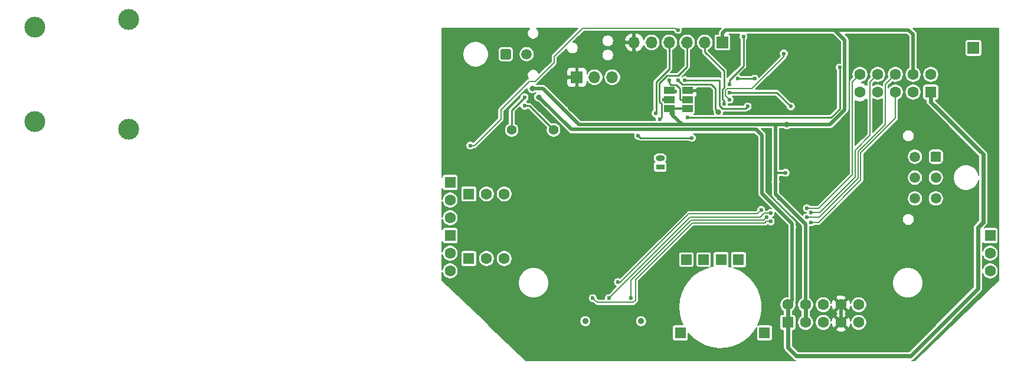
<source format=gbr>
G04 #@! TF.GenerationSoftware,KiCad,Pcbnew,5.1.5+dfsg1-2build2*
G04 #@! TF.CreationDate,2021-11-26T22:32:24+01:00*
G04 #@! TF.ProjectId,wideband_controller_mre,77696465-6261-46e6-945f-636f6e74726f,V1.3*
G04 #@! TF.SameCoordinates,Original*
G04 #@! TF.FileFunction,Copper,L2,Bot*
G04 #@! TF.FilePolarity,Positive*
%FSLAX46Y46*%
G04 Gerber Fmt 4.6, Leading zero omitted, Abs format (unit mm)*
G04 Created by KiCad (PCBNEW 5.1.5+dfsg1-2build2) date 2021-11-26 22:32:24*
%MOMM*%
%LPD*%
G04 APERTURE LIST*
%ADD10R,1.700000X1.700000*%
%ADD11C,1.500000*%
%ADD12C,0.100000*%
%ADD13C,2.999740*%
%ADD14R,1.600000X1.600000*%
%ADD15C,1.600000*%
%ADD16R,1.300000X0.800000*%
%ADD17O,1.300000X0.800000*%
%ADD18R,1.524000X1.524000*%
%ADD19C,1.400000*%
%ADD20C,0.889000*%
%ADD21O,1.700000X1.700000*%
%ADD22R,1.500000X1.000000*%
%ADD23C,0.600000*%
%ADD24C,0.800000*%
%ADD25C,0.500000*%
%ADD26C,0.300000*%
%ADD27C,0.250000*%
%ADD28C,0.600000*%
%ADD29C,0.200000*%
G04 APERTURE END LIST*
D10*
X151600000Y-129000000D03*
D11*
X87500000Y-129900000D03*
G04 #@! TA.AperFunction,ComponentPad*
D12*
G36*
X85024053Y-129151206D02*
G01*
X85048370Y-129154813D01*
X85072216Y-129160786D01*
X85095362Y-129169068D01*
X85117585Y-129179579D01*
X85138670Y-129192217D01*
X85158416Y-129206861D01*
X85176630Y-129223370D01*
X85193139Y-129241584D01*
X85207783Y-129261330D01*
X85220421Y-129282415D01*
X85230932Y-129304638D01*
X85239214Y-129327784D01*
X85245187Y-129351630D01*
X85248794Y-129375947D01*
X85250000Y-129400500D01*
X85250000Y-130399500D01*
X85248794Y-130424053D01*
X85245187Y-130448370D01*
X85239214Y-130472216D01*
X85230932Y-130495362D01*
X85220421Y-130517585D01*
X85207783Y-130538670D01*
X85193139Y-130558416D01*
X85176630Y-130576630D01*
X85158416Y-130593139D01*
X85138670Y-130607783D01*
X85117585Y-130620421D01*
X85095362Y-130630932D01*
X85072216Y-130639214D01*
X85048370Y-130645187D01*
X85024053Y-130648794D01*
X84999500Y-130650000D01*
X84000500Y-130650000D01*
X83975947Y-130648794D01*
X83951630Y-130645187D01*
X83927784Y-130639214D01*
X83904638Y-130630932D01*
X83882415Y-130620421D01*
X83861330Y-130607783D01*
X83841584Y-130593139D01*
X83823370Y-130576630D01*
X83806861Y-130558416D01*
X83792217Y-130538670D01*
X83779579Y-130517585D01*
X83769068Y-130495362D01*
X83760786Y-130472216D01*
X83754813Y-130448370D01*
X83751206Y-130424053D01*
X83750000Y-130399500D01*
X83750000Y-129400500D01*
X83751206Y-129375947D01*
X83754813Y-129351630D01*
X83760786Y-129327784D01*
X83769068Y-129304638D01*
X83779579Y-129282415D01*
X83792217Y-129261330D01*
X83806861Y-129241584D01*
X83823370Y-129223370D01*
X83841584Y-129206861D01*
X83861330Y-129192217D01*
X83882415Y-129179579D01*
X83904638Y-129169068D01*
X83927784Y-129160786D01*
X83951630Y-129154813D01*
X83975947Y-129151206D01*
X84000500Y-129150000D01*
X84999500Y-129150000D01*
X85024053Y-129151206D01*
G37*
G04 #@! TD.AperFunction*
D13*
X16951220Y-139599580D03*
X16951220Y-126000420D03*
X30448780Y-140699400D03*
X30448780Y-124900600D03*
D11*
X87500000Y-129900000D03*
G04 #@! TA.AperFunction,ComponentPad*
D12*
G36*
X85024504Y-129151204D02*
G01*
X85048773Y-129154804D01*
X85072571Y-129160765D01*
X85095671Y-129169030D01*
X85117849Y-129179520D01*
X85138893Y-129192133D01*
X85158598Y-129206747D01*
X85176777Y-129223223D01*
X85193253Y-129241402D01*
X85207867Y-129261107D01*
X85220480Y-129282151D01*
X85230970Y-129304329D01*
X85239235Y-129327429D01*
X85245196Y-129351227D01*
X85248796Y-129375496D01*
X85250000Y-129400000D01*
X85250000Y-130400000D01*
X85248796Y-130424504D01*
X85245196Y-130448773D01*
X85239235Y-130472571D01*
X85230970Y-130495671D01*
X85220480Y-130517849D01*
X85207867Y-130538893D01*
X85193253Y-130558598D01*
X85176777Y-130576777D01*
X85158598Y-130593253D01*
X85138893Y-130607867D01*
X85117849Y-130620480D01*
X85095671Y-130630970D01*
X85072571Y-130639235D01*
X85048773Y-130645196D01*
X85024504Y-130648796D01*
X85000000Y-130650000D01*
X84000000Y-130650000D01*
X83975496Y-130648796D01*
X83951227Y-130645196D01*
X83927429Y-130639235D01*
X83904329Y-130630970D01*
X83882151Y-130620480D01*
X83861107Y-130607867D01*
X83841402Y-130593253D01*
X83823223Y-130576777D01*
X83806747Y-130558598D01*
X83792133Y-130538893D01*
X83779520Y-130517849D01*
X83769030Y-130495671D01*
X83760765Y-130472571D01*
X83754804Y-130448773D01*
X83751204Y-130424504D01*
X83750000Y-130400000D01*
X83750000Y-129400000D01*
X83751204Y-129375496D01*
X83754804Y-129351227D01*
X83760765Y-129327429D01*
X83769030Y-129304329D01*
X83779520Y-129282151D01*
X83792133Y-129261107D01*
X83806747Y-129241402D01*
X83823223Y-129223223D01*
X83841402Y-129206747D01*
X83861107Y-129192133D01*
X83882151Y-129179520D01*
X83904329Y-129169030D01*
X83927429Y-129160765D01*
X83951227Y-129154804D01*
X83975496Y-129151204D01*
X84000000Y-129150000D01*
X85000000Y-129150000D01*
X85024504Y-129151204D01*
G37*
G04 #@! TD.AperFunction*
D14*
X117900600Y-159360800D03*
X115400600Y-159360800D03*
D15*
X127513080Y-165839060D03*
X130053080Y-165839060D03*
X135133080Y-165839060D03*
X135133080Y-168379060D03*
X130053080Y-168379060D03*
X132593080Y-168379060D03*
X127513080Y-168379060D03*
X132593080Y-165839060D03*
X124973080Y-165839060D03*
D14*
X124973080Y-168379060D03*
X154000200Y-155910200D03*
D15*
X154000200Y-158450200D03*
X154000200Y-160990200D03*
D14*
X121615200Y-169880200D03*
X109550200Y-169880200D03*
X76530200Y-155910200D03*
D15*
X76530200Y-158450200D03*
X76530200Y-160990200D03*
D14*
X76530200Y-148290200D03*
D15*
X76530200Y-150830200D03*
X76530200Y-153370200D03*
D14*
X79197200Y-159212200D03*
D15*
X81737200Y-159212200D03*
X84277200Y-159212200D03*
D14*
X79197200Y-149941200D03*
D15*
X81737200Y-149941200D03*
X84277200Y-149941200D03*
D14*
X145478500Y-135336200D03*
D15*
X142938500Y-135336200D03*
X140398500Y-135336200D03*
X137858500Y-135336200D03*
X135318500Y-135336200D03*
X145478500Y-132796200D03*
X142938500Y-132796200D03*
X140398500Y-132796200D03*
X137858500Y-132796200D03*
X135318500Y-132796200D03*
D16*
X106654600Y-146055000D03*
D17*
X106654600Y-144810400D03*
D18*
X112900600Y-159360800D03*
X110400600Y-159360800D03*
D19*
X91360600Y-140771800D03*
X85360600Y-140771800D03*
D20*
X103914000Y-168207000D03*
X95914000Y-168207000D03*
D21*
X99780000Y-133200000D03*
X97240000Y-133200000D03*
D10*
X94700000Y-133200000D03*
D11*
X143200000Y-150600000D03*
X143200000Y-147600000D03*
X143200000Y-144600000D03*
X146200000Y-150600000D03*
X146200000Y-147600000D03*
G04 #@! TA.AperFunction,ComponentPad*
D12*
G36*
X146724053Y-143851206D02*
G01*
X146748370Y-143854813D01*
X146772216Y-143860786D01*
X146795362Y-143869068D01*
X146817585Y-143879579D01*
X146838670Y-143892217D01*
X146858416Y-143906861D01*
X146876630Y-143923370D01*
X146893139Y-143941584D01*
X146907783Y-143961330D01*
X146920421Y-143982415D01*
X146930932Y-144004638D01*
X146939214Y-144027784D01*
X146945187Y-144051630D01*
X146948794Y-144075947D01*
X146950000Y-144100500D01*
X146950000Y-145099500D01*
X146948794Y-145124053D01*
X146945187Y-145148370D01*
X146939214Y-145172216D01*
X146930932Y-145195362D01*
X146920421Y-145217585D01*
X146907783Y-145238670D01*
X146893139Y-145258416D01*
X146876630Y-145276630D01*
X146858416Y-145293139D01*
X146838670Y-145307783D01*
X146817585Y-145320421D01*
X146795362Y-145330932D01*
X146772216Y-145339214D01*
X146748370Y-145345187D01*
X146724053Y-145348794D01*
X146699500Y-145350000D01*
X145700500Y-145350000D01*
X145675947Y-145348794D01*
X145651630Y-145345187D01*
X145627784Y-145339214D01*
X145604638Y-145330932D01*
X145582415Y-145320421D01*
X145561330Y-145307783D01*
X145541584Y-145293139D01*
X145523370Y-145276630D01*
X145506861Y-145258416D01*
X145492217Y-145238670D01*
X145479579Y-145217585D01*
X145469068Y-145195362D01*
X145460786Y-145172216D01*
X145454813Y-145148370D01*
X145451206Y-145124053D01*
X145450000Y-145099500D01*
X145450000Y-144100500D01*
X145451206Y-144075947D01*
X145454813Y-144051630D01*
X145460786Y-144027784D01*
X145469068Y-144004638D01*
X145479579Y-143982415D01*
X145492217Y-143961330D01*
X145506861Y-143941584D01*
X145523370Y-143923370D01*
X145541584Y-143906861D01*
X145561330Y-143892217D01*
X145582415Y-143879579D01*
X145604638Y-143869068D01*
X145627784Y-143860786D01*
X145651630Y-143854813D01*
X145675947Y-143851206D01*
X145700500Y-143850000D01*
X146699500Y-143850000D01*
X146724053Y-143851206D01*
G37*
G04 #@! TD.AperFunction*
D11*
X143200000Y-150600000D03*
X143200000Y-147600000D03*
X143200000Y-144600000D03*
X146200000Y-150600000D03*
X146200000Y-147600000D03*
G04 #@! TA.AperFunction,ComponentPad*
D12*
G36*
X146724504Y-143851204D02*
G01*
X146748773Y-143854804D01*
X146772571Y-143860765D01*
X146795671Y-143869030D01*
X146817849Y-143879520D01*
X146838893Y-143892133D01*
X146858598Y-143906747D01*
X146876777Y-143923223D01*
X146893253Y-143941402D01*
X146907867Y-143961107D01*
X146920480Y-143982151D01*
X146930970Y-144004329D01*
X146939235Y-144027429D01*
X146945196Y-144051227D01*
X146948796Y-144075496D01*
X146950000Y-144100000D01*
X146950000Y-145100000D01*
X146948796Y-145124504D01*
X146945196Y-145148773D01*
X146939235Y-145172571D01*
X146930970Y-145195671D01*
X146920480Y-145217849D01*
X146907867Y-145238893D01*
X146893253Y-145258598D01*
X146876777Y-145276777D01*
X146858598Y-145293253D01*
X146838893Y-145307867D01*
X146817849Y-145320480D01*
X146795671Y-145330970D01*
X146772571Y-145339235D01*
X146748773Y-145345196D01*
X146724504Y-145348796D01*
X146700000Y-145350000D01*
X145700000Y-145350000D01*
X145675496Y-145348796D01*
X145651227Y-145345196D01*
X145627429Y-145339235D01*
X145604329Y-145330970D01*
X145582151Y-145320480D01*
X145561107Y-145307867D01*
X145541402Y-145293253D01*
X145523223Y-145276777D01*
X145506747Y-145258598D01*
X145492133Y-145238893D01*
X145479520Y-145217849D01*
X145469030Y-145195671D01*
X145460765Y-145172571D01*
X145454804Y-145148773D01*
X145451204Y-145124504D01*
X145450000Y-145100000D01*
X145450000Y-144100000D01*
X145451204Y-144075496D01*
X145454804Y-144051227D01*
X145460765Y-144027429D01*
X145469030Y-144004329D01*
X145479520Y-143982151D01*
X145492133Y-143961107D01*
X145506747Y-143941402D01*
X145523223Y-143923223D01*
X145541402Y-143906747D01*
X145561107Y-143892133D01*
X145582151Y-143879520D01*
X145604329Y-143869030D01*
X145627429Y-143860765D01*
X145651227Y-143854804D01*
X145675496Y-143851204D01*
X145700000Y-143850000D01*
X146700000Y-143850000D01*
X146724504Y-143851204D01*
G37*
G04 #@! TD.AperFunction*
D22*
X108000000Y-135100000D03*
X108000000Y-136400000D03*
X108000000Y-137700000D03*
X110600000Y-135100000D03*
X110600000Y-136400000D03*
X110600000Y-137700000D03*
D21*
X102900000Y-128200000D03*
X105440000Y-128200000D03*
X107980000Y-128200000D03*
X110520000Y-128200000D03*
X113060000Y-128200000D03*
D10*
X115600000Y-128200000D03*
D23*
X118050000Y-142100000D03*
X124000000Y-145050000D03*
X122350000Y-145050000D03*
X122350000Y-147550000D03*
X120800000Y-150800000D03*
X118100000Y-152000000D03*
X84000000Y-144700000D03*
X82600000Y-139200000D03*
X102500000Y-170000000D03*
X98200000Y-170000000D03*
X97400000Y-160100000D03*
D24*
X130200000Y-154200000D03*
X100800000Y-129800000D03*
X153800000Y-129800000D03*
X153800000Y-138400000D03*
X149300000Y-138400000D03*
D23*
X103500000Y-138400000D03*
X113100000Y-142100000D03*
X117200000Y-130800000D03*
X104800000Y-131000000D03*
D24*
X119400000Y-129800000D03*
X126600000Y-161200000D03*
X126600000Y-157000000D03*
D23*
X108800000Y-135200000D03*
X111200000Y-135200000D03*
D24*
X139200000Y-151800000D03*
X139200000Y-153000000D03*
X139200000Y-154200000D03*
X140400000Y-151800000D03*
X140400000Y-153000000D03*
X140400000Y-154200000D03*
X135000000Y-153000000D03*
X135000000Y-151800000D03*
X135000000Y-154200000D03*
X138000000Y-151800000D03*
X138000000Y-153000000D03*
X138000000Y-154200000D03*
X133600000Y-151800000D03*
X133600000Y-153000000D03*
X133600000Y-154200000D03*
X128400000Y-137400000D03*
X122800000Y-134200000D03*
X126600000Y-129800000D03*
X88300000Y-139200000D03*
X135300000Y-139000000D03*
X132588000Y-161200000D03*
X124100000Y-157000000D03*
X124000000Y-161200000D03*
X129100000Y-144300000D03*
X129100000Y-145400000D03*
X129100000Y-146500000D03*
X129100000Y-147600000D03*
X129100000Y-148700000D03*
X130200000Y-144300000D03*
X130200000Y-145400000D03*
X130200000Y-146500000D03*
X130200000Y-147600000D03*
X130200000Y-148700000D03*
X138500000Y-145400000D03*
X140000000Y-145400000D03*
X140000000Y-144400000D03*
X138500000Y-144400000D03*
X138500000Y-149400000D03*
X140000000Y-149400000D03*
D23*
X128300000Y-131800000D03*
X119200000Y-132400000D03*
X132400000Y-141400000D03*
X112800000Y-130800000D03*
X109200000Y-130800000D03*
X115000000Y-132800000D03*
X128400000Y-141400000D03*
X119800000Y-156000000D03*
X122800000Y-136400000D03*
X118600000Y-136800000D03*
X117200000Y-127400000D03*
X101200000Y-160100000D03*
D24*
X137900000Y-139000000D03*
X130900000Y-127400000D03*
X135300000Y-127400000D03*
D23*
X143600000Y-142500000D03*
X79400000Y-139200000D03*
X96100000Y-127400000D03*
X129100000Y-151275000D03*
X116600000Y-134200000D03*
X118600000Y-127400000D03*
X123750000Y-150550000D03*
X124650000Y-146900000D03*
D24*
X88300000Y-134800000D03*
X108400000Y-138400000D03*
X124800000Y-140000000D03*
D23*
X92900000Y-137900000D03*
X123200000Y-148250000D03*
X124400000Y-129800000D03*
X116600000Y-136400000D03*
X115800000Y-137000000D03*
X125600000Y-154700000D03*
D24*
X89250000Y-136050000D03*
D23*
X87200000Y-137300000D03*
X87200000Y-136100000D03*
X106000000Y-138400000D03*
X106600000Y-139200000D03*
X100600000Y-162600000D03*
X121150000Y-152250000D03*
X127700000Y-152000000D03*
X99300000Y-164900000D03*
X122500000Y-152700000D03*
X128300000Y-152600000D03*
X79400000Y-143000000D03*
X109200000Y-126400000D03*
X102500000Y-164900000D03*
X127700000Y-153300000D03*
X121900000Y-153300000D03*
X97000000Y-164900000D03*
X122500000Y-153900000D03*
X128300000Y-154000000D03*
X108000000Y-133600000D03*
X107200000Y-136400000D03*
X117800000Y-133400000D03*
X120200000Y-133400000D03*
X125400000Y-137400000D03*
X116600000Y-135400000D03*
X119200000Y-137400000D03*
X110200000Y-133600000D03*
X110600000Y-139000000D03*
X132400000Y-131800000D03*
X103500000Y-141600000D03*
X111200000Y-141900000D03*
X109200000Y-133600000D03*
D24*
X115000000Y-138200000D03*
D25*
X132593080Y-165839060D02*
X132593080Y-168379060D01*
D26*
X108100000Y-135200000D02*
X108000000Y-135100000D01*
X108800000Y-135200000D02*
X108100000Y-135200000D01*
D27*
X116600000Y-133600000D02*
X116600000Y-134200000D01*
X118600000Y-131600000D02*
X116600000Y-133600000D01*
X118600000Y-127400000D02*
X118600000Y-131600000D01*
D28*
X127513080Y-168379060D02*
X127513080Y-165839060D01*
D25*
X127513080Y-154313080D02*
X123200000Y-150000000D01*
X127513080Y-165839060D02*
X127513080Y-154313080D01*
X123200000Y-141200000D02*
X123200000Y-141000000D01*
X123200000Y-150000000D02*
X123200000Y-148200000D01*
D26*
X110600000Y-137700000D02*
X108000000Y-137700000D01*
D27*
X110700000Y-137800000D02*
X110600000Y-137700000D01*
D25*
X108400000Y-138100000D02*
X108000000Y-137700000D01*
X108400000Y-138600000D02*
X108400000Y-138100000D01*
X109800000Y-140000000D02*
X108400000Y-138600000D01*
X123200000Y-140200000D02*
X123000000Y-140000000D01*
X123200000Y-141200000D02*
X123200000Y-140200000D01*
X124800000Y-140000000D02*
X123000000Y-140000000D01*
X123000000Y-140000000D02*
X111300000Y-140000000D01*
X111300000Y-140000000D02*
X109800000Y-140000000D01*
X94989998Y-140000000D02*
X94144999Y-139155001D01*
X109800000Y-140000000D02*
X94989998Y-140000000D01*
X115600000Y-126850000D02*
X115600000Y-128200000D01*
X116050000Y-126400000D02*
X115600000Y-126850000D01*
X133150001Y-127850001D02*
X131700000Y-126400000D01*
X133150001Y-137863185D02*
X133150001Y-127850001D01*
X131013186Y-140000000D02*
X133150001Y-137863185D01*
X131700000Y-126400000D02*
X116050000Y-126400000D01*
X124800000Y-140000000D02*
X131013186Y-140000000D01*
X142938500Y-132796200D02*
X142938500Y-127061500D01*
X142277000Y-126400000D02*
X131700000Y-126400000D01*
X142938500Y-127061500D02*
X142277000Y-126400000D01*
X89800000Y-134800000D02*
X89900000Y-134900000D01*
X88300000Y-134800000D02*
X89800000Y-134800000D01*
X94144999Y-139155001D02*
X89900000Y-134900000D01*
D26*
X123275000Y-146900000D02*
X123200000Y-146825000D01*
X124650000Y-146900000D02*
X123275000Y-146900000D01*
D25*
X123200000Y-146825000D02*
X123200000Y-141200000D01*
X123200000Y-148200000D02*
X123200000Y-146825000D01*
D29*
X119824264Y-134800000D02*
X124400000Y-130224264D01*
X116311998Y-134800000D02*
X119824264Y-134800000D01*
X115999999Y-135111999D02*
X116311998Y-134800000D01*
X124400000Y-130224264D02*
X124400000Y-129800000D01*
X115999999Y-135799999D02*
X115999999Y-135111999D01*
X116600000Y-136400000D02*
X115999999Y-135799999D01*
D27*
X115800000Y-136575736D02*
X115800000Y-137000000D01*
X115574989Y-136350725D02*
X115800000Y-136575736D01*
X115574989Y-134935955D02*
X115574989Y-136350725D01*
X115800000Y-134710944D02*
X115574989Y-134935955D01*
X113060000Y-129560000D02*
X115800000Y-132300000D01*
X113060000Y-128200000D02*
X113060000Y-129560000D01*
X115800000Y-132300000D02*
X115800000Y-134710944D01*
D28*
X124973080Y-165839060D02*
X124973080Y-168379060D01*
D25*
X125600000Y-165212140D02*
X124973080Y-165839060D01*
X125600000Y-154200000D02*
X125600000Y-154700000D01*
X121265399Y-149865399D02*
X125600000Y-154200000D01*
X121265399Y-141534601D02*
X121265399Y-149865399D01*
X120430808Y-140700010D02*
X121265399Y-141534601D01*
X93900010Y-140700010D02*
X120430808Y-140700010D01*
D28*
X124973080Y-169779060D02*
X124973080Y-168379060D01*
X124993400Y-171993400D02*
X124993400Y-169799380D01*
X124993400Y-169799380D02*
X124973080Y-169779060D01*
X142600000Y-173200000D02*
X126200000Y-173200000D01*
X126200000Y-173200000D02*
X124993400Y-171993400D01*
X152247600Y-154752400D02*
X152247600Y-163552400D01*
X152247600Y-163552400D02*
X142600000Y-173200000D01*
X153000000Y-154000000D02*
X152247600Y-154752400D01*
X153000000Y-144257700D02*
X153000000Y-154000000D01*
X145478500Y-136736200D02*
X153000000Y-144257700D01*
X145478500Y-135336200D02*
X145478500Y-136736200D01*
D25*
X125600000Y-154700000D02*
X125600000Y-165212140D01*
X89250000Y-136050000D02*
X93900010Y-140700010D01*
D27*
X87888800Y-137300000D02*
X91360600Y-140771800D01*
X87200000Y-137300000D02*
X87888800Y-137300000D01*
X85360600Y-137939400D02*
X85360600Y-140771800D01*
X87200000Y-136100000D02*
X85360600Y-137939400D01*
X107980000Y-131983590D02*
X107980000Y-128200000D01*
X106099981Y-133863609D02*
X107980000Y-131983590D01*
X106099980Y-138300020D02*
X106099981Y-133863609D01*
X106000000Y-138400000D02*
X106099980Y-138300020D01*
X106899999Y-137025001D02*
X106899999Y-138900001D01*
X106549990Y-136674992D02*
X106899999Y-137025001D01*
X107625001Y-132974999D02*
X106549990Y-134050010D01*
X106899999Y-138900001D02*
X106600000Y-139200000D01*
X110520000Y-131680000D02*
X109225001Y-132974999D01*
X106549990Y-134050010D02*
X106549990Y-136674992D01*
X109225001Y-132974999D02*
X107625001Y-132974999D01*
X110520000Y-130680000D02*
X110520000Y-131680000D01*
X110520000Y-128200000D02*
X110520000Y-130680000D01*
X110520000Y-130680000D02*
X110520000Y-131280000D01*
D29*
X134218499Y-133896201D02*
X134218499Y-147181501D01*
X135318500Y-132796200D02*
X134218499Y-133896201D01*
X129400000Y-152000000D02*
X134218499Y-147181501D01*
X127700000Y-152000000D02*
X129400000Y-152000000D01*
X101034302Y-162599999D02*
X101034302Y-162600000D01*
X111124999Y-152799999D02*
X110850001Y-152799999D01*
X100625000Y-162625000D02*
X100600000Y-162600000D01*
X100975000Y-162625000D02*
X100625000Y-162625000D01*
X110800001Y-152799999D02*
X100975000Y-162625000D01*
X111124999Y-152799999D02*
X110800001Y-152799999D01*
X120600001Y-152799999D02*
X111124999Y-152799999D01*
X121150000Y-152250000D02*
X120600001Y-152799999D01*
X136758499Y-133896201D02*
X137858500Y-132796200D01*
X136758499Y-141541501D02*
X136758499Y-133896201D01*
X134618509Y-143681491D02*
X136758499Y-141541501D01*
X134618509Y-147545489D02*
X134618509Y-143681491D01*
X129563998Y-152600000D02*
X134618509Y-147545489D01*
X128300000Y-152600000D02*
X129563998Y-152600000D01*
X121611999Y-152699999D02*
X121012007Y-153299991D01*
X122500000Y-152700000D02*
X121611999Y-152699999D01*
X110900009Y-153299991D02*
X111474991Y-153299991D01*
X99300000Y-164900000D02*
X110900009Y-153299991D01*
X111474991Y-153299991D02*
X110934311Y-153299991D01*
X121012007Y-153299991D02*
X111474991Y-153299991D01*
X95549874Y-126150126D02*
X108599999Y-126146014D01*
X108846014Y-126146014D02*
X108599999Y-126146014D01*
X109100000Y-126400000D02*
X108846014Y-126146014D01*
X109200000Y-126400000D02*
X109100000Y-126400000D01*
X88724002Y-133800000D02*
X87900000Y-133800000D01*
X91450000Y-130250000D02*
X91450000Y-131074002D01*
X91450000Y-131074002D02*
X88724002Y-133800000D01*
X91450000Y-130250000D02*
X95549874Y-126150126D01*
X84935590Y-136764410D02*
X87900000Y-133800000D01*
X79400000Y-143000000D02*
X80000000Y-143000000D01*
X84935590Y-136764410D02*
X83800000Y-137900000D01*
X83800000Y-137900000D02*
X83800000Y-139200000D01*
X80000000Y-143000000D02*
X83800000Y-139200000D01*
X138958501Y-139941499D02*
X135018519Y-143881481D01*
X138958501Y-134236199D02*
X138958501Y-139941499D01*
X140398500Y-132796200D02*
X138958501Y-134236199D01*
X135018519Y-147711178D02*
X135018519Y-146718519D01*
X129429697Y-153300000D02*
X135018519Y-147711178D01*
X127700000Y-153300000D02*
X129429697Y-153300000D01*
X135018519Y-146718519D02*
X135018519Y-147100000D01*
X135018519Y-143881481D02*
X135018519Y-146718519D01*
X121499999Y-153700001D02*
X111099999Y-153700001D01*
X121900000Y-153300000D02*
X121499999Y-153700001D01*
X102500000Y-162300000D02*
X102500000Y-164900000D01*
X111099999Y-153700001D02*
X102500000Y-162300000D01*
X140398500Y-135336200D02*
X140398500Y-139067198D01*
X140398500Y-139067198D02*
X135418529Y-144047169D01*
X135418529Y-147945469D02*
X135418529Y-145518529D01*
X129363998Y-154000000D02*
X135418529Y-147945469D01*
X128300000Y-154000000D02*
X129363998Y-154000000D01*
X135418529Y-145518529D02*
X135418529Y-146600000D01*
X135418529Y-144047169D02*
X135418529Y-145518529D01*
X121665688Y-154100011D02*
X111265687Y-154100011D01*
X121865699Y-153900000D02*
X121665688Y-154100011D01*
X122500000Y-153900000D02*
X121865699Y-153900000D01*
X97299999Y-165199999D02*
X97000000Y-164900000D01*
X97600001Y-165500001D02*
X97299999Y-165199999D01*
X102788001Y-165500001D02*
X97600001Y-165500001D01*
X103100001Y-165188001D02*
X102788001Y-165500001D01*
X103100001Y-162265697D02*
X103100001Y-165188001D01*
X111265687Y-154100011D02*
X103100001Y-162265697D01*
D27*
X109524999Y-134789997D02*
X109524999Y-136324999D01*
X108250735Y-134274999D02*
X109010001Y-134274999D01*
X109010001Y-134274999D02*
X109524999Y-134789997D01*
X108000000Y-134024264D02*
X108250735Y-134274999D01*
X109600000Y-136400000D02*
X110600000Y-136400000D01*
X109524999Y-136324999D02*
X109600000Y-136400000D01*
X108000000Y-133600000D02*
X108000000Y-134024264D01*
X107000000Y-136400000D02*
X108000000Y-136400000D01*
X117800000Y-133400000D02*
X120200000Y-133400000D01*
X123400000Y-135400000D02*
X125400000Y-137400000D01*
X116600000Y-135400000D02*
X123400000Y-135400000D01*
X118900001Y-137699999D02*
X119200000Y-137400000D01*
X115574997Y-137699999D02*
X118900001Y-137699999D01*
X115124979Y-137249981D02*
X115574997Y-137699999D01*
X115124979Y-133624999D02*
X115124979Y-137249981D01*
X115099980Y-133600000D02*
X115124979Y-133624999D01*
X110200000Y-133600000D02*
X115099980Y-133600000D01*
X110600000Y-139000000D02*
X131200000Y-139000000D01*
X131200000Y-139000000D02*
X132400000Y-137800000D01*
X132400000Y-137800000D02*
X132400000Y-131800000D01*
X111200000Y-141900000D02*
X104000000Y-141900000D01*
X103799999Y-141899999D02*
X103500000Y-141600000D01*
X111200000Y-141900000D02*
X103799999Y-141899999D01*
X109825001Y-134225001D02*
X113974999Y-134225001D01*
X109200000Y-133600000D02*
X109825001Y-134225001D01*
X113974999Y-134225001D02*
X114600000Y-134850002D01*
X114600001Y-137800001D02*
X115000000Y-138200000D01*
X114600000Y-134850002D02*
X114600001Y-137800001D01*
D29*
G36*
X91144742Y-129913205D02*
G01*
X91127421Y-129927421D01*
X91070687Y-129996552D01*
X91028531Y-130075421D01*
X91028530Y-130075422D01*
X91020612Y-130101526D01*
X91002570Y-130161002D01*
X90996000Y-130227706D01*
X90996000Y-130227712D01*
X90993805Y-130250000D01*
X90996000Y-130272288D01*
X90996001Y-130885948D01*
X89252357Y-132629593D01*
X89196805Y-132495479D01*
X89103345Y-132355607D01*
X88984393Y-132236655D01*
X88844521Y-132143195D01*
X88689103Y-132078819D01*
X88524112Y-132046000D01*
X88355888Y-132046000D01*
X88190897Y-132078819D01*
X88035479Y-132143195D01*
X87895607Y-132236655D01*
X87776655Y-132355607D01*
X87683195Y-132495479D01*
X87618819Y-132650897D01*
X87586000Y-132815888D01*
X87586000Y-132984112D01*
X87618819Y-133149103D01*
X87683195Y-133304521D01*
X87731429Y-133376708D01*
X87725421Y-133378530D01*
X87646551Y-133420687D01*
X87577421Y-133477421D01*
X87563210Y-133494737D01*
X84630334Y-136427614D01*
X84630328Y-136427619D01*
X83494742Y-137563206D01*
X83477421Y-137577421D01*
X83420687Y-137646552D01*
X83387182Y-137709235D01*
X83378530Y-137725422D01*
X83355847Y-137800200D01*
X83352570Y-137811002D01*
X83346000Y-137877706D01*
X83346000Y-137877712D01*
X83343805Y-137900000D01*
X83346000Y-137922288D01*
X83346001Y-139011946D01*
X79841421Y-142516526D01*
X79816900Y-142492005D01*
X79709785Y-142420433D01*
X79590765Y-142371133D01*
X79464413Y-142346000D01*
X79335587Y-142346000D01*
X79209235Y-142371133D01*
X79090215Y-142420433D01*
X78983100Y-142492005D01*
X78892005Y-142583100D01*
X78820433Y-142690215D01*
X78771133Y-142809235D01*
X78746000Y-142935587D01*
X78746000Y-143064413D01*
X78771133Y-143190765D01*
X78820433Y-143309785D01*
X78892005Y-143416900D01*
X78983100Y-143507995D01*
X79090215Y-143579567D01*
X79209235Y-143628867D01*
X79335587Y-143654000D01*
X79464413Y-143654000D01*
X79590765Y-143628867D01*
X79709785Y-143579567D01*
X79816900Y-143507995D01*
X79870895Y-143454000D01*
X79977712Y-143454000D01*
X80000000Y-143456195D01*
X80022288Y-143454000D01*
X80022295Y-143454000D01*
X80088999Y-143447430D01*
X80174579Y-143421470D01*
X80253449Y-143379313D01*
X80322579Y-143322579D01*
X80336794Y-143305258D01*
X82974062Y-140667990D01*
X84306600Y-140667990D01*
X84306600Y-140875610D01*
X84347104Y-141079241D01*
X84426557Y-141271056D01*
X84541905Y-141443686D01*
X84688714Y-141590495D01*
X84861344Y-141705843D01*
X85053159Y-141785296D01*
X85256790Y-141825800D01*
X85464410Y-141825800D01*
X85668041Y-141785296D01*
X85859856Y-141705843D01*
X86032486Y-141590495D01*
X86179295Y-141443686D01*
X86294643Y-141271056D01*
X86374096Y-141079241D01*
X86414600Y-140875610D01*
X86414600Y-140667990D01*
X86374096Y-140464359D01*
X86294643Y-140272544D01*
X86179295Y-140099914D01*
X86032486Y-139953105D01*
X85859856Y-139837757D01*
X85839600Y-139829367D01*
X85839600Y-138137807D01*
X86557115Y-137420293D01*
X86571133Y-137490765D01*
X86620433Y-137609785D01*
X86692005Y-137716900D01*
X86783100Y-137807995D01*
X86890215Y-137879567D01*
X87009235Y-137928867D01*
X87135587Y-137954000D01*
X87264413Y-137954000D01*
X87390765Y-137928867D01*
X87509785Y-137879567D01*
X87616900Y-137807995D01*
X87645895Y-137779000D01*
X87690393Y-137779000D01*
X90355495Y-140444102D01*
X90347104Y-140464359D01*
X90306600Y-140667990D01*
X90306600Y-140875610D01*
X90347104Y-141079241D01*
X90426557Y-141271056D01*
X90541905Y-141443686D01*
X90688714Y-141590495D01*
X90861344Y-141705843D01*
X91053159Y-141785296D01*
X91256790Y-141825800D01*
X91464410Y-141825800D01*
X91668041Y-141785296D01*
X91859856Y-141705843D01*
X92032486Y-141590495D01*
X92179295Y-141443686D01*
X92294643Y-141271056D01*
X92374096Y-141079241D01*
X92414600Y-140875610D01*
X92414600Y-140667990D01*
X92374096Y-140464359D01*
X92294643Y-140272544D01*
X92179295Y-140099914D01*
X92032486Y-139953105D01*
X91859856Y-139837757D01*
X91668041Y-139758304D01*
X91464410Y-139717800D01*
X91256790Y-139717800D01*
X91053159Y-139758304D01*
X91032902Y-139766695D01*
X88244147Y-136977940D01*
X88229143Y-136959657D01*
X88156205Y-136899800D01*
X88072992Y-136855321D01*
X87982700Y-136827931D01*
X87912326Y-136821000D01*
X87912323Y-136821000D01*
X87888800Y-136818683D01*
X87865277Y-136821000D01*
X87645895Y-136821000D01*
X87616900Y-136792005D01*
X87509785Y-136720433D01*
X87460456Y-136700000D01*
X87509785Y-136679567D01*
X87616900Y-136607995D01*
X87707995Y-136516900D01*
X87779567Y-136409785D01*
X87828867Y-136290765D01*
X87854000Y-136164413D01*
X87854000Y-136035587D01*
X87828867Y-135909235D01*
X87779567Y-135790215D01*
X87707995Y-135683100D01*
X87616900Y-135592005D01*
X87509785Y-135520433D01*
X87390765Y-135471133D01*
X87264413Y-135446000D01*
X87135587Y-135446000D01*
X87009235Y-135471133D01*
X86890215Y-135520433D01*
X86783100Y-135592005D01*
X86692005Y-135683100D01*
X86620433Y-135790215D01*
X86571133Y-135909235D01*
X86546000Y-136035587D01*
X86546000Y-136076591D01*
X85038540Y-137584053D01*
X85020257Y-137599057D01*
X84960400Y-137671995D01*
X84915921Y-137755209D01*
X84888531Y-137845501D01*
X84882376Y-137907995D01*
X84879283Y-137939400D01*
X84881600Y-137962923D01*
X84881601Y-139829366D01*
X84861344Y-139837757D01*
X84688714Y-139953105D01*
X84541905Y-140099914D01*
X84426557Y-140272544D01*
X84347104Y-140464359D01*
X84306600Y-140667990D01*
X82974062Y-140667990D01*
X84105263Y-139536790D01*
X84122579Y-139522579D01*
X84179313Y-139453449D01*
X84221470Y-139374579D01*
X84247430Y-139288999D01*
X84254000Y-139222295D01*
X84254000Y-139222288D01*
X84256195Y-139200000D01*
X84254000Y-139177712D01*
X84254000Y-138088052D01*
X85272381Y-137069672D01*
X85272386Y-137069666D01*
X87546000Y-134796053D01*
X87546000Y-134874262D01*
X87574976Y-135019934D01*
X87631814Y-135157153D01*
X87714330Y-135280647D01*
X87819353Y-135385670D01*
X87942847Y-135468186D01*
X88080066Y-135525024D01*
X88225738Y-135554000D01*
X88374262Y-135554000D01*
X88519934Y-135525024D01*
X88657153Y-135468186D01*
X88753214Y-135404000D01*
X88859643Y-135404000D01*
X88769353Y-135464330D01*
X88664330Y-135569353D01*
X88581814Y-135692847D01*
X88524976Y-135830066D01*
X88496000Y-135975738D01*
X88496000Y-136124262D01*
X88524976Y-136269934D01*
X88581814Y-136407153D01*
X88664330Y-136530647D01*
X88769353Y-136635670D01*
X88892847Y-136718186D01*
X89030066Y-136775024D01*
X89143379Y-136797563D01*
X93451937Y-141106122D01*
X93470851Y-141129169D01*
X93562822Y-141204647D01*
X93667751Y-141260733D01*
X93764941Y-141290215D01*
X93781605Y-141295270D01*
X93900009Y-141306932D01*
X93929676Y-141304010D01*
X102914719Y-141304010D01*
X102871133Y-141409235D01*
X102846000Y-141535587D01*
X102846000Y-141664413D01*
X102871133Y-141790765D01*
X102920433Y-141909785D01*
X102992005Y-142016900D01*
X103083100Y-142107995D01*
X103190215Y-142179567D01*
X103309235Y-142228867D01*
X103435587Y-142254000D01*
X103476300Y-142254000D01*
X103487687Y-142263345D01*
X103532593Y-142300199D01*
X103615807Y-142344678D01*
X103706098Y-142372067D01*
X103799999Y-142381316D01*
X103823532Y-142378998D01*
X103976454Y-142378998D01*
X103976474Y-142379000D01*
X110754105Y-142379000D01*
X110783100Y-142407995D01*
X110890215Y-142479567D01*
X111009235Y-142528867D01*
X111135587Y-142554000D01*
X111264413Y-142554000D01*
X111390765Y-142528867D01*
X111509785Y-142479567D01*
X111616900Y-142407995D01*
X111707995Y-142316900D01*
X111779567Y-142209785D01*
X111828867Y-142090765D01*
X111854000Y-141964413D01*
X111854000Y-141835587D01*
X111828867Y-141709235D01*
X111779567Y-141590215D01*
X111707995Y-141483100D01*
X111616900Y-141392005D01*
X111509785Y-141320433D01*
X111470137Y-141304010D01*
X120180624Y-141304010D01*
X120661399Y-141784786D01*
X120661400Y-149835722D01*
X120658477Y-149865399D01*
X120670139Y-149983803D01*
X120704677Y-150097658D01*
X120715767Y-150118405D01*
X120760763Y-150202587D01*
X120836241Y-150294558D01*
X120859288Y-150313472D01*
X122598620Y-152052804D01*
X122564413Y-152046000D01*
X122435587Y-152046000D01*
X122309235Y-152071133D01*
X122190215Y-152120433D01*
X122083100Y-152192005D01*
X122029105Y-152246000D01*
X121804000Y-152245999D01*
X121804000Y-152185587D01*
X121778867Y-152059235D01*
X121729567Y-151940215D01*
X121657995Y-151833100D01*
X121566900Y-151742005D01*
X121459785Y-151670433D01*
X121340765Y-151621133D01*
X121214413Y-151596000D01*
X121085587Y-151596000D01*
X120959235Y-151621133D01*
X120840215Y-151670433D01*
X120733100Y-151742005D01*
X120642005Y-151833100D01*
X120570433Y-151940215D01*
X120521133Y-152059235D01*
X120496000Y-152185587D01*
X120496000Y-152261948D01*
X120411949Y-152345999D01*
X110822289Y-152345999D01*
X110800001Y-152343804D01*
X110777713Y-152345999D01*
X110777706Y-152345999D01*
X110719422Y-152351740D01*
X110711001Y-152352569D01*
X110675929Y-152363208D01*
X110625422Y-152378529D01*
X110546552Y-152420686D01*
X110477422Y-152477420D01*
X110463211Y-152494736D01*
X100926408Y-162031540D01*
X100909785Y-162020433D01*
X100790765Y-161971133D01*
X100664413Y-161946000D01*
X100535587Y-161946000D01*
X100409235Y-161971133D01*
X100290215Y-162020433D01*
X100183100Y-162092005D01*
X100092005Y-162183100D01*
X100020433Y-162290215D01*
X99971133Y-162409235D01*
X99946000Y-162535587D01*
X99946000Y-162664413D01*
X99971133Y-162790765D01*
X100020433Y-162909785D01*
X100092005Y-163016900D01*
X100183100Y-163107995D01*
X100290215Y-163179567D01*
X100352558Y-163205390D01*
X99311948Y-164246000D01*
X99235587Y-164246000D01*
X99109235Y-164271133D01*
X98990215Y-164320433D01*
X98883100Y-164392005D01*
X98792005Y-164483100D01*
X98720433Y-164590215D01*
X98671133Y-164709235D01*
X98646000Y-164835587D01*
X98646000Y-164964413D01*
X98662229Y-165046001D01*
X97788053Y-165046001D01*
X97654000Y-164911948D01*
X97654000Y-164835587D01*
X97628867Y-164709235D01*
X97579567Y-164590215D01*
X97507995Y-164483100D01*
X97416900Y-164392005D01*
X97309785Y-164320433D01*
X97190765Y-164271133D01*
X97064413Y-164246000D01*
X96935587Y-164246000D01*
X96809235Y-164271133D01*
X96690215Y-164320433D01*
X96583100Y-164392005D01*
X96492005Y-164483100D01*
X96420433Y-164590215D01*
X96371133Y-164709235D01*
X96346000Y-164835587D01*
X96346000Y-164964413D01*
X96371133Y-165090765D01*
X96420433Y-165209785D01*
X96492005Y-165316900D01*
X96583100Y-165407995D01*
X96690215Y-165479567D01*
X96809235Y-165528867D01*
X96935587Y-165554000D01*
X97011948Y-165554000D01*
X97263206Y-165805258D01*
X97277422Y-165822580D01*
X97346552Y-165879314D01*
X97425422Y-165921471D01*
X97511001Y-165947431D01*
X97519422Y-165948260D01*
X97577706Y-165954001D01*
X97577713Y-165954001D01*
X97600001Y-165956196D01*
X97622289Y-165954001D01*
X102765713Y-165954001D01*
X102788001Y-165956196D01*
X102810289Y-165954001D01*
X102810296Y-165954001D01*
X102877000Y-165947431D01*
X102962580Y-165921471D01*
X103041450Y-165879314D01*
X103110580Y-165822580D01*
X103124795Y-165805259D01*
X103405264Y-165524791D01*
X103422580Y-165510580D01*
X103479314Y-165441450D01*
X103521471Y-165362580D01*
X103532743Y-165325422D01*
X103547431Y-165277001D01*
X103553819Y-165212140D01*
X103554001Y-165210296D01*
X103554001Y-165210289D01*
X103556196Y-165188001D01*
X103554001Y-165165713D01*
X103554001Y-162453749D01*
X107408950Y-158598800D01*
X109282888Y-158598800D01*
X109282888Y-160122800D01*
X109289723Y-160192196D01*
X109309965Y-160258925D01*
X109342836Y-160320423D01*
X109387074Y-160374326D01*
X109440977Y-160418564D01*
X109502475Y-160451435D01*
X109569204Y-160471677D01*
X109638600Y-160478512D01*
X111162600Y-160478512D01*
X111231996Y-160471677D01*
X111298725Y-160451435D01*
X111360223Y-160418564D01*
X111414126Y-160374326D01*
X111458364Y-160320423D01*
X111491235Y-160258925D01*
X111511477Y-160192196D01*
X111518312Y-160122800D01*
X111518312Y-158598800D01*
X111511477Y-158529404D01*
X111491235Y-158462675D01*
X111458364Y-158401177D01*
X111414126Y-158347274D01*
X111360223Y-158303036D01*
X111298725Y-158270165D01*
X111231996Y-158249923D01*
X111162600Y-158243088D01*
X109638600Y-158243088D01*
X109569204Y-158249923D01*
X109502475Y-158270165D01*
X109440977Y-158303036D01*
X109387074Y-158347274D01*
X109342836Y-158401177D01*
X109309965Y-158462675D01*
X109289723Y-158529404D01*
X109282888Y-158598800D01*
X107408950Y-158598800D01*
X111453740Y-154554011D01*
X121643400Y-154554011D01*
X121665688Y-154556206D01*
X121687976Y-154554011D01*
X121687983Y-154554011D01*
X121754687Y-154547441D01*
X121840267Y-154521481D01*
X121919137Y-154479324D01*
X121988267Y-154422590D01*
X122002483Y-154405268D01*
X122041428Y-154366323D01*
X122083100Y-154407995D01*
X122190215Y-154479567D01*
X122309235Y-154528867D01*
X122435587Y-154554000D01*
X122564413Y-154554000D01*
X122690765Y-154528867D01*
X122809785Y-154479567D01*
X122916900Y-154407995D01*
X123007995Y-154316900D01*
X123079567Y-154209785D01*
X123128867Y-154090765D01*
X123154000Y-153964413D01*
X123154000Y-153835587D01*
X123128867Y-153709235D01*
X123079567Y-153590215D01*
X123007995Y-153483100D01*
X122916900Y-153392005D01*
X122809785Y-153320433D01*
X122760456Y-153300000D01*
X122809785Y-153279567D01*
X122916900Y-153207995D01*
X123007995Y-153116900D01*
X123079567Y-153009785D01*
X123128867Y-152890765D01*
X123154000Y-152764413D01*
X123154000Y-152635587D01*
X123147196Y-152601380D01*
X124995712Y-154449897D01*
X124971133Y-154509235D01*
X124946000Y-154635587D01*
X124946000Y-154764413D01*
X124971133Y-154890765D01*
X124996000Y-154950799D01*
X124996001Y-164685060D01*
X124859421Y-164685060D01*
X124636471Y-164729407D01*
X124426456Y-164816398D01*
X124237448Y-164942689D01*
X124076709Y-165103428D01*
X123950418Y-165292436D01*
X123863427Y-165502451D01*
X123819080Y-165725401D01*
X123819080Y-165952719D01*
X123863427Y-166175669D01*
X123950418Y-166385684D01*
X124076709Y-166574692D01*
X124237448Y-166735431D01*
X124319080Y-166789976D01*
X124319081Y-167223348D01*
X124173080Y-167223348D01*
X124103684Y-167230183D01*
X124036955Y-167250425D01*
X123975457Y-167283296D01*
X123921554Y-167327534D01*
X123877316Y-167381437D01*
X123844445Y-167442935D01*
X123824203Y-167509664D01*
X123817368Y-167579060D01*
X123817368Y-169179060D01*
X123824203Y-169248456D01*
X123844445Y-169315185D01*
X123877316Y-169376683D01*
X123921554Y-169430586D01*
X123975457Y-169474824D01*
X124036955Y-169507695D01*
X124103684Y-169527937D01*
X124173080Y-169534772D01*
X124319080Y-169534772D01*
X124319080Y-169746942D01*
X124315917Y-169779060D01*
X124319080Y-169811178D01*
X124319080Y-169811184D01*
X124328543Y-169907265D01*
X124339401Y-169943058D01*
X124339400Y-171961282D01*
X124336237Y-171993400D01*
X124339400Y-172025518D01*
X124339400Y-172025524D01*
X124348863Y-172121605D01*
X124386260Y-172244885D01*
X124446988Y-172358500D01*
X124528715Y-172458085D01*
X124553671Y-172478566D01*
X125714838Y-173639734D01*
X125735315Y-173664685D01*
X125834899Y-173746412D01*
X125948514Y-173807140D01*
X126055519Y-173839600D01*
X87401066Y-173839600D01*
X82424861Y-169080200D01*
X108394488Y-169080200D01*
X108394488Y-170680200D01*
X108401323Y-170749596D01*
X108421565Y-170816325D01*
X108454436Y-170877823D01*
X108498674Y-170931726D01*
X108552577Y-170975964D01*
X108614075Y-171008835D01*
X108680804Y-171029077D01*
X108750200Y-171035912D01*
X110350200Y-171035912D01*
X110419596Y-171029077D01*
X110486325Y-171008835D01*
X110547823Y-170975964D01*
X110601726Y-170931726D01*
X110645964Y-170877823D01*
X110678835Y-170816325D01*
X110699077Y-170749596D01*
X110705912Y-170680200D01*
X110705912Y-169941079D01*
X111377502Y-170641803D01*
X112190433Y-171243044D01*
X113093281Y-171698250D01*
X114060072Y-171994326D01*
X115062994Y-172122756D01*
X116073195Y-172079843D01*
X117061612Y-171866823D01*
X117999812Y-171489823D01*
X118860803Y-170959690D01*
X119619816Y-170291674D01*
X120255017Y-169504993D01*
X120459488Y-169138973D01*
X120459488Y-170680200D01*
X120466323Y-170749596D01*
X120486565Y-170816325D01*
X120519436Y-170877823D01*
X120563674Y-170931726D01*
X120617577Y-170975964D01*
X120679075Y-171008835D01*
X120745804Y-171029077D01*
X120815200Y-171035912D01*
X122415200Y-171035912D01*
X122484596Y-171029077D01*
X122551325Y-171008835D01*
X122612823Y-170975964D01*
X122666726Y-170931726D01*
X122710964Y-170877823D01*
X122743835Y-170816325D01*
X122764077Y-170749596D01*
X122770912Y-170680200D01*
X122770912Y-169080200D01*
X122764077Y-169010804D01*
X122743835Y-168944075D01*
X122710964Y-168882577D01*
X122666726Y-168828674D01*
X122612823Y-168784436D01*
X122551325Y-168751565D01*
X122484596Y-168731323D01*
X122415200Y-168724488D01*
X120815200Y-168724488D01*
X120745804Y-168731323D01*
X120679075Y-168751565D01*
X120674558Y-168753979D01*
X120748131Y-168622278D01*
X121084973Y-167668924D01*
X121255851Y-166672356D01*
X121255851Y-165661244D01*
X121084973Y-164664676D01*
X120748131Y-163711322D01*
X120255017Y-162828607D01*
X119619816Y-162041926D01*
X118860803Y-161373910D01*
X117999812Y-160843777D01*
X117185382Y-160516512D01*
X118700600Y-160516512D01*
X118769996Y-160509677D01*
X118836725Y-160489435D01*
X118898223Y-160456564D01*
X118952126Y-160412326D01*
X118996364Y-160358423D01*
X119029235Y-160296925D01*
X119049477Y-160230196D01*
X119056312Y-160160800D01*
X119056312Y-158560800D01*
X119049477Y-158491404D01*
X119029235Y-158424675D01*
X118996364Y-158363177D01*
X118952126Y-158309274D01*
X118898223Y-158265036D01*
X118836725Y-158232165D01*
X118769996Y-158211923D01*
X118700600Y-158205088D01*
X117100600Y-158205088D01*
X117031204Y-158211923D01*
X116964475Y-158232165D01*
X116902977Y-158265036D01*
X116849074Y-158309274D01*
X116804836Y-158363177D01*
X116771965Y-158424675D01*
X116751723Y-158491404D01*
X116744888Y-158560800D01*
X116744888Y-160160800D01*
X116751723Y-160230196D01*
X116771965Y-160296925D01*
X116804836Y-160358423D01*
X116849074Y-160412326D01*
X116863360Y-160424050D01*
X116502818Y-160346348D01*
X116529235Y-160296925D01*
X116549477Y-160230196D01*
X116556312Y-160160800D01*
X116556312Y-158560800D01*
X116549477Y-158491404D01*
X116529235Y-158424675D01*
X116496364Y-158363177D01*
X116452126Y-158309274D01*
X116398223Y-158265036D01*
X116336725Y-158232165D01*
X116269996Y-158211923D01*
X116200600Y-158205088D01*
X114600600Y-158205088D01*
X114531204Y-158211923D01*
X114464475Y-158232165D01*
X114402977Y-158265036D01*
X114349074Y-158309274D01*
X114304836Y-158363177D01*
X114271965Y-158424675D01*
X114251723Y-158491404D01*
X114244888Y-158560800D01*
X114244888Y-160160800D01*
X114251723Y-160230196D01*
X114271965Y-160296925D01*
X114279576Y-160311165D01*
X114060072Y-160339274D01*
X113895381Y-160389710D01*
X113914126Y-160374326D01*
X113958364Y-160320423D01*
X113991235Y-160258925D01*
X114011477Y-160192196D01*
X114018312Y-160122800D01*
X114018312Y-158598800D01*
X114011477Y-158529404D01*
X113991235Y-158462675D01*
X113958364Y-158401177D01*
X113914126Y-158347274D01*
X113860223Y-158303036D01*
X113798725Y-158270165D01*
X113731996Y-158249923D01*
X113662600Y-158243088D01*
X112138600Y-158243088D01*
X112069204Y-158249923D01*
X112002475Y-158270165D01*
X111940977Y-158303036D01*
X111887074Y-158347274D01*
X111842836Y-158401177D01*
X111809965Y-158462675D01*
X111789723Y-158529404D01*
X111782888Y-158598800D01*
X111782888Y-160122800D01*
X111789723Y-160192196D01*
X111809965Y-160258925D01*
X111842836Y-160320423D01*
X111887074Y-160374326D01*
X111940977Y-160418564D01*
X112002475Y-160451435D01*
X112069204Y-160471677D01*
X112138600Y-160478512D01*
X113605412Y-160478512D01*
X113093281Y-160635350D01*
X112190433Y-161090556D01*
X111377502Y-161691797D01*
X110677874Y-162421775D01*
X110111677Y-163259491D01*
X109695199Y-164180845D01*
X109440421Y-165159331D01*
X109354673Y-166166800D01*
X109440421Y-167174269D01*
X109695199Y-168152755D01*
X109953638Y-168724488D01*
X108750200Y-168724488D01*
X108680804Y-168731323D01*
X108614075Y-168751565D01*
X108552577Y-168784436D01*
X108498674Y-168828674D01*
X108454436Y-168882577D01*
X108421565Y-168944075D01*
X108401323Y-169010804D01*
X108394488Y-169080200D01*
X82424861Y-169080200D01*
X81429656Y-168128355D01*
X95115500Y-168128355D01*
X95115500Y-168285645D01*
X95146186Y-168439914D01*
X95206378Y-168585232D01*
X95293764Y-168716014D01*
X95404986Y-168827236D01*
X95535768Y-168914622D01*
X95681086Y-168974814D01*
X95835355Y-169005500D01*
X95992645Y-169005500D01*
X96146914Y-168974814D01*
X96292232Y-168914622D01*
X96423014Y-168827236D01*
X96534236Y-168716014D01*
X96621622Y-168585232D01*
X96681814Y-168439914D01*
X96712500Y-168285645D01*
X96712500Y-168128355D01*
X103115500Y-168128355D01*
X103115500Y-168285645D01*
X103146186Y-168439914D01*
X103206378Y-168585232D01*
X103293764Y-168716014D01*
X103404986Y-168827236D01*
X103535768Y-168914622D01*
X103681086Y-168974814D01*
X103835355Y-169005500D01*
X103992645Y-169005500D01*
X104146914Y-168974814D01*
X104292232Y-168914622D01*
X104423014Y-168827236D01*
X104534236Y-168716014D01*
X104621622Y-168585232D01*
X104681814Y-168439914D01*
X104712500Y-168285645D01*
X104712500Y-168128355D01*
X104681814Y-167974086D01*
X104621622Y-167828768D01*
X104534236Y-167697986D01*
X104423014Y-167586764D01*
X104292232Y-167499378D01*
X104146914Y-167439186D01*
X103992645Y-167408500D01*
X103835355Y-167408500D01*
X103681086Y-167439186D01*
X103535768Y-167499378D01*
X103404986Y-167586764D01*
X103293764Y-167697986D01*
X103206378Y-167828768D01*
X103146186Y-167974086D01*
X103115500Y-168128355D01*
X96712500Y-168128355D01*
X96681814Y-167974086D01*
X96621622Y-167828768D01*
X96534236Y-167697986D01*
X96423014Y-167586764D01*
X96292232Y-167499378D01*
X96146914Y-167439186D01*
X95992645Y-167408500D01*
X95835355Y-167408500D01*
X95681086Y-167439186D01*
X95535768Y-167499378D01*
X95404986Y-167586764D01*
X95293764Y-167697986D01*
X95206378Y-167828768D01*
X95146186Y-167974086D01*
X95115500Y-168128355D01*
X81429656Y-168128355D01*
X75512509Y-162469010D01*
X86280309Y-162469010D01*
X86280309Y-162904990D01*
X86365365Y-163332593D01*
X86532207Y-163735386D01*
X86774425Y-164097891D01*
X87082709Y-164406175D01*
X87445214Y-164648393D01*
X87848007Y-164815235D01*
X88275610Y-164900291D01*
X88711590Y-164900291D01*
X89139193Y-164815235D01*
X89541986Y-164648393D01*
X89904491Y-164406175D01*
X90212775Y-164097891D01*
X90454993Y-163735386D01*
X90621835Y-163332593D01*
X90706891Y-162904990D01*
X90706891Y-162469010D01*
X90621835Y-162041407D01*
X90454993Y-161638614D01*
X90212775Y-161276109D01*
X89904491Y-160967825D01*
X89541986Y-160725607D01*
X89139193Y-160558765D01*
X88711590Y-160473709D01*
X88275610Y-160473709D01*
X87848007Y-160558765D01*
X87445214Y-160725607D01*
X87082709Y-160967825D01*
X86774425Y-161276109D01*
X86532207Y-161638614D01*
X86365365Y-162041407D01*
X86280309Y-162469010D01*
X75512509Y-162469010D01*
X75385087Y-162347140D01*
X75384254Y-161144350D01*
X75420547Y-161326809D01*
X75507538Y-161536824D01*
X75633829Y-161725832D01*
X75794568Y-161886571D01*
X75983576Y-162012862D01*
X76193591Y-162099853D01*
X76416541Y-162144200D01*
X76643859Y-162144200D01*
X76866809Y-162099853D01*
X77076824Y-162012862D01*
X77265832Y-161886571D01*
X77426571Y-161725832D01*
X77552862Y-161536824D01*
X77639853Y-161326809D01*
X77684200Y-161103859D01*
X77684200Y-160876541D01*
X77639853Y-160653591D01*
X77552862Y-160443576D01*
X77426571Y-160254568D01*
X77265832Y-160093829D01*
X77076824Y-159967538D01*
X76866809Y-159880547D01*
X76643859Y-159836200D01*
X76416541Y-159836200D01*
X76193591Y-159880547D01*
X75983576Y-159967538D01*
X75794568Y-160093829D01*
X75633829Y-160254568D01*
X75507538Y-160443576D01*
X75420547Y-160653591D01*
X75384041Y-160837119D01*
X75382489Y-158595477D01*
X75420547Y-158786809D01*
X75507538Y-158996824D01*
X75633829Y-159185832D01*
X75794568Y-159346571D01*
X75983576Y-159472862D01*
X76193591Y-159559853D01*
X76416541Y-159604200D01*
X76643859Y-159604200D01*
X76866809Y-159559853D01*
X77076824Y-159472862D01*
X77265832Y-159346571D01*
X77426571Y-159185832D01*
X77552862Y-158996824D01*
X77639853Y-158786809D01*
X77684200Y-158563859D01*
X77684200Y-158412200D01*
X78041488Y-158412200D01*
X78041488Y-160012200D01*
X78048323Y-160081596D01*
X78068565Y-160148325D01*
X78101436Y-160209823D01*
X78145674Y-160263726D01*
X78199577Y-160307964D01*
X78261075Y-160340835D01*
X78327804Y-160361077D01*
X78397200Y-160367912D01*
X79997200Y-160367912D01*
X80066596Y-160361077D01*
X80133325Y-160340835D01*
X80194823Y-160307964D01*
X80248726Y-160263726D01*
X80292964Y-160209823D01*
X80325835Y-160148325D01*
X80346077Y-160081596D01*
X80352912Y-160012200D01*
X80352912Y-159098541D01*
X80583200Y-159098541D01*
X80583200Y-159325859D01*
X80627547Y-159548809D01*
X80714538Y-159758824D01*
X80840829Y-159947832D01*
X81001568Y-160108571D01*
X81190576Y-160234862D01*
X81400591Y-160321853D01*
X81623541Y-160366200D01*
X81850859Y-160366200D01*
X82073809Y-160321853D01*
X82283824Y-160234862D01*
X82472832Y-160108571D01*
X82633571Y-159947832D01*
X82759862Y-159758824D01*
X82846853Y-159548809D01*
X82891200Y-159325859D01*
X82891200Y-159098541D01*
X83123200Y-159098541D01*
X83123200Y-159325859D01*
X83167547Y-159548809D01*
X83254538Y-159758824D01*
X83380829Y-159947832D01*
X83541568Y-160108571D01*
X83730576Y-160234862D01*
X83940591Y-160321853D01*
X84163541Y-160366200D01*
X84390859Y-160366200D01*
X84613809Y-160321853D01*
X84823824Y-160234862D01*
X85012832Y-160108571D01*
X85173571Y-159947832D01*
X85299862Y-159758824D01*
X85386853Y-159548809D01*
X85431200Y-159325859D01*
X85431200Y-159098541D01*
X85386853Y-158875591D01*
X85299862Y-158665576D01*
X85173571Y-158476568D01*
X85012832Y-158315829D01*
X84823824Y-158189538D01*
X84613809Y-158102547D01*
X84390859Y-158058200D01*
X84163541Y-158058200D01*
X83940591Y-158102547D01*
X83730576Y-158189538D01*
X83541568Y-158315829D01*
X83380829Y-158476568D01*
X83254538Y-158665576D01*
X83167547Y-158875591D01*
X83123200Y-159098541D01*
X82891200Y-159098541D01*
X82846853Y-158875591D01*
X82759862Y-158665576D01*
X82633571Y-158476568D01*
X82472832Y-158315829D01*
X82283824Y-158189538D01*
X82073809Y-158102547D01*
X81850859Y-158058200D01*
X81623541Y-158058200D01*
X81400591Y-158102547D01*
X81190576Y-158189538D01*
X81001568Y-158315829D01*
X80840829Y-158476568D01*
X80714538Y-158665576D01*
X80627547Y-158875591D01*
X80583200Y-159098541D01*
X80352912Y-159098541D01*
X80352912Y-158412200D01*
X80346077Y-158342804D01*
X80325835Y-158276075D01*
X80292964Y-158214577D01*
X80248726Y-158160674D01*
X80194823Y-158116436D01*
X80133325Y-158083565D01*
X80066596Y-158063323D01*
X79997200Y-158056488D01*
X78397200Y-158056488D01*
X78327804Y-158063323D01*
X78261075Y-158083565D01*
X78199577Y-158116436D01*
X78145674Y-158160674D01*
X78101436Y-158214577D01*
X78068565Y-158276075D01*
X78048323Y-158342804D01*
X78041488Y-158412200D01*
X77684200Y-158412200D01*
X77684200Y-158336541D01*
X77639853Y-158113591D01*
X77552862Y-157903576D01*
X77426571Y-157714568D01*
X77265832Y-157553829D01*
X77076824Y-157427538D01*
X76866809Y-157340547D01*
X76643859Y-157296200D01*
X76416541Y-157296200D01*
X76193591Y-157340547D01*
X75983576Y-157427538D01*
X75794568Y-157553829D01*
X75633829Y-157714568D01*
X75507538Y-157903576D01*
X75420547Y-158113591D01*
X75382289Y-158305932D01*
X75381231Y-156778661D01*
X75381323Y-156779596D01*
X75401565Y-156846325D01*
X75434436Y-156907823D01*
X75478674Y-156961726D01*
X75532577Y-157005964D01*
X75594075Y-157038835D01*
X75660804Y-157059077D01*
X75730200Y-157065912D01*
X77330200Y-157065912D01*
X77399596Y-157059077D01*
X77466325Y-157038835D01*
X77527823Y-157005964D01*
X77581726Y-156961726D01*
X77625964Y-156907823D01*
X77658835Y-156846325D01*
X77679077Y-156779596D01*
X77685912Y-156710200D01*
X77685912Y-155110200D01*
X77679077Y-155040804D01*
X77658835Y-154974075D01*
X77625964Y-154912577D01*
X77581726Y-154858674D01*
X77527823Y-154814436D01*
X77466325Y-154781565D01*
X77399596Y-154761323D01*
X77330200Y-154754488D01*
X75730200Y-154754488D01*
X75660804Y-154761323D01*
X75594075Y-154781565D01*
X75532577Y-154814436D01*
X75478674Y-154858674D01*
X75434436Y-154912577D01*
X75401565Y-154974075D01*
X75381323Y-155040804D01*
X75380036Y-155053866D01*
X75378959Y-153497729D01*
X75420547Y-153706809D01*
X75507538Y-153916824D01*
X75633829Y-154105832D01*
X75794568Y-154266571D01*
X75983576Y-154392862D01*
X76193591Y-154479853D01*
X76416541Y-154524200D01*
X76643859Y-154524200D01*
X76866809Y-154479853D01*
X77076824Y-154392862D01*
X77265832Y-154266571D01*
X77426571Y-154105832D01*
X77552862Y-153916824D01*
X77639853Y-153706809D01*
X77684200Y-153483859D01*
X77684200Y-153256541D01*
X77639853Y-153033591D01*
X77552862Y-152823576D01*
X77426571Y-152634568D01*
X77265832Y-152473829D01*
X77076824Y-152347538D01*
X76866809Y-152260547D01*
X76643859Y-152216200D01*
X76416541Y-152216200D01*
X76193591Y-152260547D01*
X75983576Y-152347538D01*
X75794568Y-152473829D01*
X75633829Y-152634568D01*
X75507538Y-152823576D01*
X75420547Y-153033591D01*
X75378783Y-153243556D01*
X75377194Y-150948855D01*
X75420547Y-151166809D01*
X75507538Y-151376824D01*
X75633829Y-151565832D01*
X75794568Y-151726571D01*
X75983576Y-151852862D01*
X76193591Y-151939853D01*
X76416541Y-151984200D01*
X76643859Y-151984200D01*
X76866809Y-151939853D01*
X77076824Y-151852862D01*
X77265832Y-151726571D01*
X77426571Y-151565832D01*
X77552862Y-151376824D01*
X77639853Y-151166809D01*
X77684200Y-150943859D01*
X77684200Y-150716541D01*
X77639853Y-150493591D01*
X77552862Y-150283576D01*
X77426571Y-150094568D01*
X77265832Y-149933829D01*
X77076824Y-149807538D01*
X76866809Y-149720547D01*
X76643859Y-149676200D01*
X76416541Y-149676200D01*
X76193591Y-149720547D01*
X75983576Y-149807538D01*
X75794568Y-149933829D01*
X75633829Y-150094568D01*
X75507538Y-150283576D01*
X75420547Y-150493591D01*
X75377030Y-150712368D01*
X75375917Y-149104706D01*
X75381323Y-149159596D01*
X75401565Y-149226325D01*
X75434436Y-149287823D01*
X75478674Y-149341726D01*
X75532577Y-149385964D01*
X75594075Y-149418835D01*
X75660804Y-149439077D01*
X75730200Y-149445912D01*
X77330200Y-149445912D01*
X77399596Y-149439077D01*
X77466325Y-149418835D01*
X77527823Y-149385964D01*
X77581726Y-149341726D01*
X77625964Y-149287823D01*
X77658835Y-149226325D01*
X77679077Y-149159596D01*
X77680888Y-149141200D01*
X78041488Y-149141200D01*
X78041488Y-150741200D01*
X78048323Y-150810596D01*
X78068565Y-150877325D01*
X78101436Y-150938823D01*
X78145674Y-150992726D01*
X78199577Y-151036964D01*
X78261075Y-151069835D01*
X78327804Y-151090077D01*
X78397200Y-151096912D01*
X79997200Y-151096912D01*
X80066596Y-151090077D01*
X80133325Y-151069835D01*
X80194823Y-151036964D01*
X80248726Y-150992726D01*
X80292964Y-150938823D01*
X80325835Y-150877325D01*
X80346077Y-150810596D01*
X80352912Y-150741200D01*
X80352912Y-149827541D01*
X80583200Y-149827541D01*
X80583200Y-150054859D01*
X80627547Y-150277809D01*
X80714538Y-150487824D01*
X80840829Y-150676832D01*
X81001568Y-150837571D01*
X81190576Y-150963862D01*
X81400591Y-151050853D01*
X81623541Y-151095200D01*
X81850859Y-151095200D01*
X82073809Y-151050853D01*
X82283824Y-150963862D01*
X82472832Y-150837571D01*
X82633571Y-150676832D01*
X82759862Y-150487824D01*
X82846853Y-150277809D01*
X82891200Y-150054859D01*
X82891200Y-149827541D01*
X83123200Y-149827541D01*
X83123200Y-150054859D01*
X83167547Y-150277809D01*
X83254538Y-150487824D01*
X83380829Y-150676832D01*
X83541568Y-150837571D01*
X83730576Y-150963862D01*
X83940591Y-151050853D01*
X84163541Y-151095200D01*
X84390859Y-151095200D01*
X84613809Y-151050853D01*
X84823824Y-150963862D01*
X85012832Y-150837571D01*
X85173571Y-150676832D01*
X85299862Y-150487824D01*
X85386853Y-150277809D01*
X85431200Y-150054859D01*
X85431200Y-149827541D01*
X85386853Y-149604591D01*
X85299862Y-149394576D01*
X85173571Y-149205568D01*
X85012832Y-149044829D01*
X84823824Y-148918538D01*
X84613809Y-148831547D01*
X84390859Y-148787200D01*
X84163541Y-148787200D01*
X83940591Y-148831547D01*
X83730576Y-148918538D01*
X83541568Y-149044829D01*
X83380829Y-149205568D01*
X83254538Y-149394576D01*
X83167547Y-149604591D01*
X83123200Y-149827541D01*
X82891200Y-149827541D01*
X82846853Y-149604591D01*
X82759862Y-149394576D01*
X82633571Y-149205568D01*
X82472832Y-149044829D01*
X82283824Y-148918538D01*
X82073809Y-148831547D01*
X81850859Y-148787200D01*
X81623541Y-148787200D01*
X81400591Y-148831547D01*
X81190576Y-148918538D01*
X81001568Y-149044829D01*
X80840829Y-149205568D01*
X80714538Y-149394576D01*
X80627547Y-149604591D01*
X80583200Y-149827541D01*
X80352912Y-149827541D01*
X80352912Y-149141200D01*
X80346077Y-149071804D01*
X80325835Y-149005075D01*
X80292964Y-148943577D01*
X80248726Y-148889674D01*
X80194823Y-148845436D01*
X80133325Y-148812565D01*
X80066596Y-148792323D01*
X79997200Y-148785488D01*
X78397200Y-148785488D01*
X78327804Y-148792323D01*
X78261075Y-148812565D01*
X78199577Y-148845436D01*
X78145674Y-148889674D01*
X78101436Y-148943577D01*
X78068565Y-149005075D01*
X78048323Y-149071804D01*
X78041488Y-149141200D01*
X77680888Y-149141200D01*
X77685912Y-149090200D01*
X77685912Y-147490200D01*
X77679077Y-147420804D01*
X77658835Y-147354075D01*
X77625964Y-147292577D01*
X77581726Y-147238674D01*
X77527823Y-147194436D01*
X77466325Y-147161565D01*
X77399596Y-147141323D01*
X77330200Y-147134488D01*
X75730200Y-147134488D01*
X75660804Y-147141323D01*
X75594075Y-147161565D01*
X75532577Y-147194436D01*
X75478674Y-147238674D01*
X75434436Y-147292577D01*
X75401565Y-147354075D01*
X75381323Y-147420804D01*
X75374796Y-147487068D01*
X75372943Y-144810400D01*
X105646952Y-144810400D01*
X105661510Y-144958210D01*
X105704625Y-145100339D01*
X105774639Y-145231327D01*
X105857465Y-145332250D01*
X105806977Y-145359236D01*
X105753074Y-145403474D01*
X105708836Y-145457377D01*
X105675965Y-145518875D01*
X105655723Y-145585604D01*
X105648888Y-145655000D01*
X105648888Y-146455000D01*
X105655723Y-146524396D01*
X105675965Y-146591125D01*
X105708836Y-146652623D01*
X105753074Y-146706526D01*
X105806977Y-146750764D01*
X105868475Y-146783635D01*
X105935204Y-146803877D01*
X106004600Y-146810712D01*
X107304600Y-146810712D01*
X107373996Y-146803877D01*
X107440725Y-146783635D01*
X107502223Y-146750764D01*
X107556126Y-146706526D01*
X107600364Y-146652623D01*
X107633235Y-146591125D01*
X107653477Y-146524396D01*
X107660312Y-146455000D01*
X107660312Y-145655000D01*
X107653477Y-145585604D01*
X107633235Y-145518875D01*
X107600364Y-145457377D01*
X107556126Y-145403474D01*
X107502223Y-145359236D01*
X107451735Y-145332250D01*
X107534561Y-145231327D01*
X107604575Y-145100339D01*
X107647690Y-144958210D01*
X107662248Y-144810400D01*
X107647690Y-144662590D01*
X107604575Y-144520461D01*
X107534561Y-144389473D01*
X107440338Y-144274662D01*
X107325527Y-144180439D01*
X107194539Y-144110425D01*
X107052410Y-144067310D01*
X106941639Y-144056400D01*
X106367561Y-144056400D01*
X106256790Y-144067310D01*
X106114661Y-144110425D01*
X105983673Y-144180439D01*
X105868862Y-144274662D01*
X105774639Y-144389473D01*
X105704625Y-144520461D01*
X105661510Y-144662590D01*
X105646952Y-144810400D01*
X75372943Y-144810400D01*
X75362491Y-129717397D01*
X78326000Y-129717397D01*
X78326000Y-130082603D01*
X78397248Y-130440792D01*
X78537006Y-130778198D01*
X78739904Y-131081856D01*
X78998144Y-131340096D01*
X79301802Y-131542994D01*
X79639208Y-131682752D01*
X79997397Y-131754000D01*
X80362603Y-131754000D01*
X80720792Y-131682752D01*
X81058198Y-131542994D01*
X81361856Y-131340096D01*
X81620096Y-131081856D01*
X81822994Y-130778198D01*
X81962752Y-130440792D01*
X82034000Y-130082603D01*
X82034000Y-129717397D01*
X81970867Y-129400000D01*
X83394288Y-129400000D01*
X83394288Y-130400000D01*
X83405927Y-130518169D01*
X83440395Y-130631796D01*
X83496369Y-130736516D01*
X83571697Y-130828303D01*
X83663484Y-130903631D01*
X83768204Y-130959605D01*
X83881831Y-130994073D01*
X84000000Y-131005712D01*
X85000000Y-131005712D01*
X85118169Y-130994073D01*
X85231796Y-130959605D01*
X85336516Y-130903631D01*
X85428303Y-130828303D01*
X85503631Y-130736516D01*
X85559605Y-130631796D01*
X85594073Y-130518169D01*
X85605712Y-130400000D01*
X85605712Y-129791265D01*
X86396000Y-129791265D01*
X86396000Y-130008735D01*
X86438426Y-130222025D01*
X86521648Y-130422940D01*
X86642467Y-130603759D01*
X86796241Y-130757533D01*
X86977060Y-130878352D01*
X87177975Y-130961574D01*
X87391265Y-131004000D01*
X87608735Y-131004000D01*
X87822025Y-130961574D01*
X88022940Y-130878352D01*
X88203759Y-130757533D01*
X88357533Y-130603759D01*
X88478352Y-130422940D01*
X88561574Y-130222025D01*
X88604000Y-130008735D01*
X88604000Y-129791265D01*
X88561574Y-129577975D01*
X88478352Y-129377060D01*
X88357533Y-129196241D01*
X88203759Y-129042467D01*
X88022940Y-128921648D01*
X87822025Y-128838426D01*
X87608735Y-128796000D01*
X87391265Y-128796000D01*
X87177975Y-128838426D01*
X86977060Y-128921648D01*
X86796241Y-129042467D01*
X86642467Y-129196241D01*
X86521648Y-129377060D01*
X86438426Y-129577975D01*
X86396000Y-129791265D01*
X85605712Y-129791265D01*
X85605712Y-129400000D01*
X85594073Y-129281831D01*
X85559605Y-129168204D01*
X85503631Y-129063484D01*
X85428303Y-128971697D01*
X85336516Y-128896369D01*
X85231796Y-128840395D01*
X85118169Y-128805927D01*
X85000000Y-128794288D01*
X84000000Y-128794288D01*
X83881831Y-128805927D01*
X83768204Y-128840395D01*
X83663484Y-128896369D01*
X83571697Y-128971697D01*
X83496369Y-129063484D01*
X83440395Y-129168204D01*
X83405927Y-129281831D01*
X83394288Y-129400000D01*
X81970867Y-129400000D01*
X81962752Y-129359208D01*
X81822994Y-129021802D01*
X81620096Y-128718144D01*
X81361856Y-128459904D01*
X81058198Y-128257006D01*
X80720792Y-128117248D01*
X80362603Y-128046000D01*
X79997397Y-128046000D01*
X79639208Y-128117248D01*
X79301802Y-128257006D01*
X78998144Y-128459904D01*
X78739904Y-128718144D01*
X78537006Y-129021802D01*
X78397248Y-129359208D01*
X78326000Y-129717397D01*
X75362491Y-129717397D01*
X75360062Y-126210480D01*
X87940715Y-126206515D01*
X87895607Y-126236655D01*
X87776655Y-126355607D01*
X87683195Y-126495479D01*
X87618819Y-126650897D01*
X87586000Y-126815888D01*
X87586000Y-126984112D01*
X87618819Y-127149103D01*
X87683195Y-127304521D01*
X87776655Y-127444393D01*
X87895607Y-127563345D01*
X88035479Y-127656805D01*
X88190897Y-127721181D01*
X88355888Y-127754000D01*
X88524112Y-127754000D01*
X88689103Y-127721181D01*
X88844521Y-127656805D01*
X88984393Y-127563345D01*
X89103345Y-127444393D01*
X89196805Y-127304521D01*
X89261181Y-127149103D01*
X89294000Y-126984112D01*
X89294000Y-126815888D01*
X89261181Y-126650897D01*
X89196805Y-126495479D01*
X89103345Y-126355607D01*
X88984393Y-126236655D01*
X88938815Y-126206200D01*
X94853611Y-126204336D01*
X91144742Y-129913205D01*
G37*
X91144742Y-129913205D02*
X91127421Y-129927421D01*
X91070687Y-129996552D01*
X91028531Y-130075421D01*
X91028530Y-130075422D01*
X91020612Y-130101526D01*
X91002570Y-130161002D01*
X90996000Y-130227706D01*
X90996000Y-130227712D01*
X90993805Y-130250000D01*
X90996000Y-130272288D01*
X90996001Y-130885948D01*
X89252357Y-132629593D01*
X89196805Y-132495479D01*
X89103345Y-132355607D01*
X88984393Y-132236655D01*
X88844521Y-132143195D01*
X88689103Y-132078819D01*
X88524112Y-132046000D01*
X88355888Y-132046000D01*
X88190897Y-132078819D01*
X88035479Y-132143195D01*
X87895607Y-132236655D01*
X87776655Y-132355607D01*
X87683195Y-132495479D01*
X87618819Y-132650897D01*
X87586000Y-132815888D01*
X87586000Y-132984112D01*
X87618819Y-133149103D01*
X87683195Y-133304521D01*
X87731429Y-133376708D01*
X87725421Y-133378530D01*
X87646551Y-133420687D01*
X87577421Y-133477421D01*
X87563210Y-133494737D01*
X84630334Y-136427614D01*
X84630328Y-136427619D01*
X83494742Y-137563206D01*
X83477421Y-137577421D01*
X83420687Y-137646552D01*
X83387182Y-137709235D01*
X83378530Y-137725422D01*
X83355847Y-137800200D01*
X83352570Y-137811002D01*
X83346000Y-137877706D01*
X83346000Y-137877712D01*
X83343805Y-137900000D01*
X83346000Y-137922288D01*
X83346001Y-139011946D01*
X79841421Y-142516526D01*
X79816900Y-142492005D01*
X79709785Y-142420433D01*
X79590765Y-142371133D01*
X79464413Y-142346000D01*
X79335587Y-142346000D01*
X79209235Y-142371133D01*
X79090215Y-142420433D01*
X78983100Y-142492005D01*
X78892005Y-142583100D01*
X78820433Y-142690215D01*
X78771133Y-142809235D01*
X78746000Y-142935587D01*
X78746000Y-143064413D01*
X78771133Y-143190765D01*
X78820433Y-143309785D01*
X78892005Y-143416900D01*
X78983100Y-143507995D01*
X79090215Y-143579567D01*
X79209235Y-143628867D01*
X79335587Y-143654000D01*
X79464413Y-143654000D01*
X79590765Y-143628867D01*
X79709785Y-143579567D01*
X79816900Y-143507995D01*
X79870895Y-143454000D01*
X79977712Y-143454000D01*
X80000000Y-143456195D01*
X80022288Y-143454000D01*
X80022295Y-143454000D01*
X80088999Y-143447430D01*
X80174579Y-143421470D01*
X80253449Y-143379313D01*
X80322579Y-143322579D01*
X80336794Y-143305258D01*
X82974062Y-140667990D01*
X84306600Y-140667990D01*
X84306600Y-140875610D01*
X84347104Y-141079241D01*
X84426557Y-141271056D01*
X84541905Y-141443686D01*
X84688714Y-141590495D01*
X84861344Y-141705843D01*
X85053159Y-141785296D01*
X85256790Y-141825800D01*
X85464410Y-141825800D01*
X85668041Y-141785296D01*
X85859856Y-141705843D01*
X86032486Y-141590495D01*
X86179295Y-141443686D01*
X86294643Y-141271056D01*
X86374096Y-141079241D01*
X86414600Y-140875610D01*
X86414600Y-140667990D01*
X86374096Y-140464359D01*
X86294643Y-140272544D01*
X86179295Y-140099914D01*
X86032486Y-139953105D01*
X85859856Y-139837757D01*
X85839600Y-139829367D01*
X85839600Y-138137807D01*
X86557115Y-137420293D01*
X86571133Y-137490765D01*
X86620433Y-137609785D01*
X86692005Y-137716900D01*
X86783100Y-137807995D01*
X86890215Y-137879567D01*
X87009235Y-137928867D01*
X87135587Y-137954000D01*
X87264413Y-137954000D01*
X87390765Y-137928867D01*
X87509785Y-137879567D01*
X87616900Y-137807995D01*
X87645895Y-137779000D01*
X87690393Y-137779000D01*
X90355495Y-140444102D01*
X90347104Y-140464359D01*
X90306600Y-140667990D01*
X90306600Y-140875610D01*
X90347104Y-141079241D01*
X90426557Y-141271056D01*
X90541905Y-141443686D01*
X90688714Y-141590495D01*
X90861344Y-141705843D01*
X91053159Y-141785296D01*
X91256790Y-141825800D01*
X91464410Y-141825800D01*
X91668041Y-141785296D01*
X91859856Y-141705843D01*
X92032486Y-141590495D01*
X92179295Y-141443686D01*
X92294643Y-141271056D01*
X92374096Y-141079241D01*
X92414600Y-140875610D01*
X92414600Y-140667990D01*
X92374096Y-140464359D01*
X92294643Y-140272544D01*
X92179295Y-140099914D01*
X92032486Y-139953105D01*
X91859856Y-139837757D01*
X91668041Y-139758304D01*
X91464410Y-139717800D01*
X91256790Y-139717800D01*
X91053159Y-139758304D01*
X91032902Y-139766695D01*
X88244147Y-136977940D01*
X88229143Y-136959657D01*
X88156205Y-136899800D01*
X88072992Y-136855321D01*
X87982700Y-136827931D01*
X87912326Y-136821000D01*
X87912323Y-136821000D01*
X87888800Y-136818683D01*
X87865277Y-136821000D01*
X87645895Y-136821000D01*
X87616900Y-136792005D01*
X87509785Y-136720433D01*
X87460456Y-136700000D01*
X87509785Y-136679567D01*
X87616900Y-136607995D01*
X87707995Y-136516900D01*
X87779567Y-136409785D01*
X87828867Y-136290765D01*
X87854000Y-136164413D01*
X87854000Y-136035587D01*
X87828867Y-135909235D01*
X87779567Y-135790215D01*
X87707995Y-135683100D01*
X87616900Y-135592005D01*
X87509785Y-135520433D01*
X87390765Y-135471133D01*
X87264413Y-135446000D01*
X87135587Y-135446000D01*
X87009235Y-135471133D01*
X86890215Y-135520433D01*
X86783100Y-135592005D01*
X86692005Y-135683100D01*
X86620433Y-135790215D01*
X86571133Y-135909235D01*
X86546000Y-136035587D01*
X86546000Y-136076591D01*
X85038540Y-137584053D01*
X85020257Y-137599057D01*
X84960400Y-137671995D01*
X84915921Y-137755209D01*
X84888531Y-137845501D01*
X84882376Y-137907995D01*
X84879283Y-137939400D01*
X84881600Y-137962923D01*
X84881601Y-139829366D01*
X84861344Y-139837757D01*
X84688714Y-139953105D01*
X84541905Y-140099914D01*
X84426557Y-140272544D01*
X84347104Y-140464359D01*
X84306600Y-140667990D01*
X82974062Y-140667990D01*
X84105263Y-139536790D01*
X84122579Y-139522579D01*
X84179313Y-139453449D01*
X84221470Y-139374579D01*
X84247430Y-139288999D01*
X84254000Y-139222295D01*
X84254000Y-139222288D01*
X84256195Y-139200000D01*
X84254000Y-139177712D01*
X84254000Y-138088052D01*
X85272381Y-137069672D01*
X85272386Y-137069666D01*
X87546000Y-134796053D01*
X87546000Y-134874262D01*
X87574976Y-135019934D01*
X87631814Y-135157153D01*
X87714330Y-135280647D01*
X87819353Y-135385670D01*
X87942847Y-135468186D01*
X88080066Y-135525024D01*
X88225738Y-135554000D01*
X88374262Y-135554000D01*
X88519934Y-135525024D01*
X88657153Y-135468186D01*
X88753214Y-135404000D01*
X88859643Y-135404000D01*
X88769353Y-135464330D01*
X88664330Y-135569353D01*
X88581814Y-135692847D01*
X88524976Y-135830066D01*
X88496000Y-135975738D01*
X88496000Y-136124262D01*
X88524976Y-136269934D01*
X88581814Y-136407153D01*
X88664330Y-136530647D01*
X88769353Y-136635670D01*
X88892847Y-136718186D01*
X89030066Y-136775024D01*
X89143379Y-136797563D01*
X93451937Y-141106122D01*
X93470851Y-141129169D01*
X93562822Y-141204647D01*
X93667751Y-141260733D01*
X93764941Y-141290215D01*
X93781605Y-141295270D01*
X93900009Y-141306932D01*
X93929676Y-141304010D01*
X102914719Y-141304010D01*
X102871133Y-141409235D01*
X102846000Y-141535587D01*
X102846000Y-141664413D01*
X102871133Y-141790765D01*
X102920433Y-141909785D01*
X102992005Y-142016900D01*
X103083100Y-142107995D01*
X103190215Y-142179567D01*
X103309235Y-142228867D01*
X103435587Y-142254000D01*
X103476300Y-142254000D01*
X103487687Y-142263345D01*
X103532593Y-142300199D01*
X103615807Y-142344678D01*
X103706098Y-142372067D01*
X103799999Y-142381316D01*
X103823532Y-142378998D01*
X103976454Y-142378998D01*
X103976474Y-142379000D01*
X110754105Y-142379000D01*
X110783100Y-142407995D01*
X110890215Y-142479567D01*
X111009235Y-142528867D01*
X111135587Y-142554000D01*
X111264413Y-142554000D01*
X111390765Y-142528867D01*
X111509785Y-142479567D01*
X111616900Y-142407995D01*
X111707995Y-142316900D01*
X111779567Y-142209785D01*
X111828867Y-142090765D01*
X111854000Y-141964413D01*
X111854000Y-141835587D01*
X111828867Y-141709235D01*
X111779567Y-141590215D01*
X111707995Y-141483100D01*
X111616900Y-141392005D01*
X111509785Y-141320433D01*
X111470137Y-141304010D01*
X120180624Y-141304010D01*
X120661399Y-141784786D01*
X120661400Y-149835722D01*
X120658477Y-149865399D01*
X120670139Y-149983803D01*
X120704677Y-150097658D01*
X120715767Y-150118405D01*
X120760763Y-150202587D01*
X120836241Y-150294558D01*
X120859288Y-150313472D01*
X122598620Y-152052804D01*
X122564413Y-152046000D01*
X122435587Y-152046000D01*
X122309235Y-152071133D01*
X122190215Y-152120433D01*
X122083100Y-152192005D01*
X122029105Y-152246000D01*
X121804000Y-152245999D01*
X121804000Y-152185587D01*
X121778867Y-152059235D01*
X121729567Y-151940215D01*
X121657995Y-151833100D01*
X121566900Y-151742005D01*
X121459785Y-151670433D01*
X121340765Y-151621133D01*
X121214413Y-151596000D01*
X121085587Y-151596000D01*
X120959235Y-151621133D01*
X120840215Y-151670433D01*
X120733100Y-151742005D01*
X120642005Y-151833100D01*
X120570433Y-151940215D01*
X120521133Y-152059235D01*
X120496000Y-152185587D01*
X120496000Y-152261948D01*
X120411949Y-152345999D01*
X110822289Y-152345999D01*
X110800001Y-152343804D01*
X110777713Y-152345999D01*
X110777706Y-152345999D01*
X110719422Y-152351740D01*
X110711001Y-152352569D01*
X110675929Y-152363208D01*
X110625422Y-152378529D01*
X110546552Y-152420686D01*
X110477422Y-152477420D01*
X110463211Y-152494736D01*
X100926408Y-162031540D01*
X100909785Y-162020433D01*
X100790765Y-161971133D01*
X100664413Y-161946000D01*
X100535587Y-161946000D01*
X100409235Y-161971133D01*
X100290215Y-162020433D01*
X100183100Y-162092005D01*
X100092005Y-162183100D01*
X100020433Y-162290215D01*
X99971133Y-162409235D01*
X99946000Y-162535587D01*
X99946000Y-162664413D01*
X99971133Y-162790765D01*
X100020433Y-162909785D01*
X100092005Y-163016900D01*
X100183100Y-163107995D01*
X100290215Y-163179567D01*
X100352558Y-163205390D01*
X99311948Y-164246000D01*
X99235587Y-164246000D01*
X99109235Y-164271133D01*
X98990215Y-164320433D01*
X98883100Y-164392005D01*
X98792005Y-164483100D01*
X98720433Y-164590215D01*
X98671133Y-164709235D01*
X98646000Y-164835587D01*
X98646000Y-164964413D01*
X98662229Y-165046001D01*
X97788053Y-165046001D01*
X97654000Y-164911948D01*
X97654000Y-164835587D01*
X97628867Y-164709235D01*
X97579567Y-164590215D01*
X97507995Y-164483100D01*
X97416900Y-164392005D01*
X97309785Y-164320433D01*
X97190765Y-164271133D01*
X97064413Y-164246000D01*
X96935587Y-164246000D01*
X96809235Y-164271133D01*
X96690215Y-164320433D01*
X96583100Y-164392005D01*
X96492005Y-164483100D01*
X96420433Y-164590215D01*
X96371133Y-164709235D01*
X96346000Y-164835587D01*
X96346000Y-164964413D01*
X96371133Y-165090765D01*
X96420433Y-165209785D01*
X96492005Y-165316900D01*
X96583100Y-165407995D01*
X96690215Y-165479567D01*
X96809235Y-165528867D01*
X96935587Y-165554000D01*
X97011948Y-165554000D01*
X97263206Y-165805258D01*
X97277422Y-165822580D01*
X97346552Y-165879314D01*
X97425422Y-165921471D01*
X97511001Y-165947431D01*
X97519422Y-165948260D01*
X97577706Y-165954001D01*
X97577713Y-165954001D01*
X97600001Y-165956196D01*
X97622289Y-165954001D01*
X102765713Y-165954001D01*
X102788001Y-165956196D01*
X102810289Y-165954001D01*
X102810296Y-165954001D01*
X102877000Y-165947431D01*
X102962580Y-165921471D01*
X103041450Y-165879314D01*
X103110580Y-165822580D01*
X103124795Y-165805259D01*
X103405264Y-165524791D01*
X103422580Y-165510580D01*
X103479314Y-165441450D01*
X103521471Y-165362580D01*
X103532743Y-165325422D01*
X103547431Y-165277001D01*
X103553819Y-165212140D01*
X103554001Y-165210296D01*
X103554001Y-165210289D01*
X103556196Y-165188001D01*
X103554001Y-165165713D01*
X103554001Y-162453749D01*
X107408950Y-158598800D01*
X109282888Y-158598800D01*
X109282888Y-160122800D01*
X109289723Y-160192196D01*
X109309965Y-160258925D01*
X109342836Y-160320423D01*
X109387074Y-160374326D01*
X109440977Y-160418564D01*
X109502475Y-160451435D01*
X109569204Y-160471677D01*
X109638600Y-160478512D01*
X111162600Y-160478512D01*
X111231996Y-160471677D01*
X111298725Y-160451435D01*
X111360223Y-160418564D01*
X111414126Y-160374326D01*
X111458364Y-160320423D01*
X111491235Y-160258925D01*
X111511477Y-160192196D01*
X111518312Y-160122800D01*
X111518312Y-158598800D01*
X111511477Y-158529404D01*
X111491235Y-158462675D01*
X111458364Y-158401177D01*
X111414126Y-158347274D01*
X111360223Y-158303036D01*
X111298725Y-158270165D01*
X111231996Y-158249923D01*
X111162600Y-158243088D01*
X109638600Y-158243088D01*
X109569204Y-158249923D01*
X109502475Y-158270165D01*
X109440977Y-158303036D01*
X109387074Y-158347274D01*
X109342836Y-158401177D01*
X109309965Y-158462675D01*
X109289723Y-158529404D01*
X109282888Y-158598800D01*
X107408950Y-158598800D01*
X111453740Y-154554011D01*
X121643400Y-154554011D01*
X121665688Y-154556206D01*
X121687976Y-154554011D01*
X121687983Y-154554011D01*
X121754687Y-154547441D01*
X121840267Y-154521481D01*
X121919137Y-154479324D01*
X121988267Y-154422590D01*
X122002483Y-154405268D01*
X122041428Y-154366323D01*
X122083100Y-154407995D01*
X122190215Y-154479567D01*
X122309235Y-154528867D01*
X122435587Y-154554000D01*
X122564413Y-154554000D01*
X122690765Y-154528867D01*
X122809785Y-154479567D01*
X122916900Y-154407995D01*
X123007995Y-154316900D01*
X123079567Y-154209785D01*
X123128867Y-154090765D01*
X123154000Y-153964413D01*
X123154000Y-153835587D01*
X123128867Y-153709235D01*
X123079567Y-153590215D01*
X123007995Y-153483100D01*
X122916900Y-153392005D01*
X122809785Y-153320433D01*
X122760456Y-153300000D01*
X122809785Y-153279567D01*
X122916900Y-153207995D01*
X123007995Y-153116900D01*
X123079567Y-153009785D01*
X123128867Y-152890765D01*
X123154000Y-152764413D01*
X123154000Y-152635587D01*
X123147196Y-152601380D01*
X124995712Y-154449897D01*
X124971133Y-154509235D01*
X124946000Y-154635587D01*
X124946000Y-154764413D01*
X124971133Y-154890765D01*
X124996000Y-154950799D01*
X124996001Y-164685060D01*
X124859421Y-164685060D01*
X124636471Y-164729407D01*
X124426456Y-164816398D01*
X124237448Y-164942689D01*
X124076709Y-165103428D01*
X123950418Y-165292436D01*
X123863427Y-165502451D01*
X123819080Y-165725401D01*
X123819080Y-165952719D01*
X123863427Y-166175669D01*
X123950418Y-166385684D01*
X124076709Y-166574692D01*
X124237448Y-166735431D01*
X124319080Y-166789976D01*
X124319081Y-167223348D01*
X124173080Y-167223348D01*
X124103684Y-167230183D01*
X124036955Y-167250425D01*
X123975457Y-167283296D01*
X123921554Y-167327534D01*
X123877316Y-167381437D01*
X123844445Y-167442935D01*
X123824203Y-167509664D01*
X123817368Y-167579060D01*
X123817368Y-169179060D01*
X123824203Y-169248456D01*
X123844445Y-169315185D01*
X123877316Y-169376683D01*
X123921554Y-169430586D01*
X123975457Y-169474824D01*
X124036955Y-169507695D01*
X124103684Y-169527937D01*
X124173080Y-169534772D01*
X124319080Y-169534772D01*
X124319080Y-169746942D01*
X124315917Y-169779060D01*
X124319080Y-169811178D01*
X124319080Y-169811184D01*
X124328543Y-169907265D01*
X124339401Y-169943058D01*
X124339400Y-171961282D01*
X124336237Y-171993400D01*
X124339400Y-172025518D01*
X124339400Y-172025524D01*
X124348863Y-172121605D01*
X124386260Y-172244885D01*
X124446988Y-172358500D01*
X124528715Y-172458085D01*
X124553671Y-172478566D01*
X125714838Y-173639734D01*
X125735315Y-173664685D01*
X125834899Y-173746412D01*
X125948514Y-173807140D01*
X126055519Y-173839600D01*
X87401066Y-173839600D01*
X82424861Y-169080200D01*
X108394488Y-169080200D01*
X108394488Y-170680200D01*
X108401323Y-170749596D01*
X108421565Y-170816325D01*
X108454436Y-170877823D01*
X108498674Y-170931726D01*
X108552577Y-170975964D01*
X108614075Y-171008835D01*
X108680804Y-171029077D01*
X108750200Y-171035912D01*
X110350200Y-171035912D01*
X110419596Y-171029077D01*
X110486325Y-171008835D01*
X110547823Y-170975964D01*
X110601726Y-170931726D01*
X110645964Y-170877823D01*
X110678835Y-170816325D01*
X110699077Y-170749596D01*
X110705912Y-170680200D01*
X110705912Y-169941079D01*
X111377502Y-170641803D01*
X112190433Y-171243044D01*
X113093281Y-171698250D01*
X114060072Y-171994326D01*
X115062994Y-172122756D01*
X116073195Y-172079843D01*
X117061612Y-171866823D01*
X117999812Y-171489823D01*
X118860803Y-170959690D01*
X119619816Y-170291674D01*
X120255017Y-169504993D01*
X120459488Y-169138973D01*
X120459488Y-170680200D01*
X120466323Y-170749596D01*
X120486565Y-170816325D01*
X120519436Y-170877823D01*
X120563674Y-170931726D01*
X120617577Y-170975964D01*
X120679075Y-171008835D01*
X120745804Y-171029077D01*
X120815200Y-171035912D01*
X122415200Y-171035912D01*
X122484596Y-171029077D01*
X122551325Y-171008835D01*
X122612823Y-170975964D01*
X122666726Y-170931726D01*
X122710964Y-170877823D01*
X122743835Y-170816325D01*
X122764077Y-170749596D01*
X122770912Y-170680200D01*
X122770912Y-169080200D01*
X122764077Y-169010804D01*
X122743835Y-168944075D01*
X122710964Y-168882577D01*
X122666726Y-168828674D01*
X122612823Y-168784436D01*
X122551325Y-168751565D01*
X122484596Y-168731323D01*
X122415200Y-168724488D01*
X120815200Y-168724488D01*
X120745804Y-168731323D01*
X120679075Y-168751565D01*
X120674558Y-168753979D01*
X120748131Y-168622278D01*
X121084973Y-167668924D01*
X121255851Y-166672356D01*
X121255851Y-165661244D01*
X121084973Y-164664676D01*
X120748131Y-163711322D01*
X120255017Y-162828607D01*
X119619816Y-162041926D01*
X118860803Y-161373910D01*
X117999812Y-160843777D01*
X117185382Y-160516512D01*
X118700600Y-160516512D01*
X118769996Y-160509677D01*
X118836725Y-160489435D01*
X118898223Y-160456564D01*
X118952126Y-160412326D01*
X118996364Y-160358423D01*
X119029235Y-160296925D01*
X119049477Y-160230196D01*
X119056312Y-160160800D01*
X119056312Y-158560800D01*
X119049477Y-158491404D01*
X119029235Y-158424675D01*
X118996364Y-158363177D01*
X118952126Y-158309274D01*
X118898223Y-158265036D01*
X118836725Y-158232165D01*
X118769996Y-158211923D01*
X118700600Y-158205088D01*
X117100600Y-158205088D01*
X117031204Y-158211923D01*
X116964475Y-158232165D01*
X116902977Y-158265036D01*
X116849074Y-158309274D01*
X116804836Y-158363177D01*
X116771965Y-158424675D01*
X116751723Y-158491404D01*
X116744888Y-158560800D01*
X116744888Y-160160800D01*
X116751723Y-160230196D01*
X116771965Y-160296925D01*
X116804836Y-160358423D01*
X116849074Y-160412326D01*
X116863360Y-160424050D01*
X116502818Y-160346348D01*
X116529235Y-160296925D01*
X116549477Y-160230196D01*
X116556312Y-160160800D01*
X116556312Y-158560800D01*
X116549477Y-158491404D01*
X116529235Y-158424675D01*
X116496364Y-158363177D01*
X116452126Y-158309274D01*
X116398223Y-158265036D01*
X116336725Y-158232165D01*
X116269996Y-158211923D01*
X116200600Y-158205088D01*
X114600600Y-158205088D01*
X114531204Y-158211923D01*
X114464475Y-158232165D01*
X114402977Y-158265036D01*
X114349074Y-158309274D01*
X114304836Y-158363177D01*
X114271965Y-158424675D01*
X114251723Y-158491404D01*
X114244888Y-158560800D01*
X114244888Y-160160800D01*
X114251723Y-160230196D01*
X114271965Y-160296925D01*
X114279576Y-160311165D01*
X114060072Y-160339274D01*
X113895381Y-160389710D01*
X113914126Y-160374326D01*
X113958364Y-160320423D01*
X113991235Y-160258925D01*
X114011477Y-160192196D01*
X114018312Y-160122800D01*
X114018312Y-158598800D01*
X114011477Y-158529404D01*
X113991235Y-158462675D01*
X113958364Y-158401177D01*
X113914126Y-158347274D01*
X113860223Y-158303036D01*
X113798725Y-158270165D01*
X113731996Y-158249923D01*
X113662600Y-158243088D01*
X112138600Y-158243088D01*
X112069204Y-158249923D01*
X112002475Y-158270165D01*
X111940977Y-158303036D01*
X111887074Y-158347274D01*
X111842836Y-158401177D01*
X111809965Y-158462675D01*
X111789723Y-158529404D01*
X111782888Y-158598800D01*
X111782888Y-160122800D01*
X111789723Y-160192196D01*
X111809965Y-160258925D01*
X111842836Y-160320423D01*
X111887074Y-160374326D01*
X111940977Y-160418564D01*
X112002475Y-160451435D01*
X112069204Y-160471677D01*
X112138600Y-160478512D01*
X113605412Y-160478512D01*
X113093281Y-160635350D01*
X112190433Y-161090556D01*
X111377502Y-161691797D01*
X110677874Y-162421775D01*
X110111677Y-163259491D01*
X109695199Y-164180845D01*
X109440421Y-165159331D01*
X109354673Y-166166800D01*
X109440421Y-167174269D01*
X109695199Y-168152755D01*
X109953638Y-168724488D01*
X108750200Y-168724488D01*
X108680804Y-168731323D01*
X108614075Y-168751565D01*
X108552577Y-168784436D01*
X108498674Y-168828674D01*
X108454436Y-168882577D01*
X108421565Y-168944075D01*
X108401323Y-169010804D01*
X108394488Y-169080200D01*
X82424861Y-169080200D01*
X81429656Y-168128355D01*
X95115500Y-168128355D01*
X95115500Y-168285645D01*
X95146186Y-168439914D01*
X95206378Y-168585232D01*
X95293764Y-168716014D01*
X95404986Y-168827236D01*
X95535768Y-168914622D01*
X95681086Y-168974814D01*
X95835355Y-169005500D01*
X95992645Y-169005500D01*
X96146914Y-168974814D01*
X96292232Y-168914622D01*
X96423014Y-168827236D01*
X96534236Y-168716014D01*
X96621622Y-168585232D01*
X96681814Y-168439914D01*
X96712500Y-168285645D01*
X96712500Y-168128355D01*
X103115500Y-168128355D01*
X103115500Y-168285645D01*
X103146186Y-168439914D01*
X103206378Y-168585232D01*
X103293764Y-168716014D01*
X103404986Y-168827236D01*
X103535768Y-168914622D01*
X103681086Y-168974814D01*
X103835355Y-169005500D01*
X103992645Y-169005500D01*
X104146914Y-168974814D01*
X104292232Y-168914622D01*
X104423014Y-168827236D01*
X104534236Y-168716014D01*
X104621622Y-168585232D01*
X104681814Y-168439914D01*
X104712500Y-168285645D01*
X104712500Y-168128355D01*
X104681814Y-167974086D01*
X104621622Y-167828768D01*
X104534236Y-167697986D01*
X104423014Y-167586764D01*
X104292232Y-167499378D01*
X104146914Y-167439186D01*
X103992645Y-167408500D01*
X103835355Y-167408500D01*
X103681086Y-167439186D01*
X103535768Y-167499378D01*
X103404986Y-167586764D01*
X103293764Y-167697986D01*
X103206378Y-167828768D01*
X103146186Y-167974086D01*
X103115500Y-168128355D01*
X96712500Y-168128355D01*
X96681814Y-167974086D01*
X96621622Y-167828768D01*
X96534236Y-167697986D01*
X96423014Y-167586764D01*
X96292232Y-167499378D01*
X96146914Y-167439186D01*
X95992645Y-167408500D01*
X95835355Y-167408500D01*
X95681086Y-167439186D01*
X95535768Y-167499378D01*
X95404986Y-167586764D01*
X95293764Y-167697986D01*
X95206378Y-167828768D01*
X95146186Y-167974086D01*
X95115500Y-168128355D01*
X81429656Y-168128355D01*
X75512509Y-162469010D01*
X86280309Y-162469010D01*
X86280309Y-162904990D01*
X86365365Y-163332593D01*
X86532207Y-163735386D01*
X86774425Y-164097891D01*
X87082709Y-164406175D01*
X87445214Y-164648393D01*
X87848007Y-164815235D01*
X88275610Y-164900291D01*
X88711590Y-164900291D01*
X89139193Y-164815235D01*
X89541986Y-164648393D01*
X89904491Y-164406175D01*
X90212775Y-164097891D01*
X90454993Y-163735386D01*
X90621835Y-163332593D01*
X90706891Y-162904990D01*
X90706891Y-162469010D01*
X90621835Y-162041407D01*
X90454993Y-161638614D01*
X90212775Y-161276109D01*
X89904491Y-160967825D01*
X89541986Y-160725607D01*
X89139193Y-160558765D01*
X88711590Y-160473709D01*
X88275610Y-160473709D01*
X87848007Y-160558765D01*
X87445214Y-160725607D01*
X87082709Y-160967825D01*
X86774425Y-161276109D01*
X86532207Y-161638614D01*
X86365365Y-162041407D01*
X86280309Y-162469010D01*
X75512509Y-162469010D01*
X75385087Y-162347140D01*
X75384254Y-161144350D01*
X75420547Y-161326809D01*
X75507538Y-161536824D01*
X75633829Y-161725832D01*
X75794568Y-161886571D01*
X75983576Y-162012862D01*
X76193591Y-162099853D01*
X76416541Y-162144200D01*
X76643859Y-162144200D01*
X76866809Y-162099853D01*
X77076824Y-162012862D01*
X77265832Y-161886571D01*
X77426571Y-161725832D01*
X77552862Y-161536824D01*
X77639853Y-161326809D01*
X77684200Y-161103859D01*
X77684200Y-160876541D01*
X77639853Y-160653591D01*
X77552862Y-160443576D01*
X77426571Y-160254568D01*
X77265832Y-160093829D01*
X77076824Y-159967538D01*
X76866809Y-159880547D01*
X76643859Y-159836200D01*
X76416541Y-159836200D01*
X76193591Y-159880547D01*
X75983576Y-159967538D01*
X75794568Y-160093829D01*
X75633829Y-160254568D01*
X75507538Y-160443576D01*
X75420547Y-160653591D01*
X75384041Y-160837119D01*
X75382489Y-158595477D01*
X75420547Y-158786809D01*
X75507538Y-158996824D01*
X75633829Y-159185832D01*
X75794568Y-159346571D01*
X75983576Y-159472862D01*
X76193591Y-159559853D01*
X76416541Y-159604200D01*
X76643859Y-159604200D01*
X76866809Y-159559853D01*
X77076824Y-159472862D01*
X77265832Y-159346571D01*
X77426571Y-159185832D01*
X77552862Y-158996824D01*
X77639853Y-158786809D01*
X77684200Y-158563859D01*
X77684200Y-158412200D01*
X78041488Y-158412200D01*
X78041488Y-160012200D01*
X78048323Y-160081596D01*
X78068565Y-160148325D01*
X78101436Y-160209823D01*
X78145674Y-160263726D01*
X78199577Y-160307964D01*
X78261075Y-160340835D01*
X78327804Y-160361077D01*
X78397200Y-160367912D01*
X79997200Y-160367912D01*
X80066596Y-160361077D01*
X80133325Y-160340835D01*
X80194823Y-160307964D01*
X80248726Y-160263726D01*
X80292964Y-160209823D01*
X80325835Y-160148325D01*
X80346077Y-160081596D01*
X80352912Y-160012200D01*
X80352912Y-159098541D01*
X80583200Y-159098541D01*
X80583200Y-159325859D01*
X80627547Y-159548809D01*
X80714538Y-159758824D01*
X80840829Y-159947832D01*
X81001568Y-160108571D01*
X81190576Y-160234862D01*
X81400591Y-160321853D01*
X81623541Y-160366200D01*
X81850859Y-160366200D01*
X82073809Y-160321853D01*
X82283824Y-160234862D01*
X82472832Y-160108571D01*
X82633571Y-159947832D01*
X82759862Y-159758824D01*
X82846853Y-159548809D01*
X82891200Y-159325859D01*
X82891200Y-159098541D01*
X83123200Y-159098541D01*
X83123200Y-159325859D01*
X83167547Y-159548809D01*
X83254538Y-159758824D01*
X83380829Y-159947832D01*
X83541568Y-160108571D01*
X83730576Y-160234862D01*
X83940591Y-160321853D01*
X84163541Y-160366200D01*
X84390859Y-160366200D01*
X84613809Y-160321853D01*
X84823824Y-160234862D01*
X85012832Y-160108571D01*
X85173571Y-159947832D01*
X85299862Y-159758824D01*
X85386853Y-159548809D01*
X85431200Y-159325859D01*
X85431200Y-159098541D01*
X85386853Y-158875591D01*
X85299862Y-158665576D01*
X85173571Y-158476568D01*
X85012832Y-158315829D01*
X84823824Y-158189538D01*
X84613809Y-158102547D01*
X84390859Y-158058200D01*
X84163541Y-158058200D01*
X83940591Y-158102547D01*
X83730576Y-158189538D01*
X83541568Y-158315829D01*
X83380829Y-158476568D01*
X83254538Y-158665576D01*
X83167547Y-158875591D01*
X83123200Y-159098541D01*
X82891200Y-159098541D01*
X82846853Y-158875591D01*
X82759862Y-158665576D01*
X82633571Y-158476568D01*
X82472832Y-158315829D01*
X82283824Y-158189538D01*
X82073809Y-158102547D01*
X81850859Y-158058200D01*
X81623541Y-158058200D01*
X81400591Y-158102547D01*
X81190576Y-158189538D01*
X81001568Y-158315829D01*
X80840829Y-158476568D01*
X80714538Y-158665576D01*
X80627547Y-158875591D01*
X80583200Y-159098541D01*
X80352912Y-159098541D01*
X80352912Y-158412200D01*
X80346077Y-158342804D01*
X80325835Y-158276075D01*
X80292964Y-158214577D01*
X80248726Y-158160674D01*
X80194823Y-158116436D01*
X80133325Y-158083565D01*
X80066596Y-158063323D01*
X79997200Y-158056488D01*
X78397200Y-158056488D01*
X78327804Y-158063323D01*
X78261075Y-158083565D01*
X78199577Y-158116436D01*
X78145674Y-158160674D01*
X78101436Y-158214577D01*
X78068565Y-158276075D01*
X78048323Y-158342804D01*
X78041488Y-158412200D01*
X77684200Y-158412200D01*
X77684200Y-158336541D01*
X77639853Y-158113591D01*
X77552862Y-157903576D01*
X77426571Y-157714568D01*
X77265832Y-157553829D01*
X77076824Y-157427538D01*
X76866809Y-157340547D01*
X76643859Y-157296200D01*
X76416541Y-157296200D01*
X76193591Y-157340547D01*
X75983576Y-157427538D01*
X75794568Y-157553829D01*
X75633829Y-157714568D01*
X75507538Y-157903576D01*
X75420547Y-158113591D01*
X75382289Y-158305932D01*
X75381231Y-156778661D01*
X75381323Y-156779596D01*
X75401565Y-156846325D01*
X75434436Y-156907823D01*
X75478674Y-156961726D01*
X75532577Y-157005964D01*
X75594075Y-157038835D01*
X75660804Y-157059077D01*
X75730200Y-157065912D01*
X77330200Y-157065912D01*
X77399596Y-157059077D01*
X77466325Y-157038835D01*
X77527823Y-157005964D01*
X77581726Y-156961726D01*
X77625964Y-156907823D01*
X77658835Y-156846325D01*
X77679077Y-156779596D01*
X77685912Y-156710200D01*
X77685912Y-155110200D01*
X77679077Y-155040804D01*
X77658835Y-154974075D01*
X77625964Y-154912577D01*
X77581726Y-154858674D01*
X77527823Y-154814436D01*
X77466325Y-154781565D01*
X77399596Y-154761323D01*
X77330200Y-154754488D01*
X75730200Y-154754488D01*
X75660804Y-154761323D01*
X75594075Y-154781565D01*
X75532577Y-154814436D01*
X75478674Y-154858674D01*
X75434436Y-154912577D01*
X75401565Y-154974075D01*
X75381323Y-155040804D01*
X75380036Y-155053866D01*
X75378959Y-153497729D01*
X75420547Y-153706809D01*
X75507538Y-153916824D01*
X75633829Y-154105832D01*
X75794568Y-154266571D01*
X75983576Y-154392862D01*
X76193591Y-154479853D01*
X76416541Y-154524200D01*
X76643859Y-154524200D01*
X76866809Y-154479853D01*
X77076824Y-154392862D01*
X77265832Y-154266571D01*
X77426571Y-154105832D01*
X77552862Y-153916824D01*
X77639853Y-153706809D01*
X77684200Y-153483859D01*
X77684200Y-153256541D01*
X77639853Y-153033591D01*
X77552862Y-152823576D01*
X77426571Y-152634568D01*
X77265832Y-152473829D01*
X77076824Y-152347538D01*
X76866809Y-152260547D01*
X76643859Y-152216200D01*
X76416541Y-152216200D01*
X76193591Y-152260547D01*
X75983576Y-152347538D01*
X75794568Y-152473829D01*
X75633829Y-152634568D01*
X75507538Y-152823576D01*
X75420547Y-153033591D01*
X75378783Y-153243556D01*
X75377194Y-150948855D01*
X75420547Y-151166809D01*
X75507538Y-151376824D01*
X75633829Y-151565832D01*
X75794568Y-151726571D01*
X75983576Y-151852862D01*
X76193591Y-151939853D01*
X76416541Y-151984200D01*
X76643859Y-151984200D01*
X76866809Y-151939853D01*
X77076824Y-151852862D01*
X77265832Y-151726571D01*
X77426571Y-151565832D01*
X77552862Y-151376824D01*
X77639853Y-151166809D01*
X77684200Y-150943859D01*
X77684200Y-150716541D01*
X77639853Y-150493591D01*
X77552862Y-150283576D01*
X77426571Y-150094568D01*
X77265832Y-149933829D01*
X77076824Y-149807538D01*
X76866809Y-149720547D01*
X76643859Y-149676200D01*
X76416541Y-149676200D01*
X76193591Y-149720547D01*
X75983576Y-149807538D01*
X75794568Y-149933829D01*
X75633829Y-150094568D01*
X75507538Y-150283576D01*
X75420547Y-150493591D01*
X75377030Y-150712368D01*
X75375917Y-149104706D01*
X75381323Y-149159596D01*
X75401565Y-149226325D01*
X75434436Y-149287823D01*
X75478674Y-149341726D01*
X75532577Y-149385964D01*
X75594075Y-149418835D01*
X75660804Y-149439077D01*
X75730200Y-149445912D01*
X77330200Y-149445912D01*
X77399596Y-149439077D01*
X77466325Y-149418835D01*
X77527823Y-149385964D01*
X77581726Y-149341726D01*
X77625964Y-149287823D01*
X77658835Y-149226325D01*
X77679077Y-149159596D01*
X77680888Y-149141200D01*
X78041488Y-149141200D01*
X78041488Y-150741200D01*
X78048323Y-150810596D01*
X78068565Y-150877325D01*
X78101436Y-150938823D01*
X78145674Y-150992726D01*
X78199577Y-151036964D01*
X78261075Y-151069835D01*
X78327804Y-151090077D01*
X78397200Y-151096912D01*
X79997200Y-151096912D01*
X80066596Y-151090077D01*
X80133325Y-151069835D01*
X80194823Y-151036964D01*
X80248726Y-150992726D01*
X80292964Y-150938823D01*
X80325835Y-150877325D01*
X80346077Y-150810596D01*
X80352912Y-150741200D01*
X80352912Y-149827541D01*
X80583200Y-149827541D01*
X80583200Y-150054859D01*
X80627547Y-150277809D01*
X80714538Y-150487824D01*
X80840829Y-150676832D01*
X81001568Y-150837571D01*
X81190576Y-150963862D01*
X81400591Y-151050853D01*
X81623541Y-151095200D01*
X81850859Y-151095200D01*
X82073809Y-151050853D01*
X82283824Y-150963862D01*
X82472832Y-150837571D01*
X82633571Y-150676832D01*
X82759862Y-150487824D01*
X82846853Y-150277809D01*
X82891200Y-150054859D01*
X82891200Y-149827541D01*
X83123200Y-149827541D01*
X83123200Y-150054859D01*
X83167547Y-150277809D01*
X83254538Y-150487824D01*
X83380829Y-150676832D01*
X83541568Y-150837571D01*
X83730576Y-150963862D01*
X83940591Y-151050853D01*
X84163541Y-151095200D01*
X84390859Y-151095200D01*
X84613809Y-151050853D01*
X84823824Y-150963862D01*
X85012832Y-150837571D01*
X85173571Y-150676832D01*
X85299862Y-150487824D01*
X85386853Y-150277809D01*
X85431200Y-150054859D01*
X85431200Y-149827541D01*
X85386853Y-149604591D01*
X85299862Y-149394576D01*
X85173571Y-149205568D01*
X85012832Y-149044829D01*
X84823824Y-148918538D01*
X84613809Y-148831547D01*
X84390859Y-148787200D01*
X84163541Y-148787200D01*
X83940591Y-148831547D01*
X83730576Y-148918538D01*
X83541568Y-149044829D01*
X83380829Y-149205568D01*
X83254538Y-149394576D01*
X83167547Y-149604591D01*
X83123200Y-149827541D01*
X82891200Y-149827541D01*
X82846853Y-149604591D01*
X82759862Y-149394576D01*
X82633571Y-149205568D01*
X82472832Y-149044829D01*
X82283824Y-148918538D01*
X82073809Y-148831547D01*
X81850859Y-148787200D01*
X81623541Y-148787200D01*
X81400591Y-148831547D01*
X81190576Y-148918538D01*
X81001568Y-149044829D01*
X80840829Y-149205568D01*
X80714538Y-149394576D01*
X80627547Y-149604591D01*
X80583200Y-149827541D01*
X80352912Y-149827541D01*
X80352912Y-149141200D01*
X80346077Y-149071804D01*
X80325835Y-149005075D01*
X80292964Y-148943577D01*
X80248726Y-148889674D01*
X80194823Y-148845436D01*
X80133325Y-148812565D01*
X80066596Y-148792323D01*
X79997200Y-148785488D01*
X78397200Y-148785488D01*
X78327804Y-148792323D01*
X78261075Y-148812565D01*
X78199577Y-148845436D01*
X78145674Y-148889674D01*
X78101436Y-148943577D01*
X78068565Y-149005075D01*
X78048323Y-149071804D01*
X78041488Y-149141200D01*
X77680888Y-149141200D01*
X77685912Y-149090200D01*
X77685912Y-147490200D01*
X77679077Y-147420804D01*
X77658835Y-147354075D01*
X77625964Y-147292577D01*
X77581726Y-147238674D01*
X77527823Y-147194436D01*
X77466325Y-147161565D01*
X77399596Y-147141323D01*
X77330200Y-147134488D01*
X75730200Y-147134488D01*
X75660804Y-147141323D01*
X75594075Y-147161565D01*
X75532577Y-147194436D01*
X75478674Y-147238674D01*
X75434436Y-147292577D01*
X75401565Y-147354075D01*
X75381323Y-147420804D01*
X75374796Y-147487068D01*
X75372943Y-144810400D01*
X105646952Y-144810400D01*
X105661510Y-144958210D01*
X105704625Y-145100339D01*
X105774639Y-145231327D01*
X105857465Y-145332250D01*
X105806977Y-145359236D01*
X105753074Y-145403474D01*
X105708836Y-145457377D01*
X105675965Y-145518875D01*
X105655723Y-145585604D01*
X105648888Y-145655000D01*
X105648888Y-146455000D01*
X105655723Y-146524396D01*
X105675965Y-146591125D01*
X105708836Y-146652623D01*
X105753074Y-146706526D01*
X105806977Y-146750764D01*
X105868475Y-146783635D01*
X105935204Y-146803877D01*
X106004600Y-146810712D01*
X107304600Y-146810712D01*
X107373996Y-146803877D01*
X107440725Y-146783635D01*
X107502223Y-146750764D01*
X107556126Y-146706526D01*
X107600364Y-146652623D01*
X107633235Y-146591125D01*
X107653477Y-146524396D01*
X107660312Y-146455000D01*
X107660312Y-145655000D01*
X107653477Y-145585604D01*
X107633235Y-145518875D01*
X107600364Y-145457377D01*
X107556126Y-145403474D01*
X107502223Y-145359236D01*
X107451735Y-145332250D01*
X107534561Y-145231327D01*
X107604575Y-145100339D01*
X107647690Y-144958210D01*
X107662248Y-144810400D01*
X107647690Y-144662590D01*
X107604575Y-144520461D01*
X107534561Y-144389473D01*
X107440338Y-144274662D01*
X107325527Y-144180439D01*
X107194539Y-144110425D01*
X107052410Y-144067310D01*
X106941639Y-144056400D01*
X106367561Y-144056400D01*
X106256790Y-144067310D01*
X106114661Y-144110425D01*
X105983673Y-144180439D01*
X105868862Y-144274662D01*
X105774639Y-144389473D01*
X105704625Y-144520461D01*
X105661510Y-144662590D01*
X105646952Y-144810400D01*
X75372943Y-144810400D01*
X75362491Y-129717397D01*
X78326000Y-129717397D01*
X78326000Y-130082603D01*
X78397248Y-130440792D01*
X78537006Y-130778198D01*
X78739904Y-131081856D01*
X78998144Y-131340096D01*
X79301802Y-131542994D01*
X79639208Y-131682752D01*
X79997397Y-131754000D01*
X80362603Y-131754000D01*
X80720792Y-131682752D01*
X81058198Y-131542994D01*
X81361856Y-131340096D01*
X81620096Y-131081856D01*
X81822994Y-130778198D01*
X81962752Y-130440792D01*
X82034000Y-130082603D01*
X82034000Y-129717397D01*
X81970867Y-129400000D01*
X83394288Y-129400000D01*
X83394288Y-130400000D01*
X83405927Y-130518169D01*
X83440395Y-130631796D01*
X83496369Y-130736516D01*
X83571697Y-130828303D01*
X83663484Y-130903631D01*
X83768204Y-130959605D01*
X83881831Y-130994073D01*
X84000000Y-131005712D01*
X85000000Y-131005712D01*
X85118169Y-130994073D01*
X85231796Y-130959605D01*
X85336516Y-130903631D01*
X85428303Y-130828303D01*
X85503631Y-130736516D01*
X85559605Y-130631796D01*
X85594073Y-130518169D01*
X85605712Y-130400000D01*
X85605712Y-129791265D01*
X86396000Y-129791265D01*
X86396000Y-130008735D01*
X86438426Y-130222025D01*
X86521648Y-130422940D01*
X86642467Y-130603759D01*
X86796241Y-130757533D01*
X86977060Y-130878352D01*
X87177975Y-130961574D01*
X87391265Y-131004000D01*
X87608735Y-131004000D01*
X87822025Y-130961574D01*
X88022940Y-130878352D01*
X88203759Y-130757533D01*
X88357533Y-130603759D01*
X88478352Y-130422940D01*
X88561574Y-130222025D01*
X88604000Y-130008735D01*
X88604000Y-129791265D01*
X88561574Y-129577975D01*
X88478352Y-129377060D01*
X88357533Y-129196241D01*
X88203759Y-129042467D01*
X88022940Y-128921648D01*
X87822025Y-128838426D01*
X87608735Y-128796000D01*
X87391265Y-128796000D01*
X87177975Y-128838426D01*
X86977060Y-128921648D01*
X86796241Y-129042467D01*
X86642467Y-129196241D01*
X86521648Y-129377060D01*
X86438426Y-129577975D01*
X86396000Y-129791265D01*
X85605712Y-129791265D01*
X85605712Y-129400000D01*
X85594073Y-129281831D01*
X85559605Y-129168204D01*
X85503631Y-129063484D01*
X85428303Y-128971697D01*
X85336516Y-128896369D01*
X85231796Y-128840395D01*
X85118169Y-128805927D01*
X85000000Y-128794288D01*
X84000000Y-128794288D01*
X83881831Y-128805927D01*
X83768204Y-128840395D01*
X83663484Y-128896369D01*
X83571697Y-128971697D01*
X83496369Y-129063484D01*
X83440395Y-129168204D01*
X83405927Y-129281831D01*
X83394288Y-129400000D01*
X81970867Y-129400000D01*
X81962752Y-129359208D01*
X81822994Y-129021802D01*
X81620096Y-128718144D01*
X81361856Y-128459904D01*
X81058198Y-128257006D01*
X80720792Y-128117248D01*
X80362603Y-128046000D01*
X79997397Y-128046000D01*
X79639208Y-128117248D01*
X79301802Y-128257006D01*
X78998144Y-128459904D01*
X78739904Y-128718144D01*
X78537006Y-129021802D01*
X78397248Y-129359208D01*
X78326000Y-129717397D01*
X75362491Y-129717397D01*
X75360062Y-126210480D01*
X87940715Y-126206515D01*
X87895607Y-126236655D01*
X87776655Y-126355607D01*
X87683195Y-126495479D01*
X87618819Y-126650897D01*
X87586000Y-126815888D01*
X87586000Y-126984112D01*
X87618819Y-127149103D01*
X87683195Y-127304521D01*
X87776655Y-127444393D01*
X87895607Y-127563345D01*
X88035479Y-127656805D01*
X88190897Y-127721181D01*
X88355888Y-127754000D01*
X88524112Y-127754000D01*
X88689103Y-127721181D01*
X88844521Y-127656805D01*
X88984393Y-127563345D01*
X89103345Y-127444393D01*
X89196805Y-127304521D01*
X89261181Y-127149103D01*
X89294000Y-126984112D01*
X89294000Y-126815888D01*
X89261181Y-126650897D01*
X89196805Y-126495479D01*
X89103345Y-126355607D01*
X88984393Y-126236655D01*
X88938815Y-126206200D01*
X94853611Y-126204336D01*
X91144742Y-129913205D01*
G36*
X155221513Y-162372064D02*
G01*
X143180601Y-173839600D01*
X142744481Y-173839600D01*
X142851486Y-173807140D01*
X142965101Y-173746412D01*
X143064685Y-173664685D01*
X143085166Y-173639729D01*
X152687329Y-164037566D01*
X152712285Y-164017085D01*
X152794012Y-163917501D01*
X152854740Y-163803886D01*
X152865707Y-163767732D01*
X152892137Y-163680607D01*
X152893284Y-163668957D01*
X152901600Y-163584525D01*
X152901600Y-163584518D01*
X152904763Y-163552400D01*
X152901600Y-163520282D01*
X152901600Y-161353493D01*
X152977538Y-161536824D01*
X153103829Y-161725832D01*
X153264568Y-161886571D01*
X153453576Y-162012862D01*
X153663591Y-162099853D01*
X153886541Y-162144200D01*
X154113859Y-162144200D01*
X154336809Y-162099853D01*
X154546824Y-162012862D01*
X154735832Y-161886571D01*
X154896571Y-161725832D01*
X155022862Y-161536824D01*
X155109853Y-161326809D01*
X155154200Y-161103859D01*
X155154200Y-160876541D01*
X155109853Y-160653591D01*
X155022862Y-160443576D01*
X154896571Y-160254568D01*
X154735832Y-160093829D01*
X154546824Y-159967538D01*
X154336809Y-159880547D01*
X154113859Y-159836200D01*
X153886541Y-159836200D01*
X153663591Y-159880547D01*
X153453576Y-159967538D01*
X153264568Y-160093829D01*
X153103829Y-160254568D01*
X152977538Y-160443576D01*
X152901600Y-160626907D01*
X152901600Y-158813493D01*
X152977538Y-158996824D01*
X153103829Y-159185832D01*
X153264568Y-159346571D01*
X153453576Y-159472862D01*
X153663591Y-159559853D01*
X153886541Y-159604200D01*
X154113859Y-159604200D01*
X154336809Y-159559853D01*
X154546824Y-159472862D01*
X154735832Y-159346571D01*
X154896571Y-159185832D01*
X155022862Y-158996824D01*
X155109853Y-158786809D01*
X155154200Y-158563859D01*
X155154200Y-158336541D01*
X155109853Y-158113591D01*
X155022862Y-157903576D01*
X154896571Y-157714568D01*
X154735832Y-157553829D01*
X154546824Y-157427538D01*
X154336809Y-157340547D01*
X154113859Y-157296200D01*
X153886541Y-157296200D01*
X153663591Y-157340547D01*
X153453576Y-157427538D01*
X153264568Y-157553829D01*
X153103829Y-157714568D01*
X152977538Y-157903576D01*
X152901600Y-158086907D01*
X152901600Y-156902517D01*
X152904436Y-156907823D01*
X152948674Y-156961726D01*
X153002577Y-157005964D01*
X153064075Y-157038835D01*
X153130804Y-157059077D01*
X153200200Y-157065912D01*
X154800200Y-157065912D01*
X154869596Y-157059077D01*
X154936325Y-157038835D01*
X154997823Y-157005964D01*
X155051726Y-156961726D01*
X155095964Y-156907823D01*
X155128835Y-156846325D01*
X155149077Y-156779596D01*
X155155912Y-156710200D01*
X155155912Y-155110200D01*
X155149077Y-155040804D01*
X155128835Y-154974075D01*
X155095964Y-154912577D01*
X155051726Y-154858674D01*
X154997823Y-154814436D01*
X154936325Y-154781565D01*
X154869596Y-154761323D01*
X154800200Y-154754488D01*
X153200200Y-154754488D01*
X153167153Y-154757743D01*
X153439734Y-154485162D01*
X153464685Y-154464685D01*
X153503902Y-154416900D01*
X153546411Y-154365102D01*
X153547635Y-154362813D01*
X153607140Y-154251486D01*
X153644537Y-154128206D01*
X153654000Y-154032125D01*
X153654000Y-154032116D01*
X153657163Y-154000001D01*
X153654000Y-153967886D01*
X153654000Y-144289814D01*
X153657163Y-144257699D01*
X153654000Y-144225584D01*
X153654000Y-144225575D01*
X153644537Y-144129494D01*
X153607140Y-144006214D01*
X153546412Y-143892599D01*
X153518991Y-143859187D01*
X153485163Y-143817967D01*
X153485161Y-143817965D01*
X153464685Y-143793015D01*
X153439736Y-143772540D01*
X146159107Y-136491912D01*
X146278500Y-136491912D01*
X146347896Y-136485077D01*
X146414625Y-136464835D01*
X146476123Y-136431964D01*
X146530026Y-136387726D01*
X146574264Y-136333823D01*
X146607135Y-136272325D01*
X146627377Y-136205596D01*
X146634212Y-136136200D01*
X146634212Y-134536200D01*
X146627377Y-134466804D01*
X146607135Y-134400075D01*
X146574264Y-134338577D01*
X146530026Y-134284674D01*
X146476123Y-134240436D01*
X146414625Y-134207565D01*
X146347896Y-134187323D01*
X146278500Y-134180488D01*
X144678500Y-134180488D01*
X144609104Y-134187323D01*
X144542375Y-134207565D01*
X144480877Y-134240436D01*
X144426974Y-134284674D01*
X144382736Y-134338577D01*
X144349865Y-134400075D01*
X144329623Y-134466804D01*
X144322788Y-134536200D01*
X144322788Y-136136200D01*
X144329623Y-136205596D01*
X144349865Y-136272325D01*
X144382736Y-136333823D01*
X144426974Y-136387726D01*
X144480877Y-136431964D01*
X144542375Y-136464835D01*
X144609104Y-136485077D01*
X144678500Y-136491912D01*
X144824501Y-136491912D01*
X144824501Y-136704073D01*
X144821337Y-136736200D01*
X144833963Y-136864406D01*
X144871360Y-136987685D01*
X144932089Y-137101301D01*
X144969644Y-137147061D01*
X145013816Y-137200885D01*
X145038766Y-137221361D01*
X152346000Y-144528596D01*
X152346000Y-147276633D01*
X152302752Y-147059208D01*
X152162994Y-146721802D01*
X151960096Y-146418144D01*
X151701856Y-146159904D01*
X151398198Y-145957006D01*
X151060792Y-145817248D01*
X150702603Y-145746000D01*
X150337397Y-145746000D01*
X149979208Y-145817248D01*
X149641802Y-145957006D01*
X149338144Y-146159904D01*
X149079904Y-146418144D01*
X148877006Y-146721802D01*
X148737248Y-147059208D01*
X148666000Y-147417397D01*
X148666000Y-147782603D01*
X148737248Y-148140792D01*
X148877006Y-148478198D01*
X149079904Y-148781856D01*
X149338144Y-149040096D01*
X149641802Y-149242994D01*
X149979208Y-149382752D01*
X150337397Y-149454000D01*
X150702603Y-149454000D01*
X151060792Y-149382752D01*
X151398198Y-149242994D01*
X151701856Y-149040096D01*
X151960096Y-148781856D01*
X152162994Y-148478198D01*
X152302752Y-148140792D01*
X152346000Y-147923367D01*
X152346001Y-153729103D01*
X151807871Y-154267234D01*
X151782915Y-154287715D01*
X151701188Y-154387300D01*
X151664363Y-154456195D01*
X151640460Y-154500915D01*
X151608237Y-154607140D01*
X151603063Y-154624195D01*
X151593600Y-154720276D01*
X151593600Y-154720282D01*
X151590437Y-154752400D01*
X151593600Y-154784518D01*
X151593601Y-163281504D01*
X142329105Y-172546000D01*
X126470896Y-172546000D01*
X125647400Y-171722505D01*
X125647400Y-169831498D01*
X125650563Y-169799380D01*
X125647400Y-169767262D01*
X125647400Y-169767255D01*
X125637937Y-169671174D01*
X125627080Y-169635384D01*
X125627080Y-169534772D01*
X125773080Y-169534772D01*
X125842476Y-169527937D01*
X125909205Y-169507695D01*
X125970703Y-169474824D01*
X126024606Y-169430586D01*
X126068844Y-169376683D01*
X126101715Y-169315185D01*
X126121957Y-169248456D01*
X126128792Y-169179060D01*
X126128792Y-167579060D01*
X126121957Y-167509664D01*
X126101715Y-167442935D01*
X126068844Y-167381437D01*
X126024606Y-167327534D01*
X125970703Y-167283296D01*
X125909205Y-167250425D01*
X125842476Y-167230183D01*
X125773080Y-167223348D01*
X125627080Y-167223348D01*
X125627080Y-166789976D01*
X125708712Y-166735431D01*
X125869451Y-166574692D01*
X125995742Y-166385684D01*
X126082733Y-166175669D01*
X126127080Y-165952719D01*
X126127080Y-165725401D01*
X126094511Y-165561666D01*
X126104637Y-165549328D01*
X126160723Y-165444399D01*
X126195260Y-165330545D01*
X126204000Y-165241807D01*
X126206922Y-165212140D01*
X126204000Y-165182473D01*
X126204000Y-154950799D01*
X126228867Y-154890765D01*
X126254000Y-154764413D01*
X126254000Y-154635587D01*
X126228867Y-154509235D01*
X126204000Y-154449201D01*
X126204000Y-154229667D01*
X126206922Y-154200000D01*
X126201744Y-154147431D01*
X126195260Y-154081595D01*
X126160723Y-153967741D01*
X126104637Y-153862812D01*
X126029159Y-153770841D01*
X126006113Y-153751928D01*
X121869399Y-149615215D01*
X121869399Y-141564268D01*
X121872321Y-141534601D01*
X121860659Y-141416196D01*
X121826122Y-141302341D01*
X121770036Y-141197413D01*
X121747812Y-141170333D01*
X121694558Y-141105442D01*
X121671512Y-141086529D01*
X121188982Y-140604000D01*
X122596001Y-140604000D01*
X122596000Y-140970331D01*
X122596000Y-141229666D01*
X122596001Y-141229676D01*
X122596000Y-146854666D01*
X122596001Y-146854676D01*
X122596000Y-147999201D01*
X122571133Y-148059235D01*
X122546000Y-148185587D01*
X122546000Y-148314413D01*
X122571133Y-148440765D01*
X122596001Y-148500801D01*
X122596000Y-149970333D01*
X122593078Y-150000000D01*
X122596000Y-150029666D01*
X122604740Y-150118404D01*
X122639277Y-150232258D01*
X122695363Y-150337187D01*
X122770841Y-150429159D01*
X122793894Y-150448078D01*
X123145565Y-150799749D01*
X123170433Y-150859785D01*
X123242005Y-150966900D01*
X123333100Y-151057995D01*
X123440215Y-151129567D01*
X123500250Y-151154435D01*
X126909081Y-154563266D01*
X126909080Y-164854735D01*
X126777448Y-164942689D01*
X126616709Y-165103428D01*
X126490418Y-165292436D01*
X126403427Y-165502451D01*
X126359080Y-165725401D01*
X126359080Y-165952719D01*
X126403427Y-166175669D01*
X126490418Y-166385684D01*
X126616709Y-166574692D01*
X126777448Y-166735431D01*
X126859081Y-166789976D01*
X126859080Y-167428144D01*
X126777448Y-167482689D01*
X126616709Y-167643428D01*
X126490418Y-167832436D01*
X126403427Y-168042451D01*
X126359080Y-168265401D01*
X126359080Y-168492719D01*
X126403427Y-168715669D01*
X126490418Y-168925684D01*
X126616709Y-169114692D01*
X126777448Y-169275431D01*
X126966456Y-169401722D01*
X127176471Y-169488713D01*
X127399421Y-169533060D01*
X127626739Y-169533060D01*
X127849689Y-169488713D01*
X128059704Y-169401722D01*
X128248712Y-169275431D01*
X128409451Y-169114692D01*
X128535742Y-168925684D01*
X128622733Y-168715669D01*
X128667080Y-168492719D01*
X128667080Y-168265401D01*
X128899080Y-168265401D01*
X128899080Y-168492719D01*
X128943427Y-168715669D01*
X129030418Y-168925684D01*
X129156709Y-169114692D01*
X129317448Y-169275431D01*
X129506456Y-169401722D01*
X129716471Y-169488713D01*
X129939421Y-169533060D01*
X130166739Y-169533060D01*
X130389689Y-169488713D01*
X130599704Y-169401722D01*
X130640842Y-169374234D01*
X131815695Y-169374234D01*
X131891004Y-169607387D01*
X132144128Y-169720753D01*
X132414506Y-169782558D01*
X132691746Y-169790429D01*
X132965194Y-169744061D01*
X133224343Y-169645237D01*
X133295156Y-169607387D01*
X133370465Y-169374234D01*
X132593080Y-168596849D01*
X131815695Y-169374234D01*
X130640842Y-169374234D01*
X130788712Y-169275431D01*
X130949451Y-169114692D01*
X131075742Y-168925684D01*
X131162733Y-168715669D01*
X131194758Y-168554668D01*
X131228079Y-168751174D01*
X131326903Y-169010323D01*
X131364753Y-169081136D01*
X131597906Y-169156445D01*
X132375291Y-168379060D01*
X132810869Y-168379060D01*
X133588254Y-169156445D01*
X133821407Y-169081136D01*
X133934773Y-168828012D01*
X133994126Y-168568361D01*
X134023427Y-168715669D01*
X134110418Y-168925684D01*
X134236709Y-169114692D01*
X134397448Y-169275431D01*
X134586456Y-169401722D01*
X134796471Y-169488713D01*
X135019421Y-169533060D01*
X135246739Y-169533060D01*
X135469689Y-169488713D01*
X135679704Y-169401722D01*
X135868712Y-169275431D01*
X136029451Y-169114692D01*
X136155742Y-168925684D01*
X136242733Y-168715669D01*
X136287080Y-168492719D01*
X136287080Y-168265401D01*
X136242733Y-168042451D01*
X136155742Y-167832436D01*
X136029451Y-167643428D01*
X135868712Y-167482689D01*
X135679704Y-167356398D01*
X135469689Y-167269407D01*
X135246739Y-167225060D01*
X135019421Y-167225060D01*
X134796471Y-167269407D01*
X134586456Y-167356398D01*
X134397448Y-167482689D01*
X134236709Y-167643428D01*
X134110418Y-167832436D01*
X134023427Y-168042451D01*
X133991402Y-168203452D01*
X133958081Y-168006946D01*
X133859257Y-167747797D01*
X133821407Y-167676984D01*
X133588254Y-167601675D01*
X132810869Y-168379060D01*
X132375291Y-168379060D01*
X131597906Y-167601675D01*
X131364753Y-167676984D01*
X131251387Y-167930108D01*
X131192034Y-168189759D01*
X131162733Y-168042451D01*
X131075742Y-167832436D01*
X130949451Y-167643428D01*
X130788712Y-167482689D01*
X130599704Y-167356398D01*
X130389689Y-167269407D01*
X130166739Y-167225060D01*
X129939421Y-167225060D01*
X129716471Y-167269407D01*
X129506456Y-167356398D01*
X129317448Y-167482689D01*
X129156709Y-167643428D01*
X129030418Y-167832436D01*
X128943427Y-168042451D01*
X128899080Y-168265401D01*
X128667080Y-168265401D01*
X128622733Y-168042451D01*
X128535742Y-167832436D01*
X128409451Y-167643428D01*
X128248712Y-167482689D01*
X128167080Y-167428144D01*
X128167080Y-166789976D01*
X128248712Y-166735431D01*
X128409451Y-166574692D01*
X128535742Y-166385684D01*
X128622733Y-166175669D01*
X128667080Y-165952719D01*
X128667080Y-165725401D01*
X128899080Y-165725401D01*
X128899080Y-165952719D01*
X128943427Y-166175669D01*
X129030418Y-166385684D01*
X129156709Y-166574692D01*
X129317448Y-166735431D01*
X129506456Y-166861722D01*
X129716471Y-166948713D01*
X129939421Y-166993060D01*
X130166739Y-166993060D01*
X130389689Y-166948713D01*
X130599704Y-166861722D01*
X130640842Y-166834234D01*
X131815695Y-166834234D01*
X131891004Y-167067387D01*
X131978437Y-167106545D01*
X131961817Y-167112883D01*
X131891004Y-167150733D01*
X131815695Y-167383886D01*
X132593080Y-168161271D01*
X133370465Y-167383886D01*
X133295156Y-167150733D01*
X133207723Y-167111575D01*
X133224343Y-167105237D01*
X133295156Y-167067387D01*
X133370465Y-166834234D01*
X132593080Y-166056849D01*
X131815695Y-166834234D01*
X130640842Y-166834234D01*
X130788712Y-166735431D01*
X130949451Y-166574692D01*
X131075742Y-166385684D01*
X131162733Y-166175669D01*
X131194758Y-166014668D01*
X131228079Y-166211174D01*
X131326903Y-166470323D01*
X131364753Y-166541136D01*
X131597906Y-166616445D01*
X132375291Y-165839060D01*
X132810869Y-165839060D01*
X133588254Y-166616445D01*
X133821407Y-166541136D01*
X133934773Y-166288012D01*
X133994126Y-166028361D01*
X134023427Y-166175669D01*
X134110418Y-166385684D01*
X134236709Y-166574692D01*
X134397448Y-166735431D01*
X134586456Y-166861722D01*
X134796471Y-166948713D01*
X135019421Y-166993060D01*
X135246739Y-166993060D01*
X135469689Y-166948713D01*
X135679704Y-166861722D01*
X135868712Y-166735431D01*
X136029451Y-166574692D01*
X136155742Y-166385684D01*
X136242733Y-166175669D01*
X136287080Y-165952719D01*
X136287080Y-165725401D01*
X136242733Y-165502451D01*
X136155742Y-165292436D01*
X136029451Y-165103428D01*
X135868712Y-164942689D01*
X135679704Y-164816398D01*
X135469689Y-164729407D01*
X135246739Y-164685060D01*
X135019421Y-164685060D01*
X134796471Y-164729407D01*
X134586456Y-164816398D01*
X134397448Y-164942689D01*
X134236709Y-165103428D01*
X134110418Y-165292436D01*
X134023427Y-165502451D01*
X133991402Y-165663452D01*
X133958081Y-165466946D01*
X133859257Y-165207797D01*
X133821407Y-165136984D01*
X133588254Y-165061675D01*
X132810869Y-165839060D01*
X132375291Y-165839060D01*
X131597906Y-165061675D01*
X131364753Y-165136984D01*
X131251387Y-165390108D01*
X131192034Y-165649759D01*
X131162733Y-165502451D01*
X131075742Y-165292436D01*
X130949451Y-165103428D01*
X130788712Y-164942689D01*
X130640843Y-164843886D01*
X131815695Y-164843886D01*
X132593080Y-165621271D01*
X133370465Y-164843886D01*
X133295156Y-164610733D01*
X133042032Y-164497367D01*
X132771654Y-164435562D01*
X132494414Y-164427691D01*
X132220966Y-164474059D01*
X131961817Y-164572883D01*
X131891004Y-164610733D01*
X131815695Y-164843886D01*
X130640843Y-164843886D01*
X130599704Y-164816398D01*
X130389689Y-164729407D01*
X130166739Y-164685060D01*
X129939421Y-164685060D01*
X129716471Y-164729407D01*
X129506456Y-164816398D01*
X129317448Y-164942689D01*
X129156709Y-165103428D01*
X129030418Y-165292436D01*
X128943427Y-165502451D01*
X128899080Y-165725401D01*
X128667080Y-165725401D01*
X128622733Y-165502451D01*
X128535742Y-165292436D01*
X128409451Y-165103428D01*
X128248712Y-164942689D01*
X128117080Y-164854735D01*
X128117080Y-162470619D01*
X139950509Y-162470619D01*
X139950509Y-162906599D01*
X140035565Y-163334202D01*
X140202407Y-163736995D01*
X140444625Y-164099500D01*
X140752909Y-164407784D01*
X141115414Y-164650002D01*
X141518207Y-164816844D01*
X141945810Y-164901900D01*
X142381790Y-164901900D01*
X142809393Y-164816844D01*
X143212186Y-164650002D01*
X143574691Y-164407784D01*
X143882975Y-164099500D01*
X144125193Y-163736995D01*
X144292035Y-163334202D01*
X144377091Y-162906599D01*
X144377091Y-162470619D01*
X144292035Y-162043016D01*
X144125193Y-161640223D01*
X143882975Y-161277718D01*
X143574691Y-160969434D01*
X143212186Y-160727216D01*
X142809393Y-160560374D01*
X142381790Y-160475318D01*
X141945810Y-160475318D01*
X141518207Y-160560374D01*
X141115414Y-160727216D01*
X140752909Y-160969434D01*
X140444625Y-161277718D01*
X140202407Y-161640223D01*
X140035565Y-162043016D01*
X139950509Y-162470619D01*
X128117080Y-162470619D01*
X128117080Y-154630427D01*
X128235587Y-154654000D01*
X128364413Y-154654000D01*
X128490765Y-154628867D01*
X128609785Y-154579567D01*
X128716900Y-154507995D01*
X128770895Y-154454000D01*
X129341710Y-154454000D01*
X129363998Y-154456195D01*
X129386286Y-154454000D01*
X129386293Y-154454000D01*
X129452997Y-154447430D01*
X129538577Y-154421470D01*
X129617447Y-154379313D01*
X129686577Y-154322579D01*
X129700793Y-154305257D01*
X130490162Y-153515888D01*
X141406000Y-153515888D01*
X141406000Y-153684112D01*
X141438819Y-153849103D01*
X141503195Y-154004521D01*
X141596655Y-154144393D01*
X141715607Y-154263345D01*
X141855479Y-154356805D01*
X142010897Y-154421181D01*
X142175888Y-154454000D01*
X142344112Y-154454000D01*
X142509103Y-154421181D01*
X142664521Y-154356805D01*
X142804393Y-154263345D01*
X142923345Y-154144393D01*
X143016805Y-154004521D01*
X143081181Y-153849103D01*
X143114000Y-153684112D01*
X143114000Y-153515888D01*
X143081181Y-153350897D01*
X143016805Y-153195479D01*
X142923345Y-153055607D01*
X142804393Y-152936655D01*
X142664521Y-152843195D01*
X142509103Y-152778819D01*
X142344112Y-152746000D01*
X142175888Y-152746000D01*
X142010897Y-152778819D01*
X141855479Y-152843195D01*
X141715607Y-152936655D01*
X141596655Y-153055607D01*
X141503195Y-153195479D01*
X141438819Y-153350897D01*
X141406000Y-153515888D01*
X130490162Y-153515888D01*
X133514785Y-150491265D01*
X142096000Y-150491265D01*
X142096000Y-150708735D01*
X142138426Y-150922025D01*
X142221648Y-151122940D01*
X142342467Y-151303759D01*
X142496241Y-151457533D01*
X142677060Y-151578352D01*
X142877975Y-151661574D01*
X143091265Y-151704000D01*
X143308735Y-151704000D01*
X143522025Y-151661574D01*
X143722940Y-151578352D01*
X143903759Y-151457533D01*
X144057533Y-151303759D01*
X144178352Y-151122940D01*
X144261574Y-150922025D01*
X144304000Y-150708735D01*
X144304000Y-150491265D01*
X145096000Y-150491265D01*
X145096000Y-150708735D01*
X145138426Y-150922025D01*
X145221648Y-151122940D01*
X145342467Y-151303759D01*
X145496241Y-151457533D01*
X145677060Y-151578352D01*
X145877975Y-151661574D01*
X146091265Y-151704000D01*
X146308735Y-151704000D01*
X146522025Y-151661574D01*
X146722940Y-151578352D01*
X146903759Y-151457533D01*
X147057533Y-151303759D01*
X147178352Y-151122940D01*
X147261574Y-150922025D01*
X147304000Y-150708735D01*
X147304000Y-150491265D01*
X147261574Y-150277975D01*
X147178352Y-150077060D01*
X147057533Y-149896241D01*
X146903759Y-149742467D01*
X146722940Y-149621648D01*
X146522025Y-149538426D01*
X146308735Y-149496000D01*
X146091265Y-149496000D01*
X145877975Y-149538426D01*
X145677060Y-149621648D01*
X145496241Y-149742467D01*
X145342467Y-149896241D01*
X145221648Y-150077060D01*
X145138426Y-150277975D01*
X145096000Y-150491265D01*
X144304000Y-150491265D01*
X144261574Y-150277975D01*
X144178352Y-150077060D01*
X144057533Y-149896241D01*
X143903759Y-149742467D01*
X143722940Y-149621648D01*
X143522025Y-149538426D01*
X143308735Y-149496000D01*
X143091265Y-149496000D01*
X142877975Y-149538426D01*
X142677060Y-149621648D01*
X142496241Y-149742467D01*
X142342467Y-149896241D01*
X142221648Y-150077060D01*
X142138426Y-150277975D01*
X142096000Y-150491265D01*
X133514785Y-150491265D01*
X135723793Y-148282258D01*
X135741108Y-148268048D01*
X135797842Y-148198918D01*
X135839999Y-148120048D01*
X135848965Y-148090491D01*
X135865959Y-148034469D01*
X135870051Y-147992919D01*
X135872529Y-147967764D01*
X135872529Y-147967757D01*
X135874724Y-147945469D01*
X135872529Y-147923181D01*
X135872529Y-147491265D01*
X142096000Y-147491265D01*
X142096000Y-147708735D01*
X142138426Y-147922025D01*
X142221648Y-148122940D01*
X142342467Y-148303759D01*
X142496241Y-148457533D01*
X142677060Y-148578352D01*
X142877975Y-148661574D01*
X143091265Y-148704000D01*
X143308735Y-148704000D01*
X143522025Y-148661574D01*
X143722940Y-148578352D01*
X143903759Y-148457533D01*
X144057533Y-148303759D01*
X144178352Y-148122940D01*
X144261574Y-147922025D01*
X144304000Y-147708735D01*
X144304000Y-147491265D01*
X145096000Y-147491265D01*
X145096000Y-147708735D01*
X145138426Y-147922025D01*
X145221648Y-148122940D01*
X145342467Y-148303759D01*
X145496241Y-148457533D01*
X145677060Y-148578352D01*
X145877975Y-148661574D01*
X146091265Y-148704000D01*
X146308735Y-148704000D01*
X146522025Y-148661574D01*
X146722940Y-148578352D01*
X146903759Y-148457533D01*
X147057533Y-148303759D01*
X147178352Y-148122940D01*
X147261574Y-147922025D01*
X147304000Y-147708735D01*
X147304000Y-147491265D01*
X147261574Y-147277975D01*
X147178352Y-147077060D01*
X147057533Y-146896241D01*
X146903759Y-146742467D01*
X146722940Y-146621648D01*
X146522025Y-146538426D01*
X146308735Y-146496000D01*
X146091265Y-146496000D01*
X145877975Y-146538426D01*
X145677060Y-146621648D01*
X145496241Y-146742467D01*
X145342467Y-146896241D01*
X145221648Y-147077060D01*
X145138426Y-147277975D01*
X145096000Y-147491265D01*
X144304000Y-147491265D01*
X144261574Y-147277975D01*
X144178352Y-147077060D01*
X144057533Y-146896241D01*
X143903759Y-146742467D01*
X143722940Y-146621648D01*
X143522025Y-146538426D01*
X143308735Y-146496000D01*
X143091265Y-146496000D01*
X142877975Y-146538426D01*
X142677060Y-146621648D01*
X142496241Y-146742467D01*
X142342467Y-146896241D01*
X142221648Y-147077060D01*
X142138426Y-147277975D01*
X142096000Y-147491265D01*
X135872529Y-147491265D01*
X135872529Y-144491265D01*
X142096000Y-144491265D01*
X142096000Y-144708735D01*
X142138426Y-144922025D01*
X142221648Y-145122940D01*
X142342467Y-145303759D01*
X142496241Y-145457533D01*
X142677060Y-145578352D01*
X142877975Y-145661574D01*
X143091265Y-145704000D01*
X143308735Y-145704000D01*
X143522025Y-145661574D01*
X143722940Y-145578352D01*
X143903759Y-145457533D01*
X144057533Y-145303759D01*
X144178352Y-145122940D01*
X144261574Y-144922025D01*
X144304000Y-144708735D01*
X144304000Y-144491265D01*
X144261574Y-144277975D01*
X144187855Y-144100000D01*
X145094288Y-144100000D01*
X145094288Y-145100000D01*
X145105927Y-145218169D01*
X145140395Y-145331796D01*
X145196369Y-145436516D01*
X145271697Y-145528303D01*
X145363484Y-145603631D01*
X145468204Y-145659605D01*
X145581831Y-145694073D01*
X145700000Y-145705712D01*
X146700000Y-145705712D01*
X146818169Y-145694073D01*
X146931796Y-145659605D01*
X147036516Y-145603631D01*
X147128303Y-145528303D01*
X147203631Y-145436516D01*
X147259605Y-145331796D01*
X147294073Y-145218169D01*
X147305712Y-145100000D01*
X147305712Y-144100000D01*
X147294073Y-143981831D01*
X147259605Y-143868204D01*
X147203631Y-143763484D01*
X147128303Y-143671697D01*
X147036516Y-143596369D01*
X146931796Y-143540395D01*
X146818169Y-143505927D01*
X146700000Y-143494288D01*
X145700000Y-143494288D01*
X145581831Y-143505927D01*
X145468204Y-143540395D01*
X145363484Y-143596369D01*
X145271697Y-143671697D01*
X145196369Y-143763484D01*
X145140395Y-143868204D01*
X145105927Y-143981831D01*
X145094288Y-144100000D01*
X144187855Y-144100000D01*
X144178352Y-144077060D01*
X144057533Y-143896241D01*
X143903759Y-143742467D01*
X143722940Y-143621648D01*
X143522025Y-143538426D01*
X143308735Y-143496000D01*
X143091265Y-143496000D01*
X142877975Y-143538426D01*
X142677060Y-143621648D01*
X142496241Y-143742467D01*
X142342467Y-143896241D01*
X142221648Y-144077060D01*
X142138426Y-144277975D01*
X142096000Y-144491265D01*
X135872529Y-144491265D01*
X135872529Y-144235221D01*
X138591862Y-141515888D01*
X141406000Y-141515888D01*
X141406000Y-141684112D01*
X141438819Y-141849103D01*
X141503195Y-142004521D01*
X141596655Y-142144393D01*
X141715607Y-142263345D01*
X141855479Y-142356805D01*
X142010897Y-142421181D01*
X142175888Y-142454000D01*
X142344112Y-142454000D01*
X142509103Y-142421181D01*
X142664521Y-142356805D01*
X142804393Y-142263345D01*
X142923345Y-142144393D01*
X143016805Y-142004521D01*
X143081181Y-141849103D01*
X143114000Y-141684112D01*
X143114000Y-141515888D01*
X143081181Y-141350897D01*
X143016805Y-141195479D01*
X142923345Y-141055607D01*
X142804393Y-140936655D01*
X142664521Y-140843195D01*
X142509103Y-140778819D01*
X142344112Y-140746000D01*
X142175888Y-140746000D01*
X142010897Y-140778819D01*
X141855479Y-140843195D01*
X141715607Y-140936655D01*
X141596655Y-141055607D01*
X141503195Y-141195479D01*
X141438819Y-141350897D01*
X141406000Y-141515888D01*
X138591862Y-141515888D01*
X140703763Y-139403988D01*
X140721079Y-139389777D01*
X140777813Y-139320647D01*
X140819970Y-139241777D01*
X140845930Y-139156197D01*
X140852500Y-139089493D01*
X140852500Y-139089486D01*
X140854695Y-139067198D01*
X140852500Y-139044910D01*
X140852500Y-136397228D01*
X140945124Y-136358862D01*
X141134132Y-136232571D01*
X141294871Y-136071832D01*
X141421162Y-135882824D01*
X141508153Y-135672809D01*
X141552500Y-135449859D01*
X141552500Y-135222541D01*
X141784500Y-135222541D01*
X141784500Y-135449859D01*
X141828847Y-135672809D01*
X141915838Y-135882824D01*
X142042129Y-136071832D01*
X142202868Y-136232571D01*
X142391876Y-136358862D01*
X142601891Y-136445853D01*
X142824841Y-136490200D01*
X143052159Y-136490200D01*
X143275109Y-136445853D01*
X143485124Y-136358862D01*
X143674132Y-136232571D01*
X143834871Y-136071832D01*
X143961162Y-135882824D01*
X144048153Y-135672809D01*
X144092500Y-135449859D01*
X144092500Y-135222541D01*
X144048153Y-134999591D01*
X143961162Y-134789576D01*
X143834871Y-134600568D01*
X143674132Y-134439829D01*
X143485124Y-134313538D01*
X143275109Y-134226547D01*
X143052159Y-134182200D01*
X142824841Y-134182200D01*
X142601891Y-134226547D01*
X142391876Y-134313538D01*
X142202868Y-134439829D01*
X142042129Y-134600568D01*
X141915838Y-134789576D01*
X141828847Y-134999591D01*
X141784500Y-135222541D01*
X141552500Y-135222541D01*
X141508153Y-134999591D01*
X141421162Y-134789576D01*
X141294871Y-134600568D01*
X141134132Y-134439829D01*
X140945124Y-134313538D01*
X140735109Y-134226547D01*
X140512159Y-134182200D01*
X140284841Y-134182200D01*
X140061891Y-134226547D01*
X139851876Y-134313538D01*
X139662868Y-134439829D01*
X139502129Y-134600568D01*
X139412501Y-134734706D01*
X139412501Y-134424251D01*
X139969266Y-133867486D01*
X140061891Y-133905853D01*
X140284841Y-133950200D01*
X140512159Y-133950200D01*
X140735109Y-133905853D01*
X140945124Y-133818862D01*
X141134132Y-133692571D01*
X141294871Y-133531832D01*
X141421162Y-133342824D01*
X141508153Y-133132809D01*
X141552500Y-132909859D01*
X141552500Y-132682541D01*
X141508153Y-132459591D01*
X141421162Y-132249576D01*
X141294871Y-132060568D01*
X141134132Y-131899829D01*
X140945124Y-131773538D01*
X140735109Y-131686547D01*
X140512159Y-131642200D01*
X140284841Y-131642200D01*
X140061891Y-131686547D01*
X139851876Y-131773538D01*
X139662868Y-131899829D01*
X139502129Y-132060568D01*
X139375838Y-132249576D01*
X139288847Y-132459591D01*
X139244500Y-132682541D01*
X139244500Y-132909859D01*
X139288847Y-133132809D01*
X139327214Y-133225434D01*
X138653243Y-133899405D01*
X138635922Y-133913620D01*
X138579188Y-133982751D01*
X138544424Y-134047790D01*
X138537031Y-134061621D01*
X138515739Y-134131814D01*
X138511071Y-134147201D01*
X138504501Y-134213905D01*
X138504501Y-134213911D01*
X138502306Y-134236199D01*
X138504501Y-134258487D01*
X138504501Y-134379940D01*
X138405124Y-134313538D01*
X138195109Y-134226547D01*
X137972159Y-134182200D01*
X137744841Y-134182200D01*
X137521891Y-134226547D01*
X137311876Y-134313538D01*
X137212499Y-134379940D01*
X137212499Y-134084253D01*
X137429266Y-133867486D01*
X137521891Y-133905853D01*
X137744841Y-133950200D01*
X137972159Y-133950200D01*
X138195109Y-133905853D01*
X138405124Y-133818862D01*
X138594132Y-133692571D01*
X138754871Y-133531832D01*
X138881162Y-133342824D01*
X138968153Y-133132809D01*
X139012500Y-132909859D01*
X139012500Y-132682541D01*
X138968153Y-132459591D01*
X138881162Y-132249576D01*
X138754871Y-132060568D01*
X138594132Y-131899829D01*
X138405124Y-131773538D01*
X138195109Y-131686547D01*
X137972159Y-131642200D01*
X137744841Y-131642200D01*
X137521891Y-131686547D01*
X137311876Y-131773538D01*
X137122868Y-131899829D01*
X136962129Y-132060568D01*
X136835838Y-132249576D01*
X136748847Y-132459591D01*
X136704500Y-132682541D01*
X136704500Y-132909859D01*
X136748847Y-133132809D01*
X136787214Y-133225434D01*
X136453237Y-133559411D01*
X136435921Y-133573622D01*
X136379187Y-133642752D01*
X136367609Y-133664413D01*
X136337029Y-133721623D01*
X136311069Y-133807202D01*
X136302304Y-133896201D01*
X136304500Y-133918499D01*
X136304500Y-134322037D01*
X136209686Y-134227223D01*
X136095885Y-134341024D01*
X136020576Y-134107873D01*
X135767452Y-133994507D01*
X135507801Y-133935154D01*
X135655109Y-133905853D01*
X135865124Y-133818862D01*
X136054132Y-133692571D01*
X136214871Y-133531832D01*
X136341162Y-133342824D01*
X136428153Y-133132809D01*
X136472500Y-132909859D01*
X136472500Y-132682541D01*
X136428153Y-132459591D01*
X136341162Y-132249576D01*
X136214871Y-132060568D01*
X136054132Y-131899829D01*
X135865124Y-131773538D01*
X135655109Y-131686547D01*
X135432159Y-131642200D01*
X135204841Y-131642200D01*
X134981891Y-131686547D01*
X134771876Y-131773538D01*
X134582868Y-131899829D01*
X134422129Y-132060568D01*
X134295838Y-132249576D01*
X134208847Y-132459591D01*
X134164500Y-132682541D01*
X134164500Y-132909859D01*
X134208847Y-133132809D01*
X134247214Y-133225434D01*
X133913241Y-133559407D01*
X133895920Y-133573622D01*
X133839186Y-133642753D01*
X133803420Y-133709667D01*
X133797029Y-133721623D01*
X133774468Y-133795999D01*
X133771069Y-133807203D01*
X133764499Y-133873907D01*
X133764499Y-133873913D01*
X133762304Y-133896201D01*
X133764499Y-133918489D01*
X133764500Y-146993447D01*
X129211948Y-151546000D01*
X128170895Y-151546000D01*
X128116900Y-151492005D01*
X128009785Y-151420433D01*
X127890765Y-151371133D01*
X127764413Y-151346000D01*
X127635587Y-151346000D01*
X127509235Y-151371133D01*
X127390215Y-151420433D01*
X127283100Y-151492005D01*
X127192005Y-151583100D01*
X127120433Y-151690215D01*
X127071133Y-151809235D01*
X127046000Y-151935587D01*
X127046000Y-152064413D01*
X127071133Y-152190765D01*
X127120433Y-152309785D01*
X127192005Y-152416900D01*
X127283100Y-152507995D01*
X127390215Y-152579567D01*
X127509235Y-152628867D01*
X127615478Y-152650000D01*
X127509235Y-152671133D01*
X127390215Y-152720433D01*
X127283100Y-152792005D01*
X127192005Y-152883100D01*
X127120433Y-152990215D01*
X127098163Y-153043978D01*
X124354435Y-150300250D01*
X124329567Y-150240215D01*
X124257995Y-150133100D01*
X124166900Y-150042005D01*
X124059785Y-149970433D01*
X123999749Y-149945565D01*
X123804000Y-149749816D01*
X123804000Y-148500799D01*
X123828867Y-148440765D01*
X123854000Y-148314413D01*
X123854000Y-148185587D01*
X123828867Y-148059235D01*
X123804000Y-147999201D01*
X123804000Y-147404000D01*
X124229105Y-147404000D01*
X124233100Y-147407995D01*
X124340215Y-147479567D01*
X124459235Y-147528867D01*
X124585587Y-147554000D01*
X124714413Y-147554000D01*
X124840765Y-147528867D01*
X124959785Y-147479567D01*
X125066900Y-147407995D01*
X125157995Y-147316900D01*
X125229567Y-147209785D01*
X125278867Y-147090765D01*
X125304000Y-146964413D01*
X125304000Y-146835587D01*
X125278867Y-146709235D01*
X125229567Y-146590215D01*
X125157995Y-146483100D01*
X125066900Y-146392005D01*
X124959785Y-146320433D01*
X124840765Y-146271133D01*
X124714413Y-146246000D01*
X124585587Y-146246000D01*
X124459235Y-146271133D01*
X124340215Y-146320433D01*
X124233100Y-146392005D01*
X124229105Y-146396000D01*
X123804000Y-146396000D01*
X123804000Y-140604000D01*
X124346786Y-140604000D01*
X124442847Y-140668186D01*
X124580066Y-140725024D01*
X124725738Y-140754000D01*
X124874262Y-140754000D01*
X125019934Y-140725024D01*
X125157153Y-140668186D01*
X125253214Y-140604000D01*
X130983519Y-140604000D01*
X131013186Y-140606922D01*
X131042853Y-140604000D01*
X131131591Y-140595260D01*
X131245445Y-140560723D01*
X131350374Y-140504637D01*
X131442345Y-140429159D01*
X131461264Y-140406106D01*
X133556114Y-138311257D01*
X133579160Y-138292344D01*
X133654638Y-138200373D01*
X133710724Y-138095444D01*
X133745261Y-137981590D01*
X133754001Y-137892852D01*
X133754001Y-137892851D01*
X133756923Y-137863185D01*
X133754001Y-137833518D01*
X133754001Y-127879667D01*
X133756923Y-127850000D01*
X133745261Y-127731596D01*
X133738645Y-127709785D01*
X133710724Y-127617742D01*
X133654638Y-127512813D01*
X133579160Y-127420842D01*
X133556113Y-127401928D01*
X133158185Y-127004000D01*
X142026816Y-127004000D01*
X142334501Y-127311686D01*
X142334500Y-131811875D01*
X142202868Y-131899829D01*
X142042129Y-132060568D01*
X141915838Y-132249576D01*
X141828847Y-132459591D01*
X141784500Y-132682541D01*
X141784500Y-132909859D01*
X141828847Y-133132809D01*
X141915838Y-133342824D01*
X142042129Y-133531832D01*
X142202868Y-133692571D01*
X142391876Y-133818862D01*
X142601891Y-133905853D01*
X142824841Y-133950200D01*
X143052159Y-133950200D01*
X143275109Y-133905853D01*
X143485124Y-133818862D01*
X143674132Y-133692571D01*
X143834871Y-133531832D01*
X143961162Y-133342824D01*
X144048153Y-133132809D01*
X144092500Y-132909859D01*
X144092500Y-132682541D01*
X144324500Y-132682541D01*
X144324500Y-132909859D01*
X144368847Y-133132809D01*
X144455838Y-133342824D01*
X144582129Y-133531832D01*
X144742868Y-133692571D01*
X144931876Y-133818862D01*
X145141891Y-133905853D01*
X145364841Y-133950200D01*
X145592159Y-133950200D01*
X145815109Y-133905853D01*
X146025124Y-133818862D01*
X146214132Y-133692571D01*
X146374871Y-133531832D01*
X146501162Y-133342824D01*
X146588153Y-133132809D01*
X146632500Y-132909859D01*
X146632500Y-132682541D01*
X146588153Y-132459591D01*
X146501162Y-132249576D01*
X146374871Y-132060568D01*
X146214132Y-131899829D01*
X146025124Y-131773538D01*
X145815109Y-131686547D01*
X145592159Y-131642200D01*
X145364841Y-131642200D01*
X145141891Y-131686547D01*
X144931876Y-131773538D01*
X144742868Y-131899829D01*
X144582129Y-132060568D01*
X144455838Y-132249576D01*
X144368847Y-132459591D01*
X144324500Y-132682541D01*
X144092500Y-132682541D01*
X144048153Y-132459591D01*
X143961162Y-132249576D01*
X143834871Y-132060568D01*
X143674132Y-131899829D01*
X143542500Y-131811875D01*
X143542500Y-128150000D01*
X150394288Y-128150000D01*
X150394288Y-129850000D01*
X150401123Y-129919396D01*
X150421365Y-129986125D01*
X150454236Y-130047623D01*
X150498474Y-130101526D01*
X150552377Y-130145764D01*
X150613875Y-130178635D01*
X150680604Y-130198877D01*
X150750000Y-130205712D01*
X152450000Y-130205712D01*
X152519396Y-130198877D01*
X152586125Y-130178635D01*
X152647623Y-130145764D01*
X152701526Y-130101526D01*
X152745764Y-130047623D01*
X152778635Y-129986125D01*
X152798877Y-129919396D01*
X152805712Y-129850000D01*
X152805712Y-128150000D01*
X152798877Y-128080604D01*
X152778635Y-128013875D01*
X152745764Y-127952377D01*
X152701526Y-127898474D01*
X152647623Y-127854236D01*
X152586125Y-127821365D01*
X152519396Y-127801123D01*
X152450000Y-127794288D01*
X150750000Y-127794288D01*
X150680604Y-127801123D01*
X150613875Y-127821365D01*
X150552377Y-127854236D01*
X150498474Y-127898474D01*
X150454236Y-127952377D01*
X150421365Y-128013875D01*
X150401123Y-128080604D01*
X150394288Y-128150000D01*
X143542500Y-128150000D01*
X143542500Y-127091164D01*
X143545422Y-127061499D01*
X143541469Y-127021365D01*
X143533760Y-126943095D01*
X143499223Y-126829241D01*
X143443137Y-126724312D01*
X143367659Y-126632341D01*
X143344612Y-126613427D01*
X142920372Y-126189188D01*
X155246538Y-126185303D01*
X155221513Y-162372064D01*
G37*
X155221513Y-162372064D02*
X143180601Y-173839600D01*
X142744481Y-173839600D01*
X142851486Y-173807140D01*
X142965101Y-173746412D01*
X143064685Y-173664685D01*
X143085166Y-173639729D01*
X152687329Y-164037566D01*
X152712285Y-164017085D01*
X152794012Y-163917501D01*
X152854740Y-163803886D01*
X152865707Y-163767732D01*
X152892137Y-163680607D01*
X152893284Y-163668957D01*
X152901600Y-163584525D01*
X152901600Y-163584518D01*
X152904763Y-163552400D01*
X152901600Y-163520282D01*
X152901600Y-161353493D01*
X152977538Y-161536824D01*
X153103829Y-161725832D01*
X153264568Y-161886571D01*
X153453576Y-162012862D01*
X153663591Y-162099853D01*
X153886541Y-162144200D01*
X154113859Y-162144200D01*
X154336809Y-162099853D01*
X154546824Y-162012862D01*
X154735832Y-161886571D01*
X154896571Y-161725832D01*
X155022862Y-161536824D01*
X155109853Y-161326809D01*
X155154200Y-161103859D01*
X155154200Y-160876541D01*
X155109853Y-160653591D01*
X155022862Y-160443576D01*
X154896571Y-160254568D01*
X154735832Y-160093829D01*
X154546824Y-159967538D01*
X154336809Y-159880547D01*
X154113859Y-159836200D01*
X153886541Y-159836200D01*
X153663591Y-159880547D01*
X153453576Y-159967538D01*
X153264568Y-160093829D01*
X153103829Y-160254568D01*
X152977538Y-160443576D01*
X152901600Y-160626907D01*
X152901600Y-158813493D01*
X152977538Y-158996824D01*
X153103829Y-159185832D01*
X153264568Y-159346571D01*
X153453576Y-159472862D01*
X153663591Y-159559853D01*
X153886541Y-159604200D01*
X154113859Y-159604200D01*
X154336809Y-159559853D01*
X154546824Y-159472862D01*
X154735832Y-159346571D01*
X154896571Y-159185832D01*
X155022862Y-158996824D01*
X155109853Y-158786809D01*
X155154200Y-158563859D01*
X155154200Y-158336541D01*
X155109853Y-158113591D01*
X155022862Y-157903576D01*
X154896571Y-157714568D01*
X154735832Y-157553829D01*
X154546824Y-157427538D01*
X154336809Y-157340547D01*
X154113859Y-157296200D01*
X153886541Y-157296200D01*
X153663591Y-157340547D01*
X153453576Y-157427538D01*
X153264568Y-157553829D01*
X153103829Y-157714568D01*
X152977538Y-157903576D01*
X152901600Y-158086907D01*
X152901600Y-156902517D01*
X152904436Y-156907823D01*
X152948674Y-156961726D01*
X153002577Y-157005964D01*
X153064075Y-157038835D01*
X153130804Y-157059077D01*
X153200200Y-157065912D01*
X154800200Y-157065912D01*
X154869596Y-157059077D01*
X154936325Y-157038835D01*
X154997823Y-157005964D01*
X155051726Y-156961726D01*
X155095964Y-156907823D01*
X155128835Y-156846325D01*
X155149077Y-156779596D01*
X155155912Y-156710200D01*
X155155912Y-155110200D01*
X155149077Y-155040804D01*
X155128835Y-154974075D01*
X155095964Y-154912577D01*
X155051726Y-154858674D01*
X154997823Y-154814436D01*
X154936325Y-154781565D01*
X154869596Y-154761323D01*
X154800200Y-154754488D01*
X153200200Y-154754488D01*
X153167153Y-154757743D01*
X153439734Y-154485162D01*
X153464685Y-154464685D01*
X153503902Y-154416900D01*
X153546411Y-154365102D01*
X153547635Y-154362813D01*
X153607140Y-154251486D01*
X153644537Y-154128206D01*
X153654000Y-154032125D01*
X153654000Y-154032116D01*
X153657163Y-154000001D01*
X153654000Y-153967886D01*
X153654000Y-144289814D01*
X153657163Y-144257699D01*
X153654000Y-144225584D01*
X153654000Y-144225575D01*
X153644537Y-144129494D01*
X153607140Y-144006214D01*
X153546412Y-143892599D01*
X153518991Y-143859187D01*
X153485163Y-143817967D01*
X153485161Y-143817965D01*
X153464685Y-143793015D01*
X153439736Y-143772540D01*
X146159107Y-136491912D01*
X146278500Y-136491912D01*
X146347896Y-136485077D01*
X146414625Y-136464835D01*
X146476123Y-136431964D01*
X146530026Y-136387726D01*
X146574264Y-136333823D01*
X146607135Y-136272325D01*
X146627377Y-136205596D01*
X146634212Y-136136200D01*
X146634212Y-134536200D01*
X146627377Y-134466804D01*
X146607135Y-134400075D01*
X146574264Y-134338577D01*
X146530026Y-134284674D01*
X146476123Y-134240436D01*
X146414625Y-134207565D01*
X146347896Y-134187323D01*
X146278500Y-134180488D01*
X144678500Y-134180488D01*
X144609104Y-134187323D01*
X144542375Y-134207565D01*
X144480877Y-134240436D01*
X144426974Y-134284674D01*
X144382736Y-134338577D01*
X144349865Y-134400075D01*
X144329623Y-134466804D01*
X144322788Y-134536200D01*
X144322788Y-136136200D01*
X144329623Y-136205596D01*
X144349865Y-136272325D01*
X144382736Y-136333823D01*
X144426974Y-136387726D01*
X144480877Y-136431964D01*
X144542375Y-136464835D01*
X144609104Y-136485077D01*
X144678500Y-136491912D01*
X144824501Y-136491912D01*
X144824501Y-136704073D01*
X144821337Y-136736200D01*
X144833963Y-136864406D01*
X144871360Y-136987685D01*
X144932089Y-137101301D01*
X144969644Y-137147061D01*
X145013816Y-137200885D01*
X145038766Y-137221361D01*
X152346000Y-144528596D01*
X152346000Y-147276633D01*
X152302752Y-147059208D01*
X152162994Y-146721802D01*
X151960096Y-146418144D01*
X151701856Y-146159904D01*
X151398198Y-145957006D01*
X151060792Y-145817248D01*
X150702603Y-145746000D01*
X150337397Y-145746000D01*
X149979208Y-145817248D01*
X149641802Y-145957006D01*
X149338144Y-146159904D01*
X149079904Y-146418144D01*
X148877006Y-146721802D01*
X148737248Y-147059208D01*
X148666000Y-147417397D01*
X148666000Y-147782603D01*
X148737248Y-148140792D01*
X148877006Y-148478198D01*
X149079904Y-148781856D01*
X149338144Y-149040096D01*
X149641802Y-149242994D01*
X149979208Y-149382752D01*
X150337397Y-149454000D01*
X150702603Y-149454000D01*
X151060792Y-149382752D01*
X151398198Y-149242994D01*
X151701856Y-149040096D01*
X151960096Y-148781856D01*
X152162994Y-148478198D01*
X152302752Y-148140792D01*
X152346000Y-147923367D01*
X152346001Y-153729103D01*
X151807871Y-154267234D01*
X151782915Y-154287715D01*
X151701188Y-154387300D01*
X151664363Y-154456195D01*
X151640460Y-154500915D01*
X151608237Y-154607140D01*
X151603063Y-154624195D01*
X151593600Y-154720276D01*
X151593600Y-154720282D01*
X151590437Y-154752400D01*
X151593600Y-154784518D01*
X151593601Y-163281504D01*
X142329105Y-172546000D01*
X126470896Y-172546000D01*
X125647400Y-171722505D01*
X125647400Y-169831498D01*
X125650563Y-169799380D01*
X125647400Y-169767262D01*
X125647400Y-169767255D01*
X125637937Y-169671174D01*
X125627080Y-169635384D01*
X125627080Y-169534772D01*
X125773080Y-169534772D01*
X125842476Y-169527937D01*
X125909205Y-169507695D01*
X125970703Y-169474824D01*
X126024606Y-169430586D01*
X126068844Y-169376683D01*
X126101715Y-169315185D01*
X126121957Y-169248456D01*
X126128792Y-169179060D01*
X126128792Y-167579060D01*
X126121957Y-167509664D01*
X126101715Y-167442935D01*
X126068844Y-167381437D01*
X126024606Y-167327534D01*
X125970703Y-167283296D01*
X125909205Y-167250425D01*
X125842476Y-167230183D01*
X125773080Y-167223348D01*
X125627080Y-167223348D01*
X125627080Y-166789976D01*
X125708712Y-166735431D01*
X125869451Y-166574692D01*
X125995742Y-166385684D01*
X126082733Y-166175669D01*
X126127080Y-165952719D01*
X126127080Y-165725401D01*
X126094511Y-165561666D01*
X126104637Y-165549328D01*
X126160723Y-165444399D01*
X126195260Y-165330545D01*
X126204000Y-165241807D01*
X126206922Y-165212140D01*
X126204000Y-165182473D01*
X126204000Y-154950799D01*
X126228867Y-154890765D01*
X126254000Y-154764413D01*
X126254000Y-154635587D01*
X126228867Y-154509235D01*
X126204000Y-154449201D01*
X126204000Y-154229667D01*
X126206922Y-154200000D01*
X126201744Y-154147431D01*
X126195260Y-154081595D01*
X126160723Y-153967741D01*
X126104637Y-153862812D01*
X126029159Y-153770841D01*
X126006113Y-153751928D01*
X121869399Y-149615215D01*
X121869399Y-141564268D01*
X121872321Y-141534601D01*
X121860659Y-141416196D01*
X121826122Y-141302341D01*
X121770036Y-141197413D01*
X121747812Y-141170333D01*
X121694558Y-141105442D01*
X121671512Y-141086529D01*
X121188982Y-140604000D01*
X122596001Y-140604000D01*
X122596000Y-140970331D01*
X122596000Y-141229666D01*
X122596001Y-141229676D01*
X122596000Y-146854666D01*
X122596001Y-146854676D01*
X122596000Y-147999201D01*
X122571133Y-148059235D01*
X122546000Y-148185587D01*
X122546000Y-148314413D01*
X122571133Y-148440765D01*
X122596001Y-148500801D01*
X122596000Y-149970333D01*
X122593078Y-150000000D01*
X122596000Y-150029666D01*
X122604740Y-150118404D01*
X122639277Y-150232258D01*
X122695363Y-150337187D01*
X122770841Y-150429159D01*
X122793894Y-150448078D01*
X123145565Y-150799749D01*
X123170433Y-150859785D01*
X123242005Y-150966900D01*
X123333100Y-151057995D01*
X123440215Y-151129567D01*
X123500250Y-151154435D01*
X126909081Y-154563266D01*
X126909080Y-164854735D01*
X126777448Y-164942689D01*
X126616709Y-165103428D01*
X126490418Y-165292436D01*
X126403427Y-165502451D01*
X126359080Y-165725401D01*
X126359080Y-165952719D01*
X126403427Y-166175669D01*
X126490418Y-166385684D01*
X126616709Y-166574692D01*
X126777448Y-166735431D01*
X126859081Y-166789976D01*
X126859080Y-167428144D01*
X126777448Y-167482689D01*
X126616709Y-167643428D01*
X126490418Y-167832436D01*
X126403427Y-168042451D01*
X126359080Y-168265401D01*
X126359080Y-168492719D01*
X126403427Y-168715669D01*
X126490418Y-168925684D01*
X126616709Y-169114692D01*
X126777448Y-169275431D01*
X126966456Y-169401722D01*
X127176471Y-169488713D01*
X127399421Y-169533060D01*
X127626739Y-169533060D01*
X127849689Y-169488713D01*
X128059704Y-169401722D01*
X128248712Y-169275431D01*
X128409451Y-169114692D01*
X128535742Y-168925684D01*
X128622733Y-168715669D01*
X128667080Y-168492719D01*
X128667080Y-168265401D01*
X128899080Y-168265401D01*
X128899080Y-168492719D01*
X128943427Y-168715669D01*
X129030418Y-168925684D01*
X129156709Y-169114692D01*
X129317448Y-169275431D01*
X129506456Y-169401722D01*
X129716471Y-169488713D01*
X129939421Y-169533060D01*
X130166739Y-169533060D01*
X130389689Y-169488713D01*
X130599704Y-169401722D01*
X130640842Y-169374234D01*
X131815695Y-169374234D01*
X131891004Y-169607387D01*
X132144128Y-169720753D01*
X132414506Y-169782558D01*
X132691746Y-169790429D01*
X132965194Y-169744061D01*
X133224343Y-169645237D01*
X133295156Y-169607387D01*
X133370465Y-169374234D01*
X132593080Y-168596849D01*
X131815695Y-169374234D01*
X130640842Y-169374234D01*
X130788712Y-169275431D01*
X130949451Y-169114692D01*
X131075742Y-168925684D01*
X131162733Y-168715669D01*
X131194758Y-168554668D01*
X131228079Y-168751174D01*
X131326903Y-169010323D01*
X131364753Y-169081136D01*
X131597906Y-169156445D01*
X132375291Y-168379060D01*
X132810869Y-168379060D01*
X133588254Y-169156445D01*
X133821407Y-169081136D01*
X133934773Y-168828012D01*
X133994126Y-168568361D01*
X134023427Y-168715669D01*
X134110418Y-168925684D01*
X134236709Y-169114692D01*
X134397448Y-169275431D01*
X134586456Y-169401722D01*
X134796471Y-169488713D01*
X135019421Y-169533060D01*
X135246739Y-169533060D01*
X135469689Y-169488713D01*
X135679704Y-169401722D01*
X135868712Y-169275431D01*
X136029451Y-169114692D01*
X136155742Y-168925684D01*
X136242733Y-168715669D01*
X136287080Y-168492719D01*
X136287080Y-168265401D01*
X136242733Y-168042451D01*
X136155742Y-167832436D01*
X136029451Y-167643428D01*
X135868712Y-167482689D01*
X135679704Y-167356398D01*
X135469689Y-167269407D01*
X135246739Y-167225060D01*
X135019421Y-167225060D01*
X134796471Y-167269407D01*
X134586456Y-167356398D01*
X134397448Y-167482689D01*
X134236709Y-167643428D01*
X134110418Y-167832436D01*
X134023427Y-168042451D01*
X133991402Y-168203452D01*
X133958081Y-168006946D01*
X133859257Y-167747797D01*
X133821407Y-167676984D01*
X133588254Y-167601675D01*
X132810869Y-168379060D01*
X132375291Y-168379060D01*
X131597906Y-167601675D01*
X131364753Y-167676984D01*
X131251387Y-167930108D01*
X131192034Y-168189759D01*
X131162733Y-168042451D01*
X131075742Y-167832436D01*
X130949451Y-167643428D01*
X130788712Y-167482689D01*
X130599704Y-167356398D01*
X130389689Y-167269407D01*
X130166739Y-167225060D01*
X129939421Y-167225060D01*
X129716471Y-167269407D01*
X129506456Y-167356398D01*
X129317448Y-167482689D01*
X129156709Y-167643428D01*
X129030418Y-167832436D01*
X128943427Y-168042451D01*
X128899080Y-168265401D01*
X128667080Y-168265401D01*
X128622733Y-168042451D01*
X128535742Y-167832436D01*
X128409451Y-167643428D01*
X128248712Y-167482689D01*
X128167080Y-167428144D01*
X128167080Y-166789976D01*
X128248712Y-166735431D01*
X128409451Y-166574692D01*
X128535742Y-166385684D01*
X128622733Y-166175669D01*
X128667080Y-165952719D01*
X128667080Y-165725401D01*
X128899080Y-165725401D01*
X128899080Y-165952719D01*
X128943427Y-166175669D01*
X129030418Y-166385684D01*
X129156709Y-166574692D01*
X129317448Y-166735431D01*
X129506456Y-166861722D01*
X129716471Y-166948713D01*
X129939421Y-166993060D01*
X130166739Y-166993060D01*
X130389689Y-166948713D01*
X130599704Y-166861722D01*
X130640842Y-166834234D01*
X131815695Y-166834234D01*
X131891004Y-167067387D01*
X131978437Y-167106545D01*
X131961817Y-167112883D01*
X131891004Y-167150733D01*
X131815695Y-167383886D01*
X132593080Y-168161271D01*
X133370465Y-167383886D01*
X133295156Y-167150733D01*
X133207723Y-167111575D01*
X133224343Y-167105237D01*
X133295156Y-167067387D01*
X133370465Y-166834234D01*
X132593080Y-166056849D01*
X131815695Y-166834234D01*
X130640842Y-166834234D01*
X130788712Y-166735431D01*
X130949451Y-166574692D01*
X131075742Y-166385684D01*
X131162733Y-166175669D01*
X131194758Y-166014668D01*
X131228079Y-166211174D01*
X131326903Y-166470323D01*
X131364753Y-166541136D01*
X131597906Y-166616445D01*
X132375291Y-165839060D01*
X132810869Y-165839060D01*
X133588254Y-166616445D01*
X133821407Y-166541136D01*
X133934773Y-166288012D01*
X133994126Y-166028361D01*
X134023427Y-166175669D01*
X134110418Y-166385684D01*
X134236709Y-166574692D01*
X134397448Y-166735431D01*
X134586456Y-166861722D01*
X134796471Y-166948713D01*
X135019421Y-166993060D01*
X135246739Y-166993060D01*
X135469689Y-166948713D01*
X135679704Y-166861722D01*
X135868712Y-166735431D01*
X136029451Y-166574692D01*
X136155742Y-166385684D01*
X136242733Y-166175669D01*
X136287080Y-165952719D01*
X136287080Y-165725401D01*
X136242733Y-165502451D01*
X136155742Y-165292436D01*
X136029451Y-165103428D01*
X135868712Y-164942689D01*
X135679704Y-164816398D01*
X135469689Y-164729407D01*
X135246739Y-164685060D01*
X135019421Y-164685060D01*
X134796471Y-164729407D01*
X134586456Y-164816398D01*
X134397448Y-164942689D01*
X134236709Y-165103428D01*
X134110418Y-165292436D01*
X134023427Y-165502451D01*
X133991402Y-165663452D01*
X133958081Y-165466946D01*
X133859257Y-165207797D01*
X133821407Y-165136984D01*
X133588254Y-165061675D01*
X132810869Y-165839060D01*
X132375291Y-165839060D01*
X131597906Y-165061675D01*
X131364753Y-165136984D01*
X131251387Y-165390108D01*
X131192034Y-165649759D01*
X131162733Y-165502451D01*
X131075742Y-165292436D01*
X130949451Y-165103428D01*
X130788712Y-164942689D01*
X130640843Y-164843886D01*
X131815695Y-164843886D01*
X132593080Y-165621271D01*
X133370465Y-164843886D01*
X133295156Y-164610733D01*
X133042032Y-164497367D01*
X132771654Y-164435562D01*
X132494414Y-164427691D01*
X132220966Y-164474059D01*
X131961817Y-164572883D01*
X131891004Y-164610733D01*
X131815695Y-164843886D01*
X130640843Y-164843886D01*
X130599704Y-164816398D01*
X130389689Y-164729407D01*
X130166739Y-164685060D01*
X129939421Y-164685060D01*
X129716471Y-164729407D01*
X129506456Y-164816398D01*
X129317448Y-164942689D01*
X129156709Y-165103428D01*
X129030418Y-165292436D01*
X128943427Y-165502451D01*
X128899080Y-165725401D01*
X128667080Y-165725401D01*
X128622733Y-165502451D01*
X128535742Y-165292436D01*
X128409451Y-165103428D01*
X128248712Y-164942689D01*
X128117080Y-164854735D01*
X128117080Y-162470619D01*
X139950509Y-162470619D01*
X139950509Y-162906599D01*
X140035565Y-163334202D01*
X140202407Y-163736995D01*
X140444625Y-164099500D01*
X140752909Y-164407784D01*
X141115414Y-164650002D01*
X141518207Y-164816844D01*
X141945810Y-164901900D01*
X142381790Y-164901900D01*
X142809393Y-164816844D01*
X143212186Y-164650002D01*
X143574691Y-164407784D01*
X143882975Y-164099500D01*
X144125193Y-163736995D01*
X144292035Y-163334202D01*
X144377091Y-162906599D01*
X144377091Y-162470619D01*
X144292035Y-162043016D01*
X144125193Y-161640223D01*
X143882975Y-161277718D01*
X143574691Y-160969434D01*
X143212186Y-160727216D01*
X142809393Y-160560374D01*
X142381790Y-160475318D01*
X141945810Y-160475318D01*
X141518207Y-160560374D01*
X141115414Y-160727216D01*
X140752909Y-160969434D01*
X140444625Y-161277718D01*
X140202407Y-161640223D01*
X140035565Y-162043016D01*
X139950509Y-162470619D01*
X128117080Y-162470619D01*
X128117080Y-154630427D01*
X128235587Y-154654000D01*
X128364413Y-154654000D01*
X128490765Y-154628867D01*
X128609785Y-154579567D01*
X128716900Y-154507995D01*
X128770895Y-154454000D01*
X129341710Y-154454000D01*
X129363998Y-154456195D01*
X129386286Y-154454000D01*
X129386293Y-154454000D01*
X129452997Y-154447430D01*
X129538577Y-154421470D01*
X129617447Y-154379313D01*
X129686577Y-154322579D01*
X129700793Y-154305257D01*
X130490162Y-153515888D01*
X141406000Y-153515888D01*
X141406000Y-153684112D01*
X141438819Y-153849103D01*
X141503195Y-154004521D01*
X141596655Y-154144393D01*
X141715607Y-154263345D01*
X141855479Y-154356805D01*
X142010897Y-154421181D01*
X142175888Y-154454000D01*
X142344112Y-154454000D01*
X142509103Y-154421181D01*
X142664521Y-154356805D01*
X142804393Y-154263345D01*
X142923345Y-154144393D01*
X143016805Y-154004521D01*
X143081181Y-153849103D01*
X143114000Y-153684112D01*
X143114000Y-153515888D01*
X143081181Y-153350897D01*
X143016805Y-153195479D01*
X142923345Y-153055607D01*
X142804393Y-152936655D01*
X142664521Y-152843195D01*
X142509103Y-152778819D01*
X142344112Y-152746000D01*
X142175888Y-152746000D01*
X142010897Y-152778819D01*
X141855479Y-152843195D01*
X141715607Y-152936655D01*
X141596655Y-153055607D01*
X141503195Y-153195479D01*
X141438819Y-153350897D01*
X141406000Y-153515888D01*
X130490162Y-153515888D01*
X133514785Y-150491265D01*
X142096000Y-150491265D01*
X142096000Y-150708735D01*
X142138426Y-150922025D01*
X142221648Y-151122940D01*
X142342467Y-151303759D01*
X142496241Y-151457533D01*
X142677060Y-151578352D01*
X142877975Y-151661574D01*
X143091265Y-151704000D01*
X143308735Y-151704000D01*
X143522025Y-151661574D01*
X143722940Y-151578352D01*
X143903759Y-151457533D01*
X144057533Y-151303759D01*
X144178352Y-151122940D01*
X144261574Y-150922025D01*
X144304000Y-150708735D01*
X144304000Y-150491265D01*
X145096000Y-150491265D01*
X145096000Y-150708735D01*
X145138426Y-150922025D01*
X145221648Y-151122940D01*
X145342467Y-151303759D01*
X145496241Y-151457533D01*
X145677060Y-151578352D01*
X145877975Y-151661574D01*
X146091265Y-151704000D01*
X146308735Y-151704000D01*
X146522025Y-151661574D01*
X146722940Y-151578352D01*
X146903759Y-151457533D01*
X147057533Y-151303759D01*
X147178352Y-151122940D01*
X147261574Y-150922025D01*
X147304000Y-150708735D01*
X147304000Y-150491265D01*
X147261574Y-150277975D01*
X147178352Y-150077060D01*
X147057533Y-149896241D01*
X146903759Y-149742467D01*
X146722940Y-149621648D01*
X146522025Y-149538426D01*
X146308735Y-149496000D01*
X146091265Y-149496000D01*
X145877975Y-149538426D01*
X145677060Y-149621648D01*
X145496241Y-149742467D01*
X145342467Y-149896241D01*
X145221648Y-150077060D01*
X145138426Y-150277975D01*
X145096000Y-150491265D01*
X144304000Y-150491265D01*
X144261574Y-150277975D01*
X144178352Y-150077060D01*
X144057533Y-149896241D01*
X143903759Y-149742467D01*
X143722940Y-149621648D01*
X143522025Y-149538426D01*
X143308735Y-149496000D01*
X143091265Y-149496000D01*
X142877975Y-149538426D01*
X142677060Y-149621648D01*
X142496241Y-149742467D01*
X142342467Y-149896241D01*
X142221648Y-150077060D01*
X142138426Y-150277975D01*
X142096000Y-150491265D01*
X133514785Y-150491265D01*
X135723793Y-148282258D01*
X135741108Y-148268048D01*
X135797842Y-148198918D01*
X135839999Y-148120048D01*
X135848965Y-148090491D01*
X135865959Y-148034469D01*
X135870051Y-147992919D01*
X135872529Y-147967764D01*
X135872529Y-147967757D01*
X135874724Y-147945469D01*
X135872529Y-147923181D01*
X135872529Y-147491265D01*
X142096000Y-147491265D01*
X142096000Y-147708735D01*
X142138426Y-147922025D01*
X142221648Y-148122940D01*
X142342467Y-148303759D01*
X142496241Y-148457533D01*
X142677060Y-148578352D01*
X142877975Y-148661574D01*
X143091265Y-148704000D01*
X143308735Y-148704000D01*
X143522025Y-148661574D01*
X143722940Y-148578352D01*
X143903759Y-148457533D01*
X144057533Y-148303759D01*
X144178352Y-148122940D01*
X144261574Y-147922025D01*
X144304000Y-147708735D01*
X144304000Y-147491265D01*
X145096000Y-147491265D01*
X145096000Y-147708735D01*
X145138426Y-147922025D01*
X145221648Y-148122940D01*
X145342467Y-148303759D01*
X145496241Y-148457533D01*
X145677060Y-148578352D01*
X145877975Y-148661574D01*
X146091265Y-148704000D01*
X146308735Y-148704000D01*
X146522025Y-148661574D01*
X146722940Y-148578352D01*
X146903759Y-148457533D01*
X147057533Y-148303759D01*
X147178352Y-148122940D01*
X147261574Y-147922025D01*
X147304000Y-147708735D01*
X147304000Y-147491265D01*
X147261574Y-147277975D01*
X147178352Y-147077060D01*
X147057533Y-146896241D01*
X146903759Y-146742467D01*
X146722940Y-146621648D01*
X146522025Y-146538426D01*
X146308735Y-146496000D01*
X146091265Y-146496000D01*
X145877975Y-146538426D01*
X145677060Y-146621648D01*
X145496241Y-146742467D01*
X145342467Y-146896241D01*
X145221648Y-147077060D01*
X145138426Y-147277975D01*
X145096000Y-147491265D01*
X144304000Y-147491265D01*
X144261574Y-147277975D01*
X144178352Y-147077060D01*
X144057533Y-146896241D01*
X143903759Y-146742467D01*
X143722940Y-146621648D01*
X143522025Y-146538426D01*
X143308735Y-146496000D01*
X143091265Y-146496000D01*
X142877975Y-146538426D01*
X142677060Y-146621648D01*
X142496241Y-146742467D01*
X142342467Y-146896241D01*
X142221648Y-147077060D01*
X142138426Y-147277975D01*
X142096000Y-147491265D01*
X135872529Y-147491265D01*
X135872529Y-144491265D01*
X142096000Y-144491265D01*
X142096000Y-144708735D01*
X142138426Y-144922025D01*
X142221648Y-145122940D01*
X142342467Y-145303759D01*
X142496241Y-145457533D01*
X142677060Y-145578352D01*
X142877975Y-145661574D01*
X143091265Y-145704000D01*
X143308735Y-145704000D01*
X143522025Y-145661574D01*
X143722940Y-145578352D01*
X143903759Y-145457533D01*
X144057533Y-145303759D01*
X144178352Y-145122940D01*
X144261574Y-144922025D01*
X144304000Y-144708735D01*
X144304000Y-144491265D01*
X144261574Y-144277975D01*
X144187855Y-144100000D01*
X145094288Y-144100000D01*
X145094288Y-145100000D01*
X145105927Y-145218169D01*
X145140395Y-145331796D01*
X145196369Y-145436516D01*
X145271697Y-145528303D01*
X145363484Y-145603631D01*
X145468204Y-145659605D01*
X145581831Y-145694073D01*
X145700000Y-145705712D01*
X146700000Y-145705712D01*
X146818169Y-145694073D01*
X146931796Y-145659605D01*
X147036516Y-145603631D01*
X147128303Y-145528303D01*
X147203631Y-145436516D01*
X147259605Y-145331796D01*
X147294073Y-145218169D01*
X147305712Y-145100000D01*
X147305712Y-144100000D01*
X147294073Y-143981831D01*
X147259605Y-143868204D01*
X147203631Y-143763484D01*
X147128303Y-143671697D01*
X147036516Y-143596369D01*
X146931796Y-143540395D01*
X146818169Y-143505927D01*
X146700000Y-143494288D01*
X145700000Y-143494288D01*
X145581831Y-143505927D01*
X145468204Y-143540395D01*
X145363484Y-143596369D01*
X145271697Y-143671697D01*
X145196369Y-143763484D01*
X145140395Y-143868204D01*
X145105927Y-143981831D01*
X145094288Y-144100000D01*
X144187855Y-144100000D01*
X144178352Y-144077060D01*
X144057533Y-143896241D01*
X143903759Y-143742467D01*
X143722940Y-143621648D01*
X143522025Y-143538426D01*
X143308735Y-143496000D01*
X143091265Y-143496000D01*
X142877975Y-143538426D01*
X142677060Y-143621648D01*
X142496241Y-143742467D01*
X142342467Y-143896241D01*
X142221648Y-144077060D01*
X142138426Y-144277975D01*
X142096000Y-144491265D01*
X135872529Y-144491265D01*
X135872529Y-144235221D01*
X138591862Y-141515888D01*
X141406000Y-141515888D01*
X141406000Y-141684112D01*
X141438819Y-141849103D01*
X141503195Y-142004521D01*
X141596655Y-142144393D01*
X141715607Y-142263345D01*
X141855479Y-142356805D01*
X142010897Y-142421181D01*
X142175888Y-142454000D01*
X142344112Y-142454000D01*
X142509103Y-142421181D01*
X142664521Y-142356805D01*
X142804393Y-142263345D01*
X142923345Y-142144393D01*
X143016805Y-142004521D01*
X143081181Y-141849103D01*
X143114000Y-141684112D01*
X143114000Y-141515888D01*
X143081181Y-141350897D01*
X143016805Y-141195479D01*
X142923345Y-141055607D01*
X142804393Y-140936655D01*
X142664521Y-140843195D01*
X142509103Y-140778819D01*
X142344112Y-140746000D01*
X142175888Y-140746000D01*
X142010897Y-140778819D01*
X141855479Y-140843195D01*
X141715607Y-140936655D01*
X141596655Y-141055607D01*
X141503195Y-141195479D01*
X141438819Y-141350897D01*
X141406000Y-141515888D01*
X138591862Y-141515888D01*
X140703763Y-139403988D01*
X140721079Y-139389777D01*
X140777813Y-139320647D01*
X140819970Y-139241777D01*
X140845930Y-139156197D01*
X140852500Y-139089493D01*
X140852500Y-139089486D01*
X140854695Y-139067198D01*
X140852500Y-139044910D01*
X140852500Y-136397228D01*
X140945124Y-136358862D01*
X141134132Y-136232571D01*
X141294871Y-136071832D01*
X141421162Y-135882824D01*
X141508153Y-135672809D01*
X141552500Y-135449859D01*
X141552500Y-135222541D01*
X141784500Y-135222541D01*
X141784500Y-135449859D01*
X141828847Y-135672809D01*
X141915838Y-135882824D01*
X142042129Y-136071832D01*
X142202868Y-136232571D01*
X142391876Y-136358862D01*
X142601891Y-136445853D01*
X142824841Y-136490200D01*
X143052159Y-136490200D01*
X143275109Y-136445853D01*
X143485124Y-136358862D01*
X143674132Y-136232571D01*
X143834871Y-136071832D01*
X143961162Y-135882824D01*
X144048153Y-135672809D01*
X144092500Y-135449859D01*
X144092500Y-135222541D01*
X144048153Y-134999591D01*
X143961162Y-134789576D01*
X143834871Y-134600568D01*
X143674132Y-134439829D01*
X143485124Y-134313538D01*
X143275109Y-134226547D01*
X143052159Y-134182200D01*
X142824841Y-134182200D01*
X142601891Y-134226547D01*
X142391876Y-134313538D01*
X142202868Y-134439829D01*
X142042129Y-134600568D01*
X141915838Y-134789576D01*
X141828847Y-134999591D01*
X141784500Y-135222541D01*
X141552500Y-135222541D01*
X141508153Y-134999591D01*
X141421162Y-134789576D01*
X141294871Y-134600568D01*
X141134132Y-134439829D01*
X140945124Y-134313538D01*
X140735109Y-134226547D01*
X140512159Y-134182200D01*
X140284841Y-134182200D01*
X140061891Y-134226547D01*
X139851876Y-134313538D01*
X139662868Y-134439829D01*
X139502129Y-134600568D01*
X139412501Y-134734706D01*
X139412501Y-134424251D01*
X139969266Y-133867486D01*
X140061891Y-133905853D01*
X140284841Y-133950200D01*
X140512159Y-133950200D01*
X140735109Y-133905853D01*
X140945124Y-133818862D01*
X141134132Y-133692571D01*
X141294871Y-133531832D01*
X141421162Y-133342824D01*
X141508153Y-133132809D01*
X141552500Y-132909859D01*
X141552500Y-132682541D01*
X141508153Y-132459591D01*
X141421162Y-132249576D01*
X141294871Y-132060568D01*
X141134132Y-131899829D01*
X140945124Y-131773538D01*
X140735109Y-131686547D01*
X140512159Y-131642200D01*
X140284841Y-131642200D01*
X140061891Y-131686547D01*
X139851876Y-131773538D01*
X139662868Y-131899829D01*
X139502129Y-132060568D01*
X139375838Y-132249576D01*
X139288847Y-132459591D01*
X139244500Y-132682541D01*
X139244500Y-132909859D01*
X139288847Y-133132809D01*
X139327214Y-133225434D01*
X138653243Y-133899405D01*
X138635922Y-133913620D01*
X138579188Y-133982751D01*
X138544424Y-134047790D01*
X138537031Y-134061621D01*
X138515739Y-134131814D01*
X138511071Y-134147201D01*
X138504501Y-134213905D01*
X138504501Y-134213911D01*
X138502306Y-134236199D01*
X138504501Y-134258487D01*
X138504501Y-134379940D01*
X138405124Y-134313538D01*
X138195109Y-134226547D01*
X137972159Y-134182200D01*
X137744841Y-134182200D01*
X137521891Y-134226547D01*
X137311876Y-134313538D01*
X137212499Y-134379940D01*
X137212499Y-134084253D01*
X137429266Y-133867486D01*
X137521891Y-133905853D01*
X137744841Y-133950200D01*
X137972159Y-133950200D01*
X138195109Y-133905853D01*
X138405124Y-133818862D01*
X138594132Y-133692571D01*
X138754871Y-133531832D01*
X138881162Y-133342824D01*
X138968153Y-133132809D01*
X139012500Y-132909859D01*
X139012500Y-132682541D01*
X138968153Y-132459591D01*
X138881162Y-132249576D01*
X138754871Y-132060568D01*
X138594132Y-131899829D01*
X138405124Y-131773538D01*
X138195109Y-131686547D01*
X137972159Y-131642200D01*
X137744841Y-131642200D01*
X137521891Y-131686547D01*
X137311876Y-131773538D01*
X137122868Y-131899829D01*
X136962129Y-132060568D01*
X136835838Y-132249576D01*
X136748847Y-132459591D01*
X136704500Y-132682541D01*
X136704500Y-132909859D01*
X136748847Y-133132809D01*
X136787214Y-133225434D01*
X136453237Y-133559411D01*
X136435921Y-133573622D01*
X136379187Y-133642752D01*
X136367609Y-133664413D01*
X136337029Y-133721623D01*
X136311069Y-133807202D01*
X136302304Y-133896201D01*
X136304500Y-133918499D01*
X136304500Y-134322037D01*
X136209686Y-134227223D01*
X136095885Y-134341024D01*
X136020576Y-134107873D01*
X135767452Y-133994507D01*
X135507801Y-133935154D01*
X135655109Y-133905853D01*
X135865124Y-133818862D01*
X136054132Y-133692571D01*
X136214871Y-133531832D01*
X136341162Y-133342824D01*
X136428153Y-133132809D01*
X136472500Y-132909859D01*
X136472500Y-132682541D01*
X136428153Y-132459591D01*
X136341162Y-132249576D01*
X136214871Y-132060568D01*
X136054132Y-131899829D01*
X135865124Y-131773538D01*
X135655109Y-131686547D01*
X135432159Y-131642200D01*
X135204841Y-131642200D01*
X134981891Y-131686547D01*
X134771876Y-131773538D01*
X134582868Y-131899829D01*
X134422129Y-132060568D01*
X134295838Y-132249576D01*
X134208847Y-132459591D01*
X134164500Y-132682541D01*
X134164500Y-132909859D01*
X134208847Y-133132809D01*
X134247214Y-133225434D01*
X133913241Y-133559407D01*
X133895920Y-133573622D01*
X133839186Y-133642753D01*
X133803420Y-133709667D01*
X133797029Y-133721623D01*
X133774468Y-133795999D01*
X133771069Y-133807203D01*
X133764499Y-133873907D01*
X133764499Y-133873913D01*
X133762304Y-133896201D01*
X133764499Y-133918489D01*
X133764500Y-146993447D01*
X129211948Y-151546000D01*
X128170895Y-151546000D01*
X128116900Y-151492005D01*
X128009785Y-151420433D01*
X127890765Y-151371133D01*
X127764413Y-151346000D01*
X127635587Y-151346000D01*
X127509235Y-151371133D01*
X127390215Y-151420433D01*
X127283100Y-151492005D01*
X127192005Y-151583100D01*
X127120433Y-151690215D01*
X127071133Y-151809235D01*
X127046000Y-151935587D01*
X127046000Y-152064413D01*
X127071133Y-152190765D01*
X127120433Y-152309785D01*
X127192005Y-152416900D01*
X127283100Y-152507995D01*
X127390215Y-152579567D01*
X127509235Y-152628867D01*
X127615478Y-152650000D01*
X127509235Y-152671133D01*
X127390215Y-152720433D01*
X127283100Y-152792005D01*
X127192005Y-152883100D01*
X127120433Y-152990215D01*
X127098163Y-153043978D01*
X124354435Y-150300250D01*
X124329567Y-150240215D01*
X124257995Y-150133100D01*
X124166900Y-150042005D01*
X124059785Y-149970433D01*
X123999749Y-149945565D01*
X123804000Y-149749816D01*
X123804000Y-148500799D01*
X123828867Y-148440765D01*
X123854000Y-148314413D01*
X123854000Y-148185587D01*
X123828867Y-148059235D01*
X123804000Y-147999201D01*
X123804000Y-147404000D01*
X124229105Y-147404000D01*
X124233100Y-147407995D01*
X124340215Y-147479567D01*
X124459235Y-147528867D01*
X124585587Y-147554000D01*
X124714413Y-147554000D01*
X124840765Y-147528867D01*
X124959785Y-147479567D01*
X125066900Y-147407995D01*
X125157995Y-147316900D01*
X125229567Y-147209785D01*
X125278867Y-147090765D01*
X125304000Y-146964413D01*
X125304000Y-146835587D01*
X125278867Y-146709235D01*
X125229567Y-146590215D01*
X125157995Y-146483100D01*
X125066900Y-146392005D01*
X124959785Y-146320433D01*
X124840765Y-146271133D01*
X124714413Y-146246000D01*
X124585587Y-146246000D01*
X124459235Y-146271133D01*
X124340215Y-146320433D01*
X124233100Y-146392005D01*
X124229105Y-146396000D01*
X123804000Y-146396000D01*
X123804000Y-140604000D01*
X124346786Y-140604000D01*
X124442847Y-140668186D01*
X124580066Y-140725024D01*
X124725738Y-140754000D01*
X124874262Y-140754000D01*
X125019934Y-140725024D01*
X125157153Y-140668186D01*
X125253214Y-140604000D01*
X130983519Y-140604000D01*
X131013186Y-140606922D01*
X131042853Y-140604000D01*
X131131591Y-140595260D01*
X131245445Y-140560723D01*
X131350374Y-140504637D01*
X131442345Y-140429159D01*
X131461264Y-140406106D01*
X133556114Y-138311257D01*
X133579160Y-138292344D01*
X133654638Y-138200373D01*
X133710724Y-138095444D01*
X133745261Y-137981590D01*
X133754001Y-137892852D01*
X133754001Y-137892851D01*
X133756923Y-137863185D01*
X133754001Y-137833518D01*
X133754001Y-127879667D01*
X133756923Y-127850000D01*
X133745261Y-127731596D01*
X133738645Y-127709785D01*
X133710724Y-127617742D01*
X133654638Y-127512813D01*
X133579160Y-127420842D01*
X133556113Y-127401928D01*
X133158185Y-127004000D01*
X142026816Y-127004000D01*
X142334501Y-127311686D01*
X142334500Y-131811875D01*
X142202868Y-131899829D01*
X142042129Y-132060568D01*
X141915838Y-132249576D01*
X141828847Y-132459591D01*
X141784500Y-132682541D01*
X141784500Y-132909859D01*
X141828847Y-133132809D01*
X141915838Y-133342824D01*
X142042129Y-133531832D01*
X142202868Y-133692571D01*
X142391876Y-133818862D01*
X142601891Y-133905853D01*
X142824841Y-133950200D01*
X143052159Y-133950200D01*
X143275109Y-133905853D01*
X143485124Y-133818862D01*
X143674132Y-133692571D01*
X143834871Y-133531832D01*
X143961162Y-133342824D01*
X144048153Y-133132809D01*
X144092500Y-132909859D01*
X144092500Y-132682541D01*
X144324500Y-132682541D01*
X144324500Y-132909859D01*
X144368847Y-133132809D01*
X144455838Y-133342824D01*
X144582129Y-133531832D01*
X144742868Y-133692571D01*
X144931876Y-133818862D01*
X145141891Y-133905853D01*
X145364841Y-133950200D01*
X145592159Y-133950200D01*
X145815109Y-133905853D01*
X146025124Y-133818862D01*
X146214132Y-133692571D01*
X146374871Y-133531832D01*
X146501162Y-133342824D01*
X146588153Y-133132809D01*
X146632500Y-132909859D01*
X146632500Y-132682541D01*
X146588153Y-132459591D01*
X146501162Y-132249576D01*
X146374871Y-132060568D01*
X146214132Y-131899829D01*
X146025124Y-131773538D01*
X145815109Y-131686547D01*
X145592159Y-131642200D01*
X145364841Y-131642200D01*
X145141891Y-131686547D01*
X144931876Y-131773538D01*
X144742868Y-131899829D01*
X144582129Y-132060568D01*
X144455838Y-132249576D01*
X144368847Y-132459591D01*
X144324500Y-132682541D01*
X144092500Y-132682541D01*
X144048153Y-132459591D01*
X143961162Y-132249576D01*
X143834871Y-132060568D01*
X143674132Y-131899829D01*
X143542500Y-131811875D01*
X143542500Y-128150000D01*
X150394288Y-128150000D01*
X150394288Y-129850000D01*
X150401123Y-129919396D01*
X150421365Y-129986125D01*
X150454236Y-130047623D01*
X150498474Y-130101526D01*
X150552377Y-130145764D01*
X150613875Y-130178635D01*
X150680604Y-130198877D01*
X150750000Y-130205712D01*
X152450000Y-130205712D01*
X152519396Y-130198877D01*
X152586125Y-130178635D01*
X152647623Y-130145764D01*
X152701526Y-130101526D01*
X152745764Y-130047623D01*
X152778635Y-129986125D01*
X152798877Y-129919396D01*
X152805712Y-129850000D01*
X152805712Y-128150000D01*
X152798877Y-128080604D01*
X152778635Y-128013875D01*
X152745764Y-127952377D01*
X152701526Y-127898474D01*
X152647623Y-127854236D01*
X152586125Y-127821365D01*
X152519396Y-127801123D01*
X152450000Y-127794288D01*
X150750000Y-127794288D01*
X150680604Y-127801123D01*
X150613875Y-127821365D01*
X150552377Y-127854236D01*
X150498474Y-127898474D01*
X150454236Y-127952377D01*
X150421365Y-128013875D01*
X150401123Y-128080604D01*
X150394288Y-128150000D01*
X143542500Y-128150000D01*
X143542500Y-127091164D01*
X143545422Y-127061499D01*
X143541469Y-127021365D01*
X143533760Y-126943095D01*
X143499223Y-126829241D01*
X143443137Y-126724312D01*
X143367659Y-126632341D01*
X143344612Y-126613427D01*
X142920372Y-126189188D01*
X155246538Y-126185303D01*
X155221513Y-162372064D01*
G36*
X136209686Y-136445177D02*
G01*
X136304500Y-136350363D01*
X136304499Y-141353448D01*
X134672499Y-142985449D01*
X134672499Y-136589641D01*
X134869548Y-136677893D01*
X135139926Y-136739698D01*
X135417166Y-136747569D01*
X135690614Y-136701201D01*
X135949763Y-136602377D01*
X136020576Y-136564527D01*
X136095885Y-136331376D01*
X136209686Y-136445177D01*
G37*
X136209686Y-136445177D02*
X136304500Y-136350363D01*
X136304499Y-141353448D01*
X134672499Y-142985449D01*
X134672499Y-136589641D01*
X134869548Y-136677893D01*
X135139926Y-136739698D01*
X135417166Y-136747569D01*
X135690614Y-136701201D01*
X135949763Y-136602377D01*
X136020576Y-136564527D01*
X136095885Y-136331376D01*
X136209686Y-136445177D01*
G36*
X138504502Y-139753445D02*
G01*
X137212499Y-141045448D01*
X137212499Y-136292460D01*
X137311876Y-136358862D01*
X137521891Y-136445853D01*
X137744841Y-136490200D01*
X137972159Y-136490200D01*
X138195109Y-136445853D01*
X138405124Y-136358862D01*
X138504501Y-136292460D01*
X138504502Y-139753445D01*
G37*
X138504502Y-139753445D02*
X137212499Y-141045448D01*
X137212499Y-136292460D01*
X137311876Y-136358862D01*
X137521891Y-136445853D01*
X137744841Y-136490200D01*
X137972159Y-136490200D01*
X138195109Y-136445853D01*
X138405124Y-136358862D01*
X138504501Y-136292460D01*
X138504502Y-139753445D01*
G36*
X115193893Y-126401923D02*
G01*
X115170841Y-126420841D01*
X115095363Y-126512813D01*
X115039277Y-126617742D01*
X115011356Y-126709785D01*
X115004740Y-126731596D01*
X114993078Y-126850000D01*
X114996000Y-126879667D01*
X114996000Y-126994288D01*
X114750000Y-126994288D01*
X114680604Y-127001123D01*
X114613875Y-127021365D01*
X114552377Y-127054236D01*
X114498474Y-127098474D01*
X114454236Y-127152377D01*
X114421365Y-127213875D01*
X114401123Y-127280604D01*
X114394288Y-127350000D01*
X114394288Y-129050000D01*
X114401123Y-129119396D01*
X114421365Y-129186125D01*
X114454236Y-129247623D01*
X114498474Y-129301526D01*
X114552377Y-129345764D01*
X114613875Y-129378635D01*
X114680604Y-129398877D01*
X114750000Y-129405712D01*
X116450000Y-129405712D01*
X116519396Y-129398877D01*
X116586125Y-129378635D01*
X116647623Y-129345764D01*
X116701526Y-129301526D01*
X116745764Y-129247623D01*
X116778635Y-129186125D01*
X116798877Y-129119396D01*
X116805712Y-129050000D01*
X116805712Y-127350000D01*
X116798877Y-127280604D01*
X116778635Y-127213875D01*
X116745764Y-127152377D01*
X116701526Y-127098474D01*
X116647623Y-127054236D01*
X116586125Y-127021365D01*
X116528880Y-127004000D01*
X118078040Y-127004000D01*
X118020433Y-127090215D01*
X117971133Y-127209235D01*
X117946000Y-127335587D01*
X117946000Y-127464413D01*
X117971133Y-127590765D01*
X118020433Y-127709785D01*
X118092005Y-127816900D01*
X118121000Y-127845895D01*
X118121001Y-131401591D01*
X116279000Y-133243593D01*
X116279000Y-132323520D01*
X116281317Y-132299999D01*
X116277849Y-132264792D01*
X116272069Y-132206100D01*
X116244679Y-132115808D01*
X116215152Y-132060568D01*
X116200200Y-132032594D01*
X116165872Y-131990765D01*
X116140343Y-131959657D01*
X116122065Y-131944657D01*
X113539000Y-129361593D01*
X113539000Y-129304792D01*
X113630308Y-129266971D01*
X113827505Y-129135208D01*
X113995208Y-128967505D01*
X114126971Y-128770308D01*
X114217731Y-128551194D01*
X114264000Y-128318584D01*
X114264000Y-128081416D01*
X114217731Y-127848806D01*
X114126971Y-127629692D01*
X113995208Y-127432495D01*
X113827505Y-127264792D01*
X113630308Y-127133029D01*
X113411194Y-127042269D01*
X113178584Y-126996000D01*
X112941416Y-126996000D01*
X112708806Y-127042269D01*
X112489692Y-127133029D01*
X112292495Y-127264792D01*
X112124792Y-127432495D01*
X111993029Y-127629692D01*
X111902269Y-127848806D01*
X111856000Y-128081416D01*
X111856000Y-128318584D01*
X111902269Y-128551194D01*
X111993029Y-128770308D01*
X112124792Y-128967505D01*
X112292495Y-129135208D01*
X112489692Y-129266971D01*
X112581001Y-129304792D01*
X112581001Y-129536467D01*
X112578683Y-129560000D01*
X112587932Y-129653900D01*
X112615322Y-129744192D01*
X112659800Y-129827405D01*
X112689978Y-129864176D01*
X112719658Y-129900343D01*
X112737936Y-129915343D01*
X115321000Y-132498408D01*
X115321000Y-133175006D01*
X115284172Y-133155321D01*
X115193880Y-133127931D01*
X115123506Y-133121000D01*
X115123503Y-133121000D01*
X115099980Y-133118683D01*
X115076457Y-133121000D01*
X110645895Y-133121000D01*
X110616900Y-133092005D01*
X110509785Y-133020433D01*
X110390765Y-132971133D01*
X110264413Y-132946000D01*
X110135587Y-132946000D01*
X110009235Y-132971133D01*
X109890215Y-133020433D01*
X109790038Y-133087369D01*
X110842065Y-132035343D01*
X110860343Y-132020343D01*
X110895435Y-131977583D01*
X110920200Y-131947406D01*
X110962961Y-131867406D01*
X110964679Y-131864192D01*
X110992069Y-131773900D01*
X110999000Y-131703526D01*
X110999000Y-131703522D01*
X111001317Y-131680001D01*
X110999000Y-131656480D01*
X110999000Y-129304792D01*
X111090308Y-129266971D01*
X111287505Y-129135208D01*
X111455208Y-128967505D01*
X111586971Y-128770308D01*
X111677731Y-128551194D01*
X111724000Y-128318584D01*
X111724000Y-128081416D01*
X111677731Y-127848806D01*
X111586971Y-127629692D01*
X111455208Y-127432495D01*
X111287505Y-127264792D01*
X111090308Y-127133029D01*
X110871194Y-127042269D01*
X110638584Y-126996000D01*
X110401416Y-126996000D01*
X110168806Y-127042269D01*
X109949692Y-127133029D01*
X109752495Y-127264792D01*
X109584792Y-127432495D01*
X109453029Y-127629692D01*
X109362269Y-127848806D01*
X109316000Y-128081416D01*
X109316000Y-128318584D01*
X109362269Y-128551194D01*
X109453029Y-128770308D01*
X109584792Y-128967505D01*
X109752495Y-129135208D01*
X109949692Y-129266971D01*
X110041000Y-129304792D01*
X110041001Y-130656465D01*
X110041000Y-130656475D01*
X110041001Y-131481591D01*
X109026594Y-132495999D01*
X108145000Y-132495999D01*
X108302071Y-132338928D01*
X108320343Y-132323933D01*
X108339985Y-132299999D01*
X108380200Y-132250997D01*
X108424678Y-132167783D01*
X108424679Y-132167782D01*
X108452069Y-132077490D01*
X108459000Y-132007116D01*
X108459000Y-132007112D01*
X108461317Y-131983591D01*
X108459000Y-131960070D01*
X108459000Y-129304792D01*
X108550308Y-129266971D01*
X108747505Y-129135208D01*
X108915208Y-128967505D01*
X109046971Y-128770308D01*
X109137731Y-128551194D01*
X109184000Y-128318584D01*
X109184000Y-128081416D01*
X109137731Y-127848806D01*
X109046971Y-127629692D01*
X108915208Y-127432495D01*
X108747505Y-127264792D01*
X108550308Y-127133029D01*
X108331194Y-127042269D01*
X108098584Y-126996000D01*
X107861416Y-126996000D01*
X107628806Y-127042269D01*
X107409692Y-127133029D01*
X107212495Y-127264792D01*
X107044792Y-127432495D01*
X106913029Y-127629692D01*
X106822269Y-127848806D01*
X106776000Y-128081416D01*
X106776000Y-128318584D01*
X106822269Y-128551194D01*
X106913029Y-128770308D01*
X107044792Y-128967505D01*
X107212495Y-129135208D01*
X107409692Y-129266971D01*
X107501001Y-129304792D01*
X107501000Y-131785181D01*
X105777917Y-133508266D01*
X105759639Y-133523266D01*
X105729959Y-133559433D01*
X105699781Y-133596204D01*
X105655303Y-133679417D01*
X105627913Y-133769709D01*
X105618664Y-133863609D01*
X105620982Y-133887142D01*
X105620980Y-137866694D01*
X105583100Y-137892005D01*
X105492005Y-137983100D01*
X105420433Y-138090215D01*
X105371133Y-138209235D01*
X105346000Y-138335587D01*
X105346000Y-138464413D01*
X105371133Y-138590765D01*
X105420433Y-138709785D01*
X105492005Y-138816900D01*
X105583100Y-138907995D01*
X105690215Y-138979567D01*
X105809235Y-139028867D01*
X105935587Y-139054000D01*
X105962229Y-139054000D01*
X105946000Y-139135587D01*
X105946000Y-139264413D01*
X105971133Y-139390765D01*
X105973301Y-139396000D01*
X95240183Y-139396000D01*
X94572738Y-138728556D01*
X93509736Y-137663050D01*
X93479567Y-137590215D01*
X93407995Y-137483100D01*
X93316900Y-137392005D01*
X93209785Y-137320433D01*
X93138443Y-137290882D01*
X90348294Y-134494159D01*
X90348069Y-134493885D01*
X90327439Y-134473255D01*
X90306641Y-134452408D01*
X90306365Y-134452181D01*
X90248078Y-134393894D01*
X90229159Y-134370841D01*
X90137188Y-134295363D01*
X90032259Y-134239277D01*
X89918405Y-134204740D01*
X89829667Y-134196000D01*
X89800000Y-134193078D01*
X89770333Y-134196000D01*
X88946232Y-134196000D01*
X88977451Y-134179313D01*
X89046581Y-134122579D01*
X89060796Y-134105258D01*
X89116054Y-134050000D01*
X93239058Y-134050000D01*
X93250797Y-134169189D01*
X93285563Y-134283797D01*
X93342020Y-134389421D01*
X93417999Y-134482001D01*
X93510579Y-134557980D01*
X93616203Y-134614437D01*
X93730811Y-134649203D01*
X93850000Y-134660942D01*
X94394000Y-134658000D01*
X94546000Y-134506000D01*
X94546000Y-133354000D01*
X93394000Y-133354000D01*
X93242000Y-133506000D01*
X93239058Y-134050000D01*
X89116054Y-134050000D01*
X90816054Y-132350000D01*
X93239058Y-132350000D01*
X93242000Y-132894000D01*
X93394000Y-133046000D01*
X94546000Y-133046000D01*
X94546000Y-131894000D01*
X94854000Y-131894000D01*
X94854000Y-133046000D01*
X94874000Y-133046000D01*
X94874000Y-133354000D01*
X94854000Y-133354000D01*
X94854000Y-134506000D01*
X95006000Y-134658000D01*
X95550000Y-134660942D01*
X95669189Y-134649203D01*
X95783797Y-134614437D01*
X95889421Y-134557980D01*
X95982001Y-134482001D01*
X96057980Y-134389421D01*
X96114437Y-134283797D01*
X96149203Y-134169189D01*
X96160942Y-134050000D01*
X96159249Y-133737041D01*
X96173029Y-133770308D01*
X96304792Y-133967505D01*
X96472495Y-134135208D01*
X96669692Y-134266971D01*
X96888806Y-134357731D01*
X97121416Y-134404000D01*
X97358584Y-134404000D01*
X97591194Y-134357731D01*
X97810308Y-134266971D01*
X98007505Y-134135208D01*
X98175208Y-133967505D01*
X98306971Y-133770308D01*
X98397731Y-133551194D01*
X98444000Y-133318584D01*
X98444000Y-133081416D01*
X98576000Y-133081416D01*
X98576000Y-133318584D01*
X98622269Y-133551194D01*
X98713029Y-133770308D01*
X98844792Y-133967505D01*
X99012495Y-134135208D01*
X99209692Y-134266971D01*
X99428806Y-134357731D01*
X99661416Y-134404000D01*
X99898584Y-134404000D01*
X100131194Y-134357731D01*
X100350308Y-134266971D01*
X100547505Y-134135208D01*
X100715208Y-133967505D01*
X100846971Y-133770308D01*
X100937731Y-133551194D01*
X100984000Y-133318584D01*
X100984000Y-133081416D01*
X100937731Y-132848806D01*
X100846971Y-132629692D01*
X100715208Y-132432495D01*
X100547505Y-132264792D01*
X100350308Y-132133029D01*
X100131194Y-132042269D01*
X99898584Y-131996000D01*
X99661416Y-131996000D01*
X99428806Y-132042269D01*
X99209692Y-132133029D01*
X99012495Y-132264792D01*
X98844792Y-132432495D01*
X98713029Y-132629692D01*
X98622269Y-132848806D01*
X98576000Y-133081416D01*
X98444000Y-133081416D01*
X98397731Y-132848806D01*
X98306971Y-132629692D01*
X98175208Y-132432495D01*
X98007505Y-132264792D01*
X97810308Y-132133029D01*
X97591194Y-132042269D01*
X97358584Y-131996000D01*
X97121416Y-131996000D01*
X96888806Y-132042269D01*
X96669692Y-132133029D01*
X96472495Y-132264792D01*
X96304792Y-132432495D01*
X96173029Y-132629692D01*
X96159249Y-132662959D01*
X96160942Y-132350000D01*
X96149203Y-132230811D01*
X96114437Y-132116203D01*
X96057980Y-132010579D01*
X95982001Y-131917999D01*
X95889421Y-131842020D01*
X95783797Y-131785563D01*
X95669189Y-131750797D01*
X95550000Y-131739058D01*
X95006000Y-131742000D01*
X94854000Y-131894000D01*
X94546000Y-131894000D01*
X94394000Y-131742000D01*
X93850000Y-131739058D01*
X93730811Y-131750797D01*
X93616203Y-131785563D01*
X93510579Y-131842020D01*
X93417999Y-131917999D01*
X93342020Y-132010579D01*
X93285563Y-132116203D01*
X93250797Y-132230811D01*
X93239058Y-132350000D01*
X90816054Y-132350000D01*
X91755263Y-131410792D01*
X91772579Y-131396581D01*
X91806441Y-131355321D01*
X91829312Y-131327452D01*
X91834000Y-131318683D01*
X91871470Y-131248581D01*
X91875492Y-131235322D01*
X91897430Y-131163002D01*
X91898507Y-131152069D01*
X91904000Y-131096297D01*
X91904000Y-131096291D01*
X91906195Y-131074003D01*
X91904000Y-131051715D01*
X91904000Y-130438052D01*
X92409701Y-129932351D01*
X98290700Y-129932351D01*
X98290700Y-130099649D01*
X98323339Y-130263732D01*
X98387360Y-130418294D01*
X98480306Y-130557397D01*
X98598603Y-130675694D01*
X98737706Y-130768640D01*
X98892268Y-130832661D01*
X99056351Y-130865300D01*
X99223649Y-130865300D01*
X99387732Y-130832661D01*
X99542294Y-130768640D01*
X99681397Y-130675694D01*
X99799694Y-130557397D01*
X99892640Y-130418294D01*
X99956661Y-130263732D01*
X99989300Y-130099649D01*
X99989300Y-129932351D01*
X99956661Y-129768268D01*
X99892640Y-129613706D01*
X99799694Y-129474603D01*
X99681397Y-129356306D01*
X99542294Y-129263360D01*
X99387732Y-129199339D01*
X99223649Y-129166700D01*
X99056351Y-129166700D01*
X98892268Y-129199339D01*
X98737706Y-129263360D01*
X98598603Y-129356306D01*
X98480306Y-129474603D01*
X98387360Y-129613706D01*
X98323339Y-129768268D01*
X98290700Y-129932351D01*
X92409701Y-129932351D01*
X93218615Y-129123438D01*
X93243339Y-129247732D01*
X93307360Y-129402294D01*
X93400306Y-129541397D01*
X93518603Y-129659694D01*
X93657706Y-129752640D01*
X93812268Y-129816661D01*
X93976351Y-129849300D01*
X94143649Y-129849300D01*
X94307732Y-129816661D01*
X94462294Y-129752640D01*
X94601397Y-129659694D01*
X94719694Y-129541397D01*
X94812640Y-129402294D01*
X94876661Y-129247732D01*
X94909300Y-129083649D01*
X94909300Y-128916351D01*
X94876661Y-128752268D01*
X94812640Y-128597706D01*
X94719694Y-128458603D01*
X94601397Y-128340306D01*
X94462294Y-128247360D01*
X94307732Y-128183339D01*
X94183438Y-128158615D01*
X94441702Y-127900351D01*
X98290700Y-127900351D01*
X98290700Y-128067649D01*
X98323339Y-128231732D01*
X98387360Y-128386294D01*
X98480306Y-128525397D01*
X98598603Y-128643694D01*
X98737706Y-128736640D01*
X98892268Y-128800661D01*
X99056351Y-128833300D01*
X99223649Y-128833300D01*
X99387732Y-128800661D01*
X99542294Y-128736640D01*
X99681397Y-128643694D01*
X99746180Y-128578911D01*
X101492091Y-128578911D01*
X101593065Y-128846300D01*
X101744264Y-129088852D01*
X101939878Y-129297246D01*
X102172389Y-129463473D01*
X102432861Y-129581146D01*
X102521090Y-129607903D01*
X102746000Y-129496889D01*
X102746000Y-128354000D01*
X101602150Y-128354000D01*
X101492091Y-128578911D01*
X99746180Y-128578911D01*
X99799694Y-128525397D01*
X99892640Y-128386294D01*
X99956661Y-128231732D01*
X99989300Y-128067649D01*
X99989300Y-127900351D01*
X99973534Y-127821089D01*
X101492091Y-127821089D01*
X101602150Y-128046000D01*
X102746000Y-128046000D01*
X102746000Y-126903111D01*
X103054000Y-126903111D01*
X103054000Y-128046000D01*
X103074000Y-128046000D01*
X103074000Y-128354000D01*
X103054000Y-128354000D01*
X103054000Y-129496889D01*
X103278910Y-129607903D01*
X103367139Y-129581146D01*
X103627611Y-129463473D01*
X103860122Y-129297246D01*
X104055736Y-129088852D01*
X104206935Y-128846300D01*
X104301156Y-128596792D01*
X104373029Y-128770308D01*
X104504792Y-128967505D01*
X104672495Y-129135208D01*
X104869692Y-129266971D01*
X105088806Y-129357731D01*
X105321416Y-129404000D01*
X105558584Y-129404000D01*
X105791194Y-129357731D01*
X106010308Y-129266971D01*
X106207505Y-129135208D01*
X106375208Y-128967505D01*
X106506971Y-128770308D01*
X106597731Y-128551194D01*
X106644000Y-128318584D01*
X106644000Y-128081416D01*
X106597731Y-127848806D01*
X106506971Y-127629692D01*
X106375208Y-127432495D01*
X106207505Y-127264792D01*
X106010308Y-127133029D01*
X105791194Y-127042269D01*
X105558584Y-126996000D01*
X105321416Y-126996000D01*
X105088806Y-127042269D01*
X104869692Y-127133029D01*
X104672495Y-127264792D01*
X104504792Y-127432495D01*
X104373029Y-127629692D01*
X104301156Y-127803208D01*
X104206935Y-127553700D01*
X104055736Y-127311148D01*
X103860122Y-127102754D01*
X103627611Y-126936527D01*
X103367139Y-126818854D01*
X103278910Y-126792097D01*
X103054000Y-126903111D01*
X102746000Y-126903111D01*
X102521090Y-126792097D01*
X102432861Y-126818854D01*
X102172389Y-126936527D01*
X101939878Y-127102754D01*
X101744264Y-127311148D01*
X101593065Y-127553700D01*
X101492091Y-127821089D01*
X99973534Y-127821089D01*
X99956661Y-127736268D01*
X99892640Y-127581706D01*
X99799694Y-127442603D01*
X99681397Y-127324306D01*
X99542294Y-127231360D01*
X99387732Y-127167339D01*
X99223649Y-127134700D01*
X99056351Y-127134700D01*
X98892268Y-127167339D01*
X98737706Y-127231360D01*
X98598603Y-127324306D01*
X98480306Y-127442603D01*
X98387360Y-127581706D01*
X98323339Y-127736268D01*
X98290700Y-127900351D01*
X94441702Y-127900351D01*
X95737986Y-126604067D01*
X108574967Y-126600021D01*
X108620433Y-126709785D01*
X108692005Y-126816900D01*
X108783100Y-126907995D01*
X108890215Y-126979567D01*
X109009235Y-127028867D01*
X109135587Y-127054000D01*
X109264413Y-127054000D01*
X109390765Y-127028867D01*
X109509785Y-126979567D01*
X109616900Y-126907995D01*
X109707995Y-126816900D01*
X109779567Y-126709785D01*
X109828867Y-126590765D01*
X109854000Y-126464413D01*
X109854000Y-126335587D01*
X109828867Y-126209235D01*
X109824884Y-126199618D01*
X115397954Y-126197862D01*
X115193893Y-126401923D01*
G37*
X115193893Y-126401923D02*
X115170841Y-126420841D01*
X115095363Y-126512813D01*
X115039277Y-126617742D01*
X115011356Y-126709785D01*
X115004740Y-126731596D01*
X114993078Y-126850000D01*
X114996000Y-126879667D01*
X114996000Y-126994288D01*
X114750000Y-126994288D01*
X114680604Y-127001123D01*
X114613875Y-127021365D01*
X114552377Y-127054236D01*
X114498474Y-127098474D01*
X114454236Y-127152377D01*
X114421365Y-127213875D01*
X114401123Y-127280604D01*
X114394288Y-127350000D01*
X114394288Y-129050000D01*
X114401123Y-129119396D01*
X114421365Y-129186125D01*
X114454236Y-129247623D01*
X114498474Y-129301526D01*
X114552377Y-129345764D01*
X114613875Y-129378635D01*
X114680604Y-129398877D01*
X114750000Y-129405712D01*
X116450000Y-129405712D01*
X116519396Y-129398877D01*
X116586125Y-129378635D01*
X116647623Y-129345764D01*
X116701526Y-129301526D01*
X116745764Y-129247623D01*
X116778635Y-129186125D01*
X116798877Y-129119396D01*
X116805712Y-129050000D01*
X116805712Y-127350000D01*
X116798877Y-127280604D01*
X116778635Y-127213875D01*
X116745764Y-127152377D01*
X116701526Y-127098474D01*
X116647623Y-127054236D01*
X116586125Y-127021365D01*
X116528880Y-127004000D01*
X118078040Y-127004000D01*
X118020433Y-127090215D01*
X117971133Y-127209235D01*
X117946000Y-127335587D01*
X117946000Y-127464413D01*
X117971133Y-127590765D01*
X118020433Y-127709785D01*
X118092005Y-127816900D01*
X118121000Y-127845895D01*
X118121001Y-131401591D01*
X116279000Y-133243593D01*
X116279000Y-132323520D01*
X116281317Y-132299999D01*
X116277849Y-132264792D01*
X116272069Y-132206100D01*
X116244679Y-132115808D01*
X116215152Y-132060568D01*
X116200200Y-132032594D01*
X116165872Y-131990765D01*
X116140343Y-131959657D01*
X116122065Y-131944657D01*
X113539000Y-129361593D01*
X113539000Y-129304792D01*
X113630308Y-129266971D01*
X113827505Y-129135208D01*
X113995208Y-128967505D01*
X114126971Y-128770308D01*
X114217731Y-128551194D01*
X114264000Y-128318584D01*
X114264000Y-128081416D01*
X114217731Y-127848806D01*
X114126971Y-127629692D01*
X113995208Y-127432495D01*
X113827505Y-127264792D01*
X113630308Y-127133029D01*
X113411194Y-127042269D01*
X113178584Y-126996000D01*
X112941416Y-126996000D01*
X112708806Y-127042269D01*
X112489692Y-127133029D01*
X112292495Y-127264792D01*
X112124792Y-127432495D01*
X111993029Y-127629692D01*
X111902269Y-127848806D01*
X111856000Y-128081416D01*
X111856000Y-128318584D01*
X111902269Y-128551194D01*
X111993029Y-128770308D01*
X112124792Y-128967505D01*
X112292495Y-129135208D01*
X112489692Y-129266971D01*
X112581001Y-129304792D01*
X112581001Y-129536467D01*
X112578683Y-129560000D01*
X112587932Y-129653900D01*
X112615322Y-129744192D01*
X112659800Y-129827405D01*
X112689978Y-129864176D01*
X112719658Y-129900343D01*
X112737936Y-129915343D01*
X115321000Y-132498408D01*
X115321000Y-133175006D01*
X115284172Y-133155321D01*
X115193880Y-133127931D01*
X115123506Y-133121000D01*
X115123503Y-133121000D01*
X115099980Y-133118683D01*
X115076457Y-133121000D01*
X110645895Y-133121000D01*
X110616900Y-133092005D01*
X110509785Y-133020433D01*
X110390765Y-132971133D01*
X110264413Y-132946000D01*
X110135587Y-132946000D01*
X110009235Y-132971133D01*
X109890215Y-133020433D01*
X109790038Y-133087369D01*
X110842065Y-132035343D01*
X110860343Y-132020343D01*
X110895435Y-131977583D01*
X110920200Y-131947406D01*
X110962961Y-131867406D01*
X110964679Y-131864192D01*
X110992069Y-131773900D01*
X110999000Y-131703526D01*
X110999000Y-131703522D01*
X111001317Y-131680001D01*
X110999000Y-131656480D01*
X110999000Y-129304792D01*
X111090308Y-129266971D01*
X111287505Y-129135208D01*
X111455208Y-128967505D01*
X111586971Y-128770308D01*
X111677731Y-128551194D01*
X111724000Y-128318584D01*
X111724000Y-128081416D01*
X111677731Y-127848806D01*
X111586971Y-127629692D01*
X111455208Y-127432495D01*
X111287505Y-127264792D01*
X111090308Y-127133029D01*
X110871194Y-127042269D01*
X110638584Y-126996000D01*
X110401416Y-126996000D01*
X110168806Y-127042269D01*
X109949692Y-127133029D01*
X109752495Y-127264792D01*
X109584792Y-127432495D01*
X109453029Y-127629692D01*
X109362269Y-127848806D01*
X109316000Y-128081416D01*
X109316000Y-128318584D01*
X109362269Y-128551194D01*
X109453029Y-128770308D01*
X109584792Y-128967505D01*
X109752495Y-129135208D01*
X109949692Y-129266971D01*
X110041000Y-129304792D01*
X110041001Y-130656465D01*
X110041000Y-130656475D01*
X110041001Y-131481591D01*
X109026594Y-132495999D01*
X108145000Y-132495999D01*
X108302071Y-132338928D01*
X108320343Y-132323933D01*
X108339985Y-132299999D01*
X108380200Y-132250997D01*
X108424678Y-132167783D01*
X108424679Y-132167782D01*
X108452069Y-132077490D01*
X108459000Y-132007116D01*
X108459000Y-132007112D01*
X108461317Y-131983591D01*
X108459000Y-131960070D01*
X108459000Y-129304792D01*
X108550308Y-129266971D01*
X108747505Y-129135208D01*
X108915208Y-128967505D01*
X109046971Y-128770308D01*
X109137731Y-128551194D01*
X109184000Y-128318584D01*
X109184000Y-128081416D01*
X109137731Y-127848806D01*
X109046971Y-127629692D01*
X108915208Y-127432495D01*
X108747505Y-127264792D01*
X108550308Y-127133029D01*
X108331194Y-127042269D01*
X108098584Y-126996000D01*
X107861416Y-126996000D01*
X107628806Y-127042269D01*
X107409692Y-127133029D01*
X107212495Y-127264792D01*
X107044792Y-127432495D01*
X106913029Y-127629692D01*
X106822269Y-127848806D01*
X106776000Y-128081416D01*
X106776000Y-128318584D01*
X106822269Y-128551194D01*
X106913029Y-128770308D01*
X107044792Y-128967505D01*
X107212495Y-129135208D01*
X107409692Y-129266971D01*
X107501001Y-129304792D01*
X107501000Y-131785181D01*
X105777917Y-133508266D01*
X105759639Y-133523266D01*
X105729959Y-133559433D01*
X105699781Y-133596204D01*
X105655303Y-133679417D01*
X105627913Y-133769709D01*
X105618664Y-133863609D01*
X105620982Y-133887142D01*
X105620980Y-137866694D01*
X105583100Y-137892005D01*
X105492005Y-137983100D01*
X105420433Y-138090215D01*
X105371133Y-138209235D01*
X105346000Y-138335587D01*
X105346000Y-138464413D01*
X105371133Y-138590765D01*
X105420433Y-138709785D01*
X105492005Y-138816900D01*
X105583100Y-138907995D01*
X105690215Y-138979567D01*
X105809235Y-139028867D01*
X105935587Y-139054000D01*
X105962229Y-139054000D01*
X105946000Y-139135587D01*
X105946000Y-139264413D01*
X105971133Y-139390765D01*
X105973301Y-139396000D01*
X95240183Y-139396000D01*
X94572738Y-138728556D01*
X93509736Y-137663050D01*
X93479567Y-137590215D01*
X93407995Y-137483100D01*
X93316900Y-137392005D01*
X93209785Y-137320433D01*
X93138443Y-137290882D01*
X90348294Y-134494159D01*
X90348069Y-134493885D01*
X90327439Y-134473255D01*
X90306641Y-134452408D01*
X90306365Y-134452181D01*
X90248078Y-134393894D01*
X90229159Y-134370841D01*
X90137188Y-134295363D01*
X90032259Y-134239277D01*
X89918405Y-134204740D01*
X89829667Y-134196000D01*
X89800000Y-134193078D01*
X89770333Y-134196000D01*
X88946232Y-134196000D01*
X88977451Y-134179313D01*
X89046581Y-134122579D01*
X89060796Y-134105258D01*
X89116054Y-134050000D01*
X93239058Y-134050000D01*
X93250797Y-134169189D01*
X93285563Y-134283797D01*
X93342020Y-134389421D01*
X93417999Y-134482001D01*
X93510579Y-134557980D01*
X93616203Y-134614437D01*
X93730811Y-134649203D01*
X93850000Y-134660942D01*
X94394000Y-134658000D01*
X94546000Y-134506000D01*
X94546000Y-133354000D01*
X93394000Y-133354000D01*
X93242000Y-133506000D01*
X93239058Y-134050000D01*
X89116054Y-134050000D01*
X90816054Y-132350000D01*
X93239058Y-132350000D01*
X93242000Y-132894000D01*
X93394000Y-133046000D01*
X94546000Y-133046000D01*
X94546000Y-131894000D01*
X94854000Y-131894000D01*
X94854000Y-133046000D01*
X94874000Y-133046000D01*
X94874000Y-133354000D01*
X94854000Y-133354000D01*
X94854000Y-134506000D01*
X95006000Y-134658000D01*
X95550000Y-134660942D01*
X95669189Y-134649203D01*
X95783797Y-134614437D01*
X95889421Y-134557980D01*
X95982001Y-134482001D01*
X96057980Y-134389421D01*
X96114437Y-134283797D01*
X96149203Y-134169189D01*
X96160942Y-134050000D01*
X96159249Y-133737041D01*
X96173029Y-133770308D01*
X96304792Y-133967505D01*
X96472495Y-134135208D01*
X96669692Y-134266971D01*
X96888806Y-134357731D01*
X97121416Y-134404000D01*
X97358584Y-134404000D01*
X97591194Y-134357731D01*
X97810308Y-134266971D01*
X98007505Y-134135208D01*
X98175208Y-133967505D01*
X98306971Y-133770308D01*
X98397731Y-133551194D01*
X98444000Y-133318584D01*
X98444000Y-133081416D01*
X98576000Y-133081416D01*
X98576000Y-133318584D01*
X98622269Y-133551194D01*
X98713029Y-133770308D01*
X98844792Y-133967505D01*
X99012495Y-134135208D01*
X99209692Y-134266971D01*
X99428806Y-134357731D01*
X99661416Y-134404000D01*
X99898584Y-134404000D01*
X100131194Y-134357731D01*
X100350308Y-134266971D01*
X100547505Y-134135208D01*
X100715208Y-133967505D01*
X100846971Y-133770308D01*
X100937731Y-133551194D01*
X100984000Y-133318584D01*
X100984000Y-133081416D01*
X100937731Y-132848806D01*
X100846971Y-132629692D01*
X100715208Y-132432495D01*
X100547505Y-132264792D01*
X100350308Y-132133029D01*
X100131194Y-132042269D01*
X99898584Y-131996000D01*
X99661416Y-131996000D01*
X99428806Y-132042269D01*
X99209692Y-132133029D01*
X99012495Y-132264792D01*
X98844792Y-132432495D01*
X98713029Y-132629692D01*
X98622269Y-132848806D01*
X98576000Y-133081416D01*
X98444000Y-133081416D01*
X98397731Y-132848806D01*
X98306971Y-132629692D01*
X98175208Y-132432495D01*
X98007505Y-132264792D01*
X97810308Y-132133029D01*
X97591194Y-132042269D01*
X97358584Y-131996000D01*
X97121416Y-131996000D01*
X96888806Y-132042269D01*
X96669692Y-132133029D01*
X96472495Y-132264792D01*
X96304792Y-132432495D01*
X96173029Y-132629692D01*
X96159249Y-132662959D01*
X96160942Y-132350000D01*
X96149203Y-132230811D01*
X96114437Y-132116203D01*
X96057980Y-132010579D01*
X95982001Y-131917999D01*
X95889421Y-131842020D01*
X95783797Y-131785563D01*
X95669189Y-131750797D01*
X95550000Y-131739058D01*
X95006000Y-131742000D01*
X94854000Y-131894000D01*
X94546000Y-131894000D01*
X94394000Y-131742000D01*
X93850000Y-131739058D01*
X93730811Y-131750797D01*
X93616203Y-131785563D01*
X93510579Y-131842020D01*
X93417999Y-131917999D01*
X93342020Y-132010579D01*
X93285563Y-132116203D01*
X93250797Y-132230811D01*
X93239058Y-132350000D01*
X90816054Y-132350000D01*
X91755263Y-131410792D01*
X91772579Y-131396581D01*
X91806441Y-131355321D01*
X91829312Y-131327452D01*
X91834000Y-131318683D01*
X91871470Y-131248581D01*
X91875492Y-131235322D01*
X91897430Y-131163002D01*
X91898507Y-131152069D01*
X91904000Y-131096297D01*
X91904000Y-131096291D01*
X91906195Y-131074003D01*
X91904000Y-131051715D01*
X91904000Y-130438052D01*
X92409701Y-129932351D01*
X98290700Y-129932351D01*
X98290700Y-130099649D01*
X98323339Y-130263732D01*
X98387360Y-130418294D01*
X98480306Y-130557397D01*
X98598603Y-130675694D01*
X98737706Y-130768640D01*
X98892268Y-130832661D01*
X99056351Y-130865300D01*
X99223649Y-130865300D01*
X99387732Y-130832661D01*
X99542294Y-130768640D01*
X99681397Y-130675694D01*
X99799694Y-130557397D01*
X99892640Y-130418294D01*
X99956661Y-130263732D01*
X99989300Y-130099649D01*
X99989300Y-129932351D01*
X99956661Y-129768268D01*
X99892640Y-129613706D01*
X99799694Y-129474603D01*
X99681397Y-129356306D01*
X99542294Y-129263360D01*
X99387732Y-129199339D01*
X99223649Y-129166700D01*
X99056351Y-129166700D01*
X98892268Y-129199339D01*
X98737706Y-129263360D01*
X98598603Y-129356306D01*
X98480306Y-129474603D01*
X98387360Y-129613706D01*
X98323339Y-129768268D01*
X98290700Y-129932351D01*
X92409701Y-129932351D01*
X93218615Y-129123438D01*
X93243339Y-129247732D01*
X93307360Y-129402294D01*
X93400306Y-129541397D01*
X93518603Y-129659694D01*
X93657706Y-129752640D01*
X93812268Y-129816661D01*
X93976351Y-129849300D01*
X94143649Y-129849300D01*
X94307732Y-129816661D01*
X94462294Y-129752640D01*
X94601397Y-129659694D01*
X94719694Y-129541397D01*
X94812640Y-129402294D01*
X94876661Y-129247732D01*
X94909300Y-129083649D01*
X94909300Y-128916351D01*
X94876661Y-128752268D01*
X94812640Y-128597706D01*
X94719694Y-128458603D01*
X94601397Y-128340306D01*
X94462294Y-128247360D01*
X94307732Y-128183339D01*
X94183438Y-128158615D01*
X94441702Y-127900351D01*
X98290700Y-127900351D01*
X98290700Y-128067649D01*
X98323339Y-128231732D01*
X98387360Y-128386294D01*
X98480306Y-128525397D01*
X98598603Y-128643694D01*
X98737706Y-128736640D01*
X98892268Y-128800661D01*
X99056351Y-128833300D01*
X99223649Y-128833300D01*
X99387732Y-128800661D01*
X99542294Y-128736640D01*
X99681397Y-128643694D01*
X99746180Y-128578911D01*
X101492091Y-128578911D01*
X101593065Y-128846300D01*
X101744264Y-129088852D01*
X101939878Y-129297246D01*
X102172389Y-129463473D01*
X102432861Y-129581146D01*
X102521090Y-129607903D01*
X102746000Y-129496889D01*
X102746000Y-128354000D01*
X101602150Y-128354000D01*
X101492091Y-128578911D01*
X99746180Y-128578911D01*
X99799694Y-128525397D01*
X99892640Y-128386294D01*
X99956661Y-128231732D01*
X99989300Y-128067649D01*
X99989300Y-127900351D01*
X99973534Y-127821089D01*
X101492091Y-127821089D01*
X101602150Y-128046000D01*
X102746000Y-128046000D01*
X102746000Y-126903111D01*
X103054000Y-126903111D01*
X103054000Y-128046000D01*
X103074000Y-128046000D01*
X103074000Y-128354000D01*
X103054000Y-128354000D01*
X103054000Y-129496889D01*
X103278910Y-129607903D01*
X103367139Y-129581146D01*
X103627611Y-129463473D01*
X103860122Y-129297246D01*
X104055736Y-129088852D01*
X104206935Y-128846300D01*
X104301156Y-128596792D01*
X104373029Y-128770308D01*
X104504792Y-128967505D01*
X104672495Y-129135208D01*
X104869692Y-129266971D01*
X105088806Y-129357731D01*
X105321416Y-129404000D01*
X105558584Y-129404000D01*
X105791194Y-129357731D01*
X106010308Y-129266971D01*
X106207505Y-129135208D01*
X106375208Y-128967505D01*
X106506971Y-128770308D01*
X106597731Y-128551194D01*
X106644000Y-128318584D01*
X106644000Y-128081416D01*
X106597731Y-127848806D01*
X106506971Y-127629692D01*
X106375208Y-127432495D01*
X106207505Y-127264792D01*
X106010308Y-127133029D01*
X105791194Y-127042269D01*
X105558584Y-126996000D01*
X105321416Y-126996000D01*
X105088806Y-127042269D01*
X104869692Y-127133029D01*
X104672495Y-127264792D01*
X104504792Y-127432495D01*
X104373029Y-127629692D01*
X104301156Y-127803208D01*
X104206935Y-127553700D01*
X104055736Y-127311148D01*
X103860122Y-127102754D01*
X103627611Y-126936527D01*
X103367139Y-126818854D01*
X103278910Y-126792097D01*
X103054000Y-126903111D01*
X102746000Y-126903111D01*
X102521090Y-126792097D01*
X102432861Y-126818854D01*
X102172389Y-126936527D01*
X101939878Y-127102754D01*
X101744264Y-127311148D01*
X101593065Y-127553700D01*
X101492091Y-127821089D01*
X99973534Y-127821089D01*
X99956661Y-127736268D01*
X99892640Y-127581706D01*
X99799694Y-127442603D01*
X99681397Y-127324306D01*
X99542294Y-127231360D01*
X99387732Y-127167339D01*
X99223649Y-127134700D01*
X99056351Y-127134700D01*
X98892268Y-127167339D01*
X98737706Y-127231360D01*
X98598603Y-127324306D01*
X98480306Y-127442603D01*
X98387360Y-127581706D01*
X98323339Y-127736268D01*
X98290700Y-127900351D01*
X94441702Y-127900351D01*
X95737986Y-126604067D01*
X108574967Y-126600021D01*
X108620433Y-126709785D01*
X108692005Y-126816900D01*
X108783100Y-126907995D01*
X108890215Y-126979567D01*
X109009235Y-127028867D01*
X109135587Y-127054000D01*
X109264413Y-127054000D01*
X109390765Y-127028867D01*
X109509785Y-126979567D01*
X109616900Y-126907995D01*
X109707995Y-126816900D01*
X109779567Y-126709785D01*
X109828867Y-126590765D01*
X109854000Y-126464413D01*
X109854000Y-126335587D01*
X109828867Y-126209235D01*
X109824884Y-126199618D01*
X115397954Y-126197862D01*
X115193893Y-126401923D01*
G36*
X132546002Y-128100187D02*
G01*
X132546002Y-131162229D01*
X132464413Y-131146000D01*
X132335587Y-131146000D01*
X132209235Y-131171133D01*
X132090215Y-131220433D01*
X131983100Y-131292005D01*
X131892005Y-131383100D01*
X131820433Y-131490215D01*
X131771133Y-131609235D01*
X131746000Y-131735587D01*
X131746000Y-131864413D01*
X131771133Y-131990765D01*
X131820433Y-132109785D01*
X131892005Y-132216
... [12829 chars truncated]
</source>
